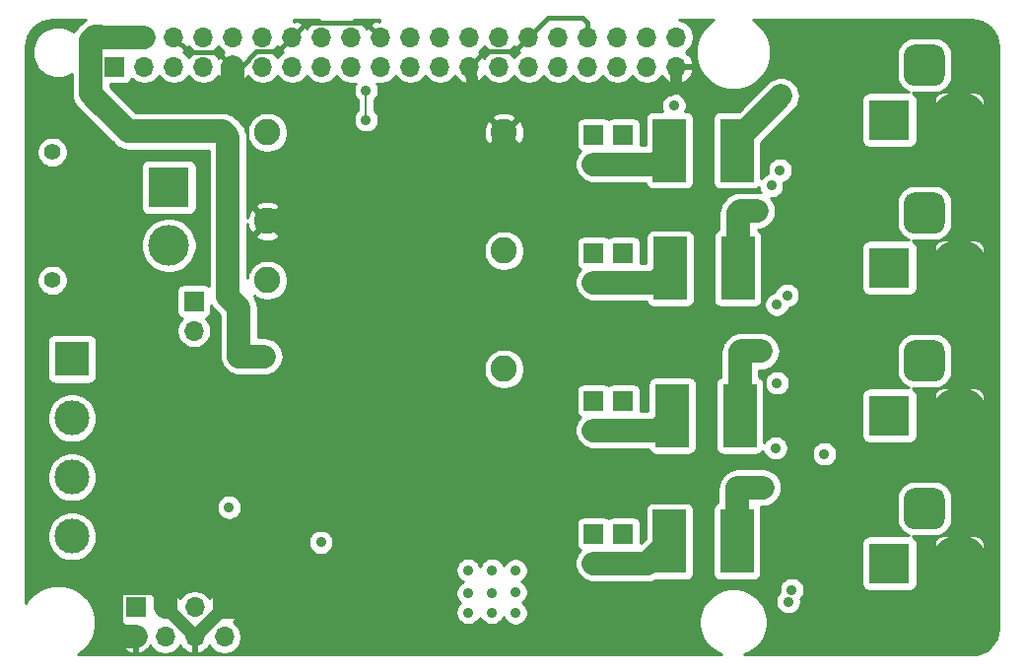
<source format=gbl>
G04 #@! TF.GenerationSoftware,KiCad,Pcbnew,(5.1.5)-3*
G04 #@! TF.CreationDate,2020-10-29T22:27:40+01:00*
G04 #@! TF.ProjectId,alim_hat,616c696d-5f68-4617-942e-6b696361645f,rev?*
G04 #@! TF.SameCoordinates,Original*
G04 #@! TF.FileFunction,Copper,L4,Bot*
G04 #@! TF.FilePolarity,Positive*
%FSLAX46Y46*%
G04 Gerber Fmt 4.6, Leading zero omitted, Abs format (unit mm)*
G04 Created by KiCad (PCBNEW (5.1.5)-3) date 2020-10-29 22:27:40*
%MOMM*%
%LPD*%
G04 APERTURE LIST*
%ADD10O,1.700000X1.700000*%
%ADD11R,1.700000X1.700000*%
%ADD12C,3.500000*%
%ADD13R,3.500000X3.500000*%
%ADD14C,1.400000*%
%ADD15C,2.250000*%
%ADD16C,0.150000*%
%ADD17R,2.900000X5.450000*%
%ADD18C,3.000000*%
%ADD19R,3.000000X3.000000*%
%ADD20C,0.900000*%
%ADD21C,0.200000*%
%ADD22C,0.500000*%
%ADD23C,1.000000*%
%ADD24C,2.000000*%
%ADD25C,1.200000*%
%ADD26C,0.400000*%
%ADD27C,5.000000*%
%ADD28C,0.254000*%
G04 APERTURE END LIST*
D10*
X252070000Y-116980000D03*
D11*
X252070000Y-114440000D03*
D10*
X252070000Y-141110000D03*
D11*
X252070000Y-138570000D03*
D10*
X252070000Y-129680000D03*
D11*
X252070000Y-127140000D03*
D10*
X252070000Y-106820000D03*
D11*
X252070000Y-104280000D03*
D12*
X213030200Y-113793580D03*
D13*
X213030200Y-108793580D03*
D14*
X203030200Y-116793580D03*
X203030200Y-105793580D03*
D10*
X215176500Y-121143060D03*
D11*
X215176500Y-118603060D03*
D15*
X241820000Y-104100000D03*
X241820000Y-114260000D03*
X241820000Y-124420000D03*
X221500000Y-116800000D03*
X221500000Y-111720000D03*
X221500000Y-104100000D03*
D10*
X249530000Y-116980000D03*
D11*
X249530000Y-114440000D03*
D10*
X249530000Y-141110000D03*
D11*
X249530000Y-138570000D03*
D10*
X249530000Y-129680000D03*
D11*
X249530000Y-127140000D03*
D10*
X249530000Y-106820000D03*
D11*
X249530000Y-104280000D03*
G04 #@! TA.AperFunction,ComponentPad*
D16*
G36*
X278890765Y-134664213D02*
G01*
X278975704Y-134676813D01*
X279058999Y-134697677D01*
X279139848Y-134726605D01*
X279217472Y-134763319D01*
X279291124Y-134807464D01*
X279360094Y-134858616D01*
X279423718Y-134916282D01*
X279481384Y-134979906D01*
X279532536Y-135048876D01*
X279576681Y-135122528D01*
X279613395Y-135200152D01*
X279642323Y-135281001D01*
X279663187Y-135364296D01*
X279675787Y-135449235D01*
X279680000Y-135535000D01*
X279680000Y-137285000D01*
X279675787Y-137370765D01*
X279663187Y-137455704D01*
X279642323Y-137538999D01*
X279613395Y-137619848D01*
X279576681Y-137697472D01*
X279532536Y-137771124D01*
X279481384Y-137840094D01*
X279423718Y-137903718D01*
X279360094Y-137961384D01*
X279291124Y-138012536D01*
X279217472Y-138056681D01*
X279139848Y-138093395D01*
X279058999Y-138122323D01*
X278975704Y-138143187D01*
X278890765Y-138155787D01*
X278805000Y-138160000D01*
X277055000Y-138160000D01*
X276969235Y-138155787D01*
X276884296Y-138143187D01*
X276801001Y-138122323D01*
X276720152Y-138093395D01*
X276642528Y-138056681D01*
X276568876Y-138012536D01*
X276499906Y-137961384D01*
X276436282Y-137903718D01*
X276378616Y-137840094D01*
X276327464Y-137771124D01*
X276283319Y-137697472D01*
X276246605Y-137619848D01*
X276217677Y-137538999D01*
X276196813Y-137455704D01*
X276184213Y-137370765D01*
X276180000Y-137285000D01*
X276180000Y-135535000D01*
X276184213Y-135449235D01*
X276196813Y-135364296D01*
X276217677Y-135281001D01*
X276246605Y-135200152D01*
X276283319Y-135122528D01*
X276327464Y-135048876D01*
X276378616Y-134979906D01*
X276436282Y-134916282D01*
X276499906Y-134858616D01*
X276568876Y-134807464D01*
X276642528Y-134763319D01*
X276720152Y-134726605D01*
X276801001Y-134697677D01*
X276884296Y-134676813D01*
X276969235Y-134664213D01*
X277055000Y-134660000D01*
X278805000Y-134660000D01*
X278890765Y-134664213D01*
G37*
G04 #@! TD.AperFunction*
G04 #@! TA.AperFunction,ComponentPad*
G36*
X281753513Y-139363611D02*
G01*
X281826318Y-139374411D01*
X281897714Y-139392295D01*
X281967013Y-139417090D01*
X282033548Y-139448559D01*
X282096678Y-139486398D01*
X282155795Y-139530242D01*
X282210330Y-139579670D01*
X282259758Y-139634205D01*
X282303602Y-139693322D01*
X282341441Y-139756452D01*
X282372910Y-139822987D01*
X282397705Y-139892286D01*
X282415589Y-139963682D01*
X282426389Y-140036487D01*
X282430000Y-140110000D01*
X282430000Y-142110000D01*
X282426389Y-142183513D01*
X282415589Y-142256318D01*
X282397705Y-142327714D01*
X282372910Y-142397013D01*
X282341441Y-142463548D01*
X282303602Y-142526678D01*
X282259758Y-142585795D01*
X282210330Y-142640330D01*
X282155795Y-142689758D01*
X282096678Y-142733602D01*
X282033548Y-142771441D01*
X281967013Y-142802910D01*
X281897714Y-142827705D01*
X281826318Y-142845589D01*
X281753513Y-142856389D01*
X281680000Y-142860000D01*
X280180000Y-142860000D01*
X280106487Y-142856389D01*
X280033682Y-142845589D01*
X279962286Y-142827705D01*
X279892987Y-142802910D01*
X279826452Y-142771441D01*
X279763322Y-142733602D01*
X279704205Y-142689758D01*
X279649670Y-142640330D01*
X279600242Y-142585795D01*
X279556398Y-142526678D01*
X279518559Y-142463548D01*
X279487090Y-142397013D01*
X279462295Y-142327714D01*
X279444411Y-142256318D01*
X279433611Y-142183513D01*
X279430000Y-142110000D01*
X279430000Y-140110000D01*
X279433611Y-140036487D01*
X279444411Y-139963682D01*
X279462295Y-139892286D01*
X279487090Y-139822987D01*
X279518559Y-139756452D01*
X279556398Y-139693322D01*
X279600242Y-139634205D01*
X279649670Y-139579670D01*
X279704205Y-139530242D01*
X279763322Y-139486398D01*
X279826452Y-139448559D01*
X279892987Y-139417090D01*
X279962286Y-139392295D01*
X280033682Y-139374411D01*
X280106487Y-139363611D01*
X280180000Y-139360000D01*
X281680000Y-139360000D01*
X281753513Y-139363611D01*
G37*
G04 #@! TD.AperFunction*
D13*
X274930000Y-141110000D03*
G04 #@! TA.AperFunction,ComponentPad*
D16*
G36*
X278890765Y-109264213D02*
G01*
X278975704Y-109276813D01*
X279058999Y-109297677D01*
X279139848Y-109326605D01*
X279217472Y-109363319D01*
X279291124Y-109407464D01*
X279360094Y-109458616D01*
X279423718Y-109516282D01*
X279481384Y-109579906D01*
X279532536Y-109648876D01*
X279576681Y-109722528D01*
X279613395Y-109800152D01*
X279642323Y-109881001D01*
X279663187Y-109964296D01*
X279675787Y-110049235D01*
X279680000Y-110135000D01*
X279680000Y-111885000D01*
X279675787Y-111970765D01*
X279663187Y-112055704D01*
X279642323Y-112138999D01*
X279613395Y-112219848D01*
X279576681Y-112297472D01*
X279532536Y-112371124D01*
X279481384Y-112440094D01*
X279423718Y-112503718D01*
X279360094Y-112561384D01*
X279291124Y-112612536D01*
X279217472Y-112656681D01*
X279139848Y-112693395D01*
X279058999Y-112722323D01*
X278975704Y-112743187D01*
X278890765Y-112755787D01*
X278805000Y-112760000D01*
X277055000Y-112760000D01*
X276969235Y-112755787D01*
X276884296Y-112743187D01*
X276801001Y-112722323D01*
X276720152Y-112693395D01*
X276642528Y-112656681D01*
X276568876Y-112612536D01*
X276499906Y-112561384D01*
X276436282Y-112503718D01*
X276378616Y-112440094D01*
X276327464Y-112371124D01*
X276283319Y-112297472D01*
X276246605Y-112219848D01*
X276217677Y-112138999D01*
X276196813Y-112055704D01*
X276184213Y-111970765D01*
X276180000Y-111885000D01*
X276180000Y-110135000D01*
X276184213Y-110049235D01*
X276196813Y-109964296D01*
X276217677Y-109881001D01*
X276246605Y-109800152D01*
X276283319Y-109722528D01*
X276327464Y-109648876D01*
X276378616Y-109579906D01*
X276436282Y-109516282D01*
X276499906Y-109458616D01*
X276568876Y-109407464D01*
X276642528Y-109363319D01*
X276720152Y-109326605D01*
X276801001Y-109297677D01*
X276884296Y-109276813D01*
X276969235Y-109264213D01*
X277055000Y-109260000D01*
X278805000Y-109260000D01*
X278890765Y-109264213D01*
G37*
G04 #@! TD.AperFunction*
G04 #@! TA.AperFunction,ComponentPad*
G36*
X281753513Y-113963611D02*
G01*
X281826318Y-113974411D01*
X281897714Y-113992295D01*
X281967013Y-114017090D01*
X282033548Y-114048559D01*
X282096678Y-114086398D01*
X282155795Y-114130242D01*
X282210330Y-114179670D01*
X282259758Y-114234205D01*
X282303602Y-114293322D01*
X282341441Y-114356452D01*
X282372910Y-114422987D01*
X282397705Y-114492286D01*
X282415589Y-114563682D01*
X282426389Y-114636487D01*
X282430000Y-114710000D01*
X282430000Y-116710000D01*
X282426389Y-116783513D01*
X282415589Y-116856318D01*
X282397705Y-116927714D01*
X282372910Y-116997013D01*
X282341441Y-117063548D01*
X282303602Y-117126678D01*
X282259758Y-117185795D01*
X282210330Y-117240330D01*
X282155795Y-117289758D01*
X282096678Y-117333602D01*
X282033548Y-117371441D01*
X281967013Y-117402910D01*
X281897714Y-117427705D01*
X281826318Y-117445589D01*
X281753513Y-117456389D01*
X281680000Y-117460000D01*
X280180000Y-117460000D01*
X280106487Y-117456389D01*
X280033682Y-117445589D01*
X279962286Y-117427705D01*
X279892987Y-117402910D01*
X279826452Y-117371441D01*
X279763322Y-117333602D01*
X279704205Y-117289758D01*
X279649670Y-117240330D01*
X279600242Y-117185795D01*
X279556398Y-117126678D01*
X279518559Y-117063548D01*
X279487090Y-116997013D01*
X279462295Y-116927714D01*
X279444411Y-116856318D01*
X279433611Y-116783513D01*
X279430000Y-116710000D01*
X279430000Y-114710000D01*
X279433611Y-114636487D01*
X279444411Y-114563682D01*
X279462295Y-114492286D01*
X279487090Y-114422987D01*
X279518559Y-114356452D01*
X279556398Y-114293322D01*
X279600242Y-114234205D01*
X279649670Y-114179670D01*
X279704205Y-114130242D01*
X279763322Y-114086398D01*
X279826452Y-114048559D01*
X279892987Y-114017090D01*
X279962286Y-113992295D01*
X280033682Y-113974411D01*
X280106487Y-113963611D01*
X280180000Y-113960000D01*
X281680000Y-113960000D01*
X281753513Y-113963611D01*
G37*
G04 #@! TD.AperFunction*
D13*
X274930000Y-115710000D03*
G04 #@! TA.AperFunction,ComponentPad*
D16*
G36*
X278890765Y-121964213D02*
G01*
X278975704Y-121976813D01*
X279058999Y-121997677D01*
X279139848Y-122026605D01*
X279217472Y-122063319D01*
X279291124Y-122107464D01*
X279360094Y-122158616D01*
X279423718Y-122216282D01*
X279481384Y-122279906D01*
X279532536Y-122348876D01*
X279576681Y-122422528D01*
X279613395Y-122500152D01*
X279642323Y-122581001D01*
X279663187Y-122664296D01*
X279675787Y-122749235D01*
X279680000Y-122835000D01*
X279680000Y-124585000D01*
X279675787Y-124670765D01*
X279663187Y-124755704D01*
X279642323Y-124838999D01*
X279613395Y-124919848D01*
X279576681Y-124997472D01*
X279532536Y-125071124D01*
X279481384Y-125140094D01*
X279423718Y-125203718D01*
X279360094Y-125261384D01*
X279291124Y-125312536D01*
X279217472Y-125356681D01*
X279139848Y-125393395D01*
X279058999Y-125422323D01*
X278975704Y-125443187D01*
X278890765Y-125455787D01*
X278805000Y-125460000D01*
X277055000Y-125460000D01*
X276969235Y-125455787D01*
X276884296Y-125443187D01*
X276801001Y-125422323D01*
X276720152Y-125393395D01*
X276642528Y-125356681D01*
X276568876Y-125312536D01*
X276499906Y-125261384D01*
X276436282Y-125203718D01*
X276378616Y-125140094D01*
X276327464Y-125071124D01*
X276283319Y-124997472D01*
X276246605Y-124919848D01*
X276217677Y-124838999D01*
X276196813Y-124755704D01*
X276184213Y-124670765D01*
X276180000Y-124585000D01*
X276180000Y-122835000D01*
X276184213Y-122749235D01*
X276196813Y-122664296D01*
X276217677Y-122581001D01*
X276246605Y-122500152D01*
X276283319Y-122422528D01*
X276327464Y-122348876D01*
X276378616Y-122279906D01*
X276436282Y-122216282D01*
X276499906Y-122158616D01*
X276568876Y-122107464D01*
X276642528Y-122063319D01*
X276720152Y-122026605D01*
X276801001Y-121997677D01*
X276884296Y-121976813D01*
X276969235Y-121964213D01*
X277055000Y-121960000D01*
X278805000Y-121960000D01*
X278890765Y-121964213D01*
G37*
G04 #@! TD.AperFunction*
G04 #@! TA.AperFunction,ComponentPad*
G36*
X281753513Y-126663611D02*
G01*
X281826318Y-126674411D01*
X281897714Y-126692295D01*
X281967013Y-126717090D01*
X282033548Y-126748559D01*
X282096678Y-126786398D01*
X282155795Y-126830242D01*
X282210330Y-126879670D01*
X282259758Y-126934205D01*
X282303602Y-126993322D01*
X282341441Y-127056452D01*
X282372910Y-127122987D01*
X282397705Y-127192286D01*
X282415589Y-127263682D01*
X282426389Y-127336487D01*
X282430000Y-127410000D01*
X282430000Y-129410000D01*
X282426389Y-129483513D01*
X282415589Y-129556318D01*
X282397705Y-129627714D01*
X282372910Y-129697013D01*
X282341441Y-129763548D01*
X282303602Y-129826678D01*
X282259758Y-129885795D01*
X282210330Y-129940330D01*
X282155795Y-129989758D01*
X282096678Y-130033602D01*
X282033548Y-130071441D01*
X281967013Y-130102910D01*
X281897714Y-130127705D01*
X281826318Y-130145589D01*
X281753513Y-130156389D01*
X281680000Y-130160000D01*
X280180000Y-130160000D01*
X280106487Y-130156389D01*
X280033682Y-130145589D01*
X279962286Y-130127705D01*
X279892987Y-130102910D01*
X279826452Y-130071441D01*
X279763322Y-130033602D01*
X279704205Y-129989758D01*
X279649670Y-129940330D01*
X279600242Y-129885795D01*
X279556398Y-129826678D01*
X279518559Y-129763548D01*
X279487090Y-129697013D01*
X279462295Y-129627714D01*
X279444411Y-129556318D01*
X279433611Y-129483513D01*
X279430000Y-129410000D01*
X279430000Y-127410000D01*
X279433611Y-127336487D01*
X279444411Y-127263682D01*
X279462295Y-127192286D01*
X279487090Y-127122987D01*
X279518559Y-127056452D01*
X279556398Y-126993322D01*
X279600242Y-126934205D01*
X279649670Y-126879670D01*
X279704205Y-126830242D01*
X279763322Y-126786398D01*
X279826452Y-126748559D01*
X279892987Y-126717090D01*
X279962286Y-126692295D01*
X280033682Y-126674411D01*
X280106487Y-126663611D01*
X280180000Y-126660000D01*
X281680000Y-126660000D01*
X281753513Y-126663611D01*
G37*
G04 #@! TD.AperFunction*
D13*
X274930000Y-128410000D03*
G04 #@! TA.AperFunction,ComponentPad*
D16*
G36*
X278890765Y-96564213D02*
G01*
X278975704Y-96576813D01*
X279058999Y-96597677D01*
X279139848Y-96626605D01*
X279217472Y-96663319D01*
X279291124Y-96707464D01*
X279360094Y-96758616D01*
X279423718Y-96816282D01*
X279481384Y-96879906D01*
X279532536Y-96948876D01*
X279576681Y-97022528D01*
X279613395Y-97100152D01*
X279642323Y-97181001D01*
X279663187Y-97264296D01*
X279675787Y-97349235D01*
X279680000Y-97435000D01*
X279680000Y-99185000D01*
X279675787Y-99270765D01*
X279663187Y-99355704D01*
X279642323Y-99438999D01*
X279613395Y-99519848D01*
X279576681Y-99597472D01*
X279532536Y-99671124D01*
X279481384Y-99740094D01*
X279423718Y-99803718D01*
X279360094Y-99861384D01*
X279291124Y-99912536D01*
X279217472Y-99956681D01*
X279139848Y-99993395D01*
X279058999Y-100022323D01*
X278975704Y-100043187D01*
X278890765Y-100055787D01*
X278805000Y-100060000D01*
X277055000Y-100060000D01*
X276969235Y-100055787D01*
X276884296Y-100043187D01*
X276801001Y-100022323D01*
X276720152Y-99993395D01*
X276642528Y-99956681D01*
X276568876Y-99912536D01*
X276499906Y-99861384D01*
X276436282Y-99803718D01*
X276378616Y-99740094D01*
X276327464Y-99671124D01*
X276283319Y-99597472D01*
X276246605Y-99519848D01*
X276217677Y-99438999D01*
X276196813Y-99355704D01*
X276184213Y-99270765D01*
X276180000Y-99185000D01*
X276180000Y-97435000D01*
X276184213Y-97349235D01*
X276196813Y-97264296D01*
X276217677Y-97181001D01*
X276246605Y-97100152D01*
X276283319Y-97022528D01*
X276327464Y-96948876D01*
X276378616Y-96879906D01*
X276436282Y-96816282D01*
X276499906Y-96758616D01*
X276568876Y-96707464D01*
X276642528Y-96663319D01*
X276720152Y-96626605D01*
X276801001Y-96597677D01*
X276884296Y-96576813D01*
X276969235Y-96564213D01*
X277055000Y-96560000D01*
X278805000Y-96560000D01*
X278890765Y-96564213D01*
G37*
G04 #@! TD.AperFunction*
G04 #@! TA.AperFunction,ComponentPad*
G36*
X281753513Y-101263611D02*
G01*
X281826318Y-101274411D01*
X281897714Y-101292295D01*
X281967013Y-101317090D01*
X282033548Y-101348559D01*
X282096678Y-101386398D01*
X282155795Y-101430242D01*
X282210330Y-101479670D01*
X282259758Y-101534205D01*
X282303602Y-101593322D01*
X282341441Y-101656452D01*
X282372910Y-101722987D01*
X282397705Y-101792286D01*
X282415589Y-101863682D01*
X282426389Y-101936487D01*
X282430000Y-102010000D01*
X282430000Y-104010000D01*
X282426389Y-104083513D01*
X282415589Y-104156318D01*
X282397705Y-104227714D01*
X282372910Y-104297013D01*
X282341441Y-104363548D01*
X282303602Y-104426678D01*
X282259758Y-104485795D01*
X282210330Y-104540330D01*
X282155795Y-104589758D01*
X282096678Y-104633602D01*
X282033548Y-104671441D01*
X281967013Y-104702910D01*
X281897714Y-104727705D01*
X281826318Y-104745589D01*
X281753513Y-104756389D01*
X281680000Y-104760000D01*
X280180000Y-104760000D01*
X280106487Y-104756389D01*
X280033682Y-104745589D01*
X279962286Y-104727705D01*
X279892987Y-104702910D01*
X279826452Y-104671441D01*
X279763322Y-104633602D01*
X279704205Y-104589758D01*
X279649670Y-104540330D01*
X279600242Y-104485795D01*
X279556398Y-104426678D01*
X279518559Y-104363548D01*
X279487090Y-104297013D01*
X279462295Y-104227714D01*
X279444411Y-104156318D01*
X279433611Y-104083513D01*
X279430000Y-104010000D01*
X279430000Y-102010000D01*
X279433611Y-101936487D01*
X279444411Y-101863682D01*
X279462295Y-101792286D01*
X279487090Y-101722987D01*
X279518559Y-101656452D01*
X279556398Y-101593322D01*
X279600242Y-101534205D01*
X279649670Y-101479670D01*
X279704205Y-101430242D01*
X279763322Y-101386398D01*
X279826452Y-101348559D01*
X279892987Y-101317090D01*
X279962286Y-101292295D01*
X280033682Y-101274411D01*
X280106487Y-101263611D01*
X280180000Y-101260000D01*
X281680000Y-101260000D01*
X281753513Y-101263611D01*
G37*
G04 #@! TD.AperFunction*
D13*
X274930000Y-103010000D03*
D17*
X261830000Y-139240000D03*
X256030000Y-139240000D03*
X262070000Y-128430000D03*
X256270000Y-128430000D03*
X261900000Y-115770000D03*
X256100000Y-115770000D03*
X261830000Y-105630000D03*
X256030000Y-105630000D03*
D11*
X208382000Y-98438000D03*
D10*
X208382000Y-95898000D03*
X210922000Y-98438000D03*
X210922000Y-95898000D03*
X213462000Y-98438000D03*
X213462000Y-95898000D03*
X216002000Y-98438000D03*
X216002000Y-95898000D03*
X218542000Y-98438000D03*
X218542000Y-95898000D03*
X221082000Y-98438000D03*
X221082000Y-95898000D03*
X223622000Y-98438000D03*
X223622000Y-95898000D03*
X226162000Y-98438000D03*
X226162000Y-95898000D03*
X228702000Y-98438000D03*
X228702000Y-95898000D03*
X231242000Y-98438000D03*
X231242000Y-95898000D03*
X233782000Y-98438000D03*
X233782000Y-95898000D03*
X236322000Y-98438000D03*
X236322000Y-95898000D03*
X238862000Y-98438000D03*
X238862000Y-95898000D03*
X241402000Y-98438000D03*
X241402000Y-95898000D03*
X243942000Y-98438000D03*
X243942000Y-95898000D03*
X246482000Y-98438000D03*
X246482000Y-95898000D03*
X249022000Y-98438000D03*
X249022000Y-95898000D03*
X251562000Y-98438000D03*
X251562000Y-95898000D03*
X254102000Y-98438000D03*
X254102000Y-95898000D03*
X256642000Y-98438000D03*
X256642000Y-95898000D03*
D18*
X204710000Y-138800000D03*
D19*
X204710000Y-123560000D03*
D18*
X204710000Y-133720000D03*
X204710000Y-128640000D03*
D10*
X217785080Y-147447300D03*
X217785080Y-144907300D03*
X215245080Y-147447300D03*
X215245080Y-144907300D03*
X212705080Y-147447300D03*
X212705080Y-144907300D03*
X210165080Y-147447300D03*
D11*
X210165080Y-144907300D03*
D20*
X229972000Y-100470000D03*
X229972000Y-103010000D03*
X219050000Y-123330000D03*
X221390000Y-123330000D03*
X229300000Y-147700000D03*
X227400000Y-147700000D03*
X229200000Y-144900000D03*
X227400000Y-144800000D03*
X227400000Y-146300000D03*
X240383460Y-132613700D03*
X226670000Y-132800000D03*
X229200000Y-146300000D03*
X270358000Y-106346608D03*
X270358000Y-117313000D03*
X270358000Y-130702000D03*
X270358000Y-140842000D03*
X226085700Y-139314300D03*
X218200000Y-136300000D03*
X266232000Y-144412000D03*
X265130000Y-131210000D03*
X265278000Y-125616000D03*
X265260000Y-118870000D03*
X264785000Y-108675000D03*
X256409000Y-101761000D03*
X264900000Y-101690000D03*
X265610000Y-100970000D03*
X269342000Y-131712000D03*
X266548000Y-143396000D03*
X266140000Y-118080000D03*
X265532000Y-107328000D03*
X261900000Y-111045000D03*
X263420000Y-110870000D03*
X262150000Y-122900000D03*
X263900000Y-122900000D03*
X263980000Y-134630000D03*
X261860000Y-134660000D03*
X240750000Y-145340000D03*
X240760000Y-143650000D03*
X240800000Y-141710000D03*
X242790000Y-143610000D03*
X238760000Y-143690000D03*
X238760000Y-145340000D03*
X242790000Y-145370000D03*
X242790000Y-141730000D03*
X238730000Y-141710000D03*
D21*
X229972000Y-100470000D02*
X229972000Y-103010000D01*
D22*
X219050000Y-123330000D02*
X219050000Y-123330000D01*
D23*
X216535400Y-104015840D02*
X216630000Y-103820000D01*
X206604000Y-100645260D02*
X206660000Y-101150000D01*
D24*
X219050000Y-123330000D02*
X221240000Y-123330000D01*
X207179919Y-95898000D02*
X207171919Y-95890000D01*
X207171919Y-95890000D02*
X206610000Y-95890000D01*
X208382000Y-95898000D02*
X207179919Y-95898000D01*
X206331999Y-96168001D02*
X206610000Y-95890000D01*
X206331999Y-100373259D02*
X206331999Y-96168001D01*
X206310001Y-100800001D02*
X206310001Y-97750000D01*
X207410000Y-101900000D02*
X206310001Y-100800001D01*
X207410000Y-101900000D02*
X206660000Y-101150000D01*
X209525840Y-104015840D02*
X207410000Y-101900000D01*
X208382000Y-95898000D02*
X210922000Y-95898000D01*
X216535400Y-104015840D02*
X213105840Y-104015840D01*
X213105840Y-104015840D02*
X209525840Y-104015840D01*
X218120000Y-118200000D02*
X219050000Y-119130000D01*
X218120000Y-104450000D02*
X218120000Y-118200000D01*
X219050000Y-119130000D02*
X219050000Y-123330000D01*
X216535400Y-104015840D02*
X217685840Y-104015840D01*
X217685840Y-104015840D02*
X218120000Y-104450000D01*
D23*
X256134000Y-100470000D02*
X239370000Y-100470000D01*
X238862000Y-98438000D02*
X239370000Y-100470000D01*
X256642000Y-99962000D02*
X256134000Y-100470000D01*
X256642000Y-98438000D02*
X256642000Y-99962000D01*
X212705080Y-143705219D02*
X212700000Y-143700139D01*
X208615079Y-143497299D02*
X208615079Y-147099380D01*
X208755079Y-143357299D02*
X208615079Y-143497299D01*
X212357160Y-143357299D02*
X208755079Y-143357299D01*
X212705080Y-143705219D02*
X212357160Y-143357299D01*
D25*
X212705080Y-144907300D02*
X215245080Y-147447300D01*
X217785080Y-144907300D02*
X215245080Y-147447300D01*
D26*
X242691999Y-97148001D02*
X243092001Y-96747999D01*
X243092001Y-96747999D02*
X243942000Y-95898000D01*
X240151999Y-97148001D02*
X242691999Y-97148001D01*
X238862000Y-98438000D02*
X240151999Y-97148001D01*
X249022000Y-94695919D02*
X249022000Y-95898000D01*
X248567591Y-94241510D02*
X249022000Y-94695919D01*
X217692001Y-97588001D02*
X218542000Y-98438000D01*
X217291999Y-97187999D02*
X217692001Y-97588001D01*
X214751999Y-97187999D02*
X217291999Y-97187999D01*
X213462000Y-95898000D02*
X214751999Y-97187999D01*
X220521997Y-97148001D02*
X222371999Y-97148001D01*
X222371999Y-97148001D02*
X222772001Y-96747999D01*
X219231998Y-98438000D02*
X220521997Y-97148001D01*
X222772001Y-96747999D02*
X223622000Y-95898000D01*
X218542000Y-98438000D02*
X219231998Y-98438000D01*
X230392001Y-95048001D02*
X231242000Y-95898000D01*
X229991999Y-94647999D02*
X230392001Y-95048001D01*
X224872001Y-94647999D02*
X229991999Y-94647999D01*
X223622000Y-95898000D02*
X224872001Y-94647999D01*
X245595540Y-94244460D02*
X245643800Y-94244460D01*
X245598490Y-94241510D02*
X245643800Y-94244460D01*
X243942000Y-95898000D02*
X245595540Y-94244460D01*
X245643800Y-94244460D02*
X248567591Y-94241510D01*
D24*
X208272700Y-147447300D02*
X208270000Y-147450000D01*
X210165080Y-147447300D02*
X208272700Y-147447300D01*
D23*
X208615079Y-147099380D02*
X208270000Y-147450000D01*
D24*
X212705080Y-144907300D02*
X212705080Y-143705219D01*
X217785080Y-144907300D02*
X217785080Y-143705219D01*
X217810000Y-143680299D02*
X217785080Y-143705219D01*
X217785080Y-144907300D02*
X218987161Y-144907300D01*
X218999861Y-144920000D02*
X218987161Y-144907300D01*
D27*
X280930000Y-115710000D02*
X280930000Y-117460000D01*
X280920000Y-117470000D02*
X280930000Y-117460000D01*
X280960000Y-104790000D02*
X280960000Y-105140000D01*
X280930000Y-103010000D02*
X280960000Y-105140000D01*
X280910000Y-130180000D02*
X280910000Y-130890000D01*
X280930000Y-128410000D02*
X280910000Y-130890000D01*
X280930000Y-141110000D02*
X280930000Y-142860000D01*
X280910000Y-142880000D02*
X280930000Y-142860000D01*
D24*
X218542000Y-99640081D02*
X218550000Y-99648081D01*
X218542000Y-98438000D02*
X218542000Y-99640081D01*
X218550000Y-99648081D02*
X218550000Y-100720000D01*
X221500000Y-111720000D02*
X223090990Y-111720000D01*
X223110990Y-111740000D02*
X223090990Y-111720000D01*
X241820000Y-104100000D02*
X241820000Y-105690990D01*
X241790000Y-105720990D02*
X241820000Y-105690990D01*
D23*
X212700000Y-147460000D02*
X212700000Y-147705998D01*
D24*
X261830000Y-104750000D02*
X265610000Y-100970000D01*
X261830000Y-105630000D02*
X261830000Y-104750000D01*
X261900000Y-111045000D02*
X261900000Y-111045000D01*
X261900000Y-115770000D02*
X261900000Y-111045000D01*
X262105000Y-110840000D02*
X263520000Y-110840000D01*
X261900000Y-111045000D02*
X262105000Y-110840000D01*
X274640000Y-115420000D02*
X274930000Y-115710000D01*
X262070000Y-128430000D02*
X262070000Y-122980000D01*
X262070000Y-122980000D02*
X262150000Y-122900000D01*
X262150000Y-122900000D02*
X263900000Y-122900000D01*
X262150000Y-122900000D02*
X262150000Y-122900000D01*
X263900000Y-122900000D02*
X263900000Y-122900000D01*
X274640000Y-128120000D02*
X274930000Y-128410000D01*
D21*
X261044000Y-139586000D02*
X261208920Y-139750920D01*
D24*
X261830000Y-139240000D02*
X261830000Y-134690000D01*
X261830000Y-134690000D02*
X261860000Y-134660000D01*
X261920000Y-134600000D02*
X264050000Y-134600000D01*
X261860000Y-134660000D02*
X261920000Y-134600000D01*
X251964000Y-106820000D02*
X249530000Y-106820000D01*
X254840000Y-106820000D02*
X256030000Y-105630000D01*
X252070000Y-106820000D02*
X254840000Y-106820000D01*
X251964000Y-116980000D02*
X249530000Y-116980000D01*
X254890000Y-116980000D02*
X256100000Y-115770000D01*
X252070000Y-116980000D02*
X254890000Y-116980000D01*
X251816000Y-129680000D02*
X249530000Y-129680000D01*
X255020000Y-129680000D02*
X256270000Y-128430000D01*
X252070000Y-129680000D02*
X255020000Y-129680000D01*
X249530000Y-141110000D02*
X252070000Y-141110000D01*
X254160000Y-141110000D02*
X256030000Y-139240000D01*
X252070000Y-141110000D02*
X254160000Y-141110000D01*
D28*
G36*
X205697248Y-94523969D02*
G01*
X205448286Y-94728286D01*
X205397075Y-94790687D01*
X205232681Y-94955081D01*
X205170286Y-95006287D01*
X204991500Y-95224139D01*
X204965969Y-95255249D01*
X204875546Y-95424417D01*
X204568669Y-95219369D01*
X204161925Y-95050890D01*
X203730128Y-94965000D01*
X203289872Y-94965000D01*
X202858075Y-95050890D01*
X202451331Y-95219369D01*
X202085271Y-95463962D01*
X201773962Y-95775271D01*
X201529369Y-96141331D01*
X201360890Y-96548075D01*
X201275000Y-96979872D01*
X201275000Y-97420128D01*
X201360890Y-97851925D01*
X201529369Y-98258669D01*
X201773962Y-98624729D01*
X202085271Y-98936038D01*
X202451331Y-99180631D01*
X202858075Y-99349110D01*
X203289872Y-99435000D01*
X203730128Y-99435000D01*
X204161925Y-99349110D01*
X204568669Y-99180631D01*
X204675002Y-99109582D01*
X204675001Y-100719681D01*
X204667090Y-100800001D01*
X204675001Y-100880320D01*
X204675001Y-100880322D01*
X204698658Y-101120516D01*
X204792149Y-101428715D01*
X204943970Y-101712752D01*
X205148287Y-101961715D01*
X205210687Y-102012925D01*
X206310676Y-103112916D01*
X206310687Y-103112925D01*
X208312923Y-105115163D01*
X208364126Y-105177554D01*
X208613088Y-105381871D01*
X208747974Y-105453969D01*
X208897125Y-105533692D01*
X209205323Y-105627183D01*
X209525840Y-105658751D01*
X209606162Y-105650840D01*
X216485000Y-105650840D01*
X216485001Y-117310790D01*
X216477685Y-117301875D01*
X216380994Y-117222523D01*
X216270680Y-117163558D01*
X216150982Y-117127248D01*
X216026500Y-117114988D01*
X214326500Y-117114988D01*
X214202018Y-117127248D01*
X214082320Y-117163558D01*
X213972006Y-117222523D01*
X213875315Y-117301875D01*
X213795963Y-117398566D01*
X213736998Y-117508880D01*
X213700688Y-117628578D01*
X213688428Y-117753060D01*
X213688428Y-119453060D01*
X213700688Y-119577542D01*
X213736998Y-119697240D01*
X213795963Y-119807554D01*
X213875315Y-119904245D01*
X213972006Y-119983597D01*
X214082320Y-120042562D01*
X214154880Y-120064573D01*
X214023025Y-120196428D01*
X213860510Y-120439649D01*
X213748568Y-120709902D01*
X213691500Y-120996800D01*
X213691500Y-121289320D01*
X213748568Y-121576218D01*
X213860510Y-121846471D01*
X214023025Y-122089692D01*
X214229868Y-122296535D01*
X214473089Y-122459050D01*
X214743342Y-122570992D01*
X215030240Y-122628060D01*
X215322760Y-122628060D01*
X215609658Y-122570992D01*
X215879911Y-122459050D01*
X216123132Y-122296535D01*
X216329975Y-122089692D01*
X216492490Y-121846471D01*
X216604432Y-121576218D01*
X216661500Y-121289320D01*
X216661500Y-120996800D01*
X216604432Y-120709902D01*
X216492490Y-120439649D01*
X216329975Y-120196428D01*
X216198120Y-120064573D01*
X216270680Y-120042562D01*
X216380994Y-119983597D01*
X216477685Y-119904245D01*
X216557037Y-119807554D01*
X216616002Y-119697240D01*
X216652312Y-119577542D01*
X216664572Y-119453060D01*
X216664572Y-118945501D01*
X216715893Y-119041515D01*
X216753970Y-119112752D01*
X216958287Y-119361714D01*
X217020682Y-119412920D01*
X217415000Y-119807239D01*
X217415001Y-123249668D01*
X217407089Y-123330000D01*
X217438657Y-123650516D01*
X217532148Y-123958715D01*
X217683969Y-124242752D01*
X217888286Y-124491714D01*
X218137248Y-124696031D01*
X218421285Y-124847852D01*
X218729484Y-124941343D01*
X218969678Y-124965000D01*
X219050000Y-124972911D01*
X219130322Y-124965000D01*
X221320322Y-124965000D01*
X221560516Y-124941343D01*
X221868715Y-124847852D01*
X222152752Y-124696031D01*
X222401714Y-124491714D01*
X222602827Y-124246655D01*
X240060000Y-124246655D01*
X240060000Y-124593345D01*
X240127636Y-124933373D01*
X240260308Y-125253673D01*
X240452919Y-125541935D01*
X240698065Y-125787081D01*
X240986327Y-125979692D01*
X241306627Y-126112364D01*
X241646655Y-126180000D01*
X241993345Y-126180000D01*
X242333373Y-126112364D01*
X242653673Y-125979692D01*
X242941935Y-125787081D01*
X243187081Y-125541935D01*
X243379692Y-125253673D01*
X243512364Y-124933373D01*
X243580000Y-124593345D01*
X243580000Y-124246655D01*
X243512364Y-123906627D01*
X243379692Y-123586327D01*
X243187081Y-123298065D01*
X242941935Y-123052919D01*
X242653673Y-122860308D01*
X242333373Y-122727636D01*
X241993345Y-122660000D01*
X241646655Y-122660000D01*
X241306627Y-122727636D01*
X240986327Y-122860308D01*
X240698065Y-123052919D01*
X240452919Y-123298065D01*
X240260308Y-123586327D01*
X240127636Y-123906627D01*
X240060000Y-124246655D01*
X222602827Y-124246655D01*
X222606031Y-124242752D01*
X222757852Y-123958715D01*
X222851343Y-123650516D01*
X222882911Y-123330000D01*
X222851343Y-123009484D01*
X222757852Y-122701285D01*
X222606031Y-122417248D01*
X222401714Y-122168286D01*
X222152752Y-121963969D01*
X221868715Y-121812148D01*
X221560516Y-121718657D01*
X221320322Y-121695000D01*
X220685000Y-121695000D01*
X220685000Y-119210322D01*
X220692911Y-119130000D01*
X220661343Y-118809483D01*
X220567852Y-118501285D01*
X220492169Y-118359692D01*
X220416031Y-118217248D01*
X220360193Y-118149209D01*
X220378065Y-118167081D01*
X220666327Y-118359692D01*
X220986627Y-118492364D01*
X221326655Y-118560000D01*
X221673345Y-118560000D01*
X222013373Y-118492364D01*
X222333673Y-118359692D01*
X222621935Y-118167081D01*
X222867081Y-117921935D01*
X223059692Y-117633673D01*
X223192364Y-117313373D01*
X223258676Y-116980000D01*
X247887089Y-116980000D01*
X247918657Y-117300516D01*
X248012148Y-117608715D01*
X248163969Y-117892752D01*
X248368286Y-118141714D01*
X248617248Y-118346031D01*
X248901285Y-118497852D01*
X249209484Y-118591343D01*
X249449678Y-118615000D01*
X254023747Y-118615000D01*
X254024188Y-118619482D01*
X254060498Y-118739180D01*
X254119463Y-118849494D01*
X254198815Y-118946185D01*
X254295506Y-119025537D01*
X254405820Y-119084502D01*
X254525518Y-119120812D01*
X254650000Y-119133072D01*
X257550000Y-119133072D01*
X257674482Y-119120812D01*
X257794180Y-119084502D01*
X257904494Y-119025537D01*
X258001185Y-118946185D01*
X258080537Y-118849494D01*
X258139502Y-118739180D01*
X258175812Y-118619482D01*
X258188072Y-118495000D01*
X258188072Y-113045000D01*
X258175812Y-112920518D01*
X258139502Y-112800820D01*
X258080537Y-112690506D01*
X258001185Y-112593815D01*
X257904494Y-112514463D01*
X257794180Y-112455498D01*
X257674482Y-112419188D01*
X257550000Y-112406928D01*
X254650000Y-112406928D01*
X254525518Y-112419188D01*
X254405820Y-112455498D01*
X254295506Y-112514463D01*
X254198815Y-112593815D01*
X254119463Y-112690506D01*
X254060498Y-112800820D01*
X254024188Y-112920518D01*
X254011928Y-113045000D01*
X254011928Y-115345000D01*
X253552655Y-115345000D01*
X253558072Y-115290000D01*
X253558072Y-113590000D01*
X253545812Y-113465518D01*
X253509502Y-113345820D01*
X253450537Y-113235506D01*
X253371185Y-113138815D01*
X253274494Y-113059463D01*
X253164180Y-113000498D01*
X253044482Y-112964188D01*
X252920000Y-112951928D01*
X251220000Y-112951928D01*
X251095518Y-112964188D01*
X250975820Y-113000498D01*
X250865506Y-113059463D01*
X250800000Y-113113222D01*
X250734494Y-113059463D01*
X250624180Y-113000498D01*
X250504482Y-112964188D01*
X250380000Y-112951928D01*
X248680000Y-112951928D01*
X248555518Y-112964188D01*
X248435820Y-113000498D01*
X248325506Y-113059463D01*
X248228815Y-113138815D01*
X248149463Y-113235506D01*
X248090498Y-113345820D01*
X248054188Y-113465518D01*
X248041928Y-113590000D01*
X248041928Y-115290000D01*
X248054188Y-115414482D01*
X248090498Y-115534180D01*
X248149463Y-115644494D01*
X248228815Y-115741185D01*
X248325506Y-115820537D01*
X248353958Y-115835745D01*
X248163969Y-116067248D01*
X248012148Y-116351285D01*
X247918657Y-116659484D01*
X247887089Y-116980000D01*
X223258676Y-116980000D01*
X223260000Y-116973345D01*
X223260000Y-116626655D01*
X223192364Y-116286627D01*
X223059692Y-115966327D01*
X222867081Y-115678065D01*
X222621935Y-115432919D01*
X222333673Y-115240308D01*
X222013373Y-115107636D01*
X221673345Y-115040000D01*
X221326655Y-115040000D01*
X220986627Y-115107636D01*
X220666327Y-115240308D01*
X220378065Y-115432919D01*
X220132919Y-115678065D01*
X219940308Y-115966327D01*
X219807636Y-116286627D01*
X219755000Y-116551245D01*
X219755000Y-114086655D01*
X240060000Y-114086655D01*
X240060000Y-114433345D01*
X240127636Y-114773373D01*
X240260308Y-115093673D01*
X240452919Y-115381935D01*
X240698065Y-115627081D01*
X240986327Y-115819692D01*
X241306627Y-115952364D01*
X241646655Y-116020000D01*
X241993345Y-116020000D01*
X242333373Y-115952364D01*
X242653673Y-115819692D01*
X242941935Y-115627081D01*
X243187081Y-115381935D01*
X243379692Y-115093673D01*
X243512364Y-114773373D01*
X243580000Y-114433345D01*
X243580000Y-114086655D01*
X243512364Y-113746627D01*
X243379692Y-113426327D01*
X243187081Y-113138065D01*
X242941935Y-112892919D01*
X242653673Y-112700308D01*
X242333373Y-112567636D01*
X241993345Y-112500000D01*
X241646655Y-112500000D01*
X241306627Y-112567636D01*
X240986327Y-112700308D01*
X240698065Y-112892919D01*
X240452919Y-113138065D01*
X240260308Y-113426327D01*
X240127636Y-113746627D01*
X240060000Y-114086655D01*
X219755000Y-114086655D01*
X219755000Y-112944531D01*
X220455074Y-112944531D01*
X220565921Y-113221714D01*
X220876840Y-113375089D01*
X221211705Y-113464860D01*
X221557650Y-113487576D01*
X221901380Y-113442366D01*
X222229685Y-113330966D01*
X222434079Y-113221714D01*
X222544926Y-112944531D01*
X221500000Y-111899605D01*
X220455074Y-112944531D01*
X219755000Y-112944531D01*
X219755000Y-111949295D01*
X219777634Y-112121380D01*
X219889034Y-112449685D01*
X219998286Y-112654079D01*
X220275469Y-112764926D01*
X221320395Y-111720000D01*
X221679605Y-111720000D01*
X222724531Y-112764926D01*
X223001714Y-112654079D01*
X223155089Y-112343160D01*
X223244860Y-112008295D01*
X223267576Y-111662350D01*
X223222366Y-111318620D01*
X223110966Y-110990315D01*
X223001714Y-110785921D01*
X222724531Y-110675074D01*
X221679605Y-111720000D01*
X221320395Y-111720000D01*
X220275469Y-110675074D01*
X219998286Y-110785921D01*
X219844911Y-111096840D01*
X219755140Y-111431705D01*
X219755000Y-111433837D01*
X219755000Y-110495469D01*
X220455074Y-110495469D01*
X221500000Y-111540395D01*
X222544926Y-110495469D01*
X222434079Y-110218286D01*
X222123160Y-110064911D01*
X221788295Y-109975140D01*
X221442350Y-109952424D01*
X221098620Y-109997634D01*
X220770315Y-110109034D01*
X220565921Y-110218286D01*
X220455074Y-110495469D01*
X219755000Y-110495469D01*
X219755000Y-106820000D01*
X247887089Y-106820000D01*
X247918657Y-107140516D01*
X248012148Y-107448715D01*
X248163969Y-107732752D01*
X248368286Y-107981714D01*
X248617248Y-108186031D01*
X248901285Y-108337852D01*
X249209484Y-108431343D01*
X249449678Y-108455000D01*
X253951777Y-108455000D01*
X253954188Y-108479482D01*
X253990498Y-108599180D01*
X254049463Y-108709494D01*
X254128815Y-108806185D01*
X254225506Y-108885537D01*
X254335820Y-108944502D01*
X254455518Y-108980812D01*
X254580000Y-108993072D01*
X257480000Y-108993072D01*
X257604482Y-108980812D01*
X257724180Y-108944502D01*
X257834494Y-108885537D01*
X257931185Y-108806185D01*
X258010537Y-108709494D01*
X258069502Y-108599180D01*
X258105812Y-108479482D01*
X258118072Y-108355000D01*
X258118072Y-102905000D01*
X259741928Y-102905000D01*
X259741928Y-108355000D01*
X259754188Y-108479482D01*
X259790498Y-108599180D01*
X259849463Y-108709494D01*
X259928815Y-108806185D01*
X260025506Y-108885537D01*
X260135820Y-108944502D01*
X260255518Y-108980812D01*
X260380000Y-108993072D01*
X263280000Y-108993072D01*
X263404482Y-108980812D01*
X263524180Y-108944502D01*
X263634494Y-108885537D01*
X263708535Y-108824773D01*
X263741696Y-108991483D01*
X263823485Y-109188940D01*
X263852440Y-109232274D01*
X263840516Y-109228657D01*
X263600322Y-109205000D01*
X262185322Y-109205000D01*
X262105000Y-109197089D01*
X262024678Y-109205000D01*
X261784484Y-109228657D01*
X261476285Y-109322148D01*
X261192248Y-109473969D01*
X260943286Y-109678286D01*
X260892075Y-109740687D01*
X260800687Y-109832075D01*
X260738286Y-109883286D01*
X260533969Y-110132248D01*
X260382148Y-110416285D01*
X260288657Y-110724484D01*
X260257089Y-111045000D01*
X260265001Y-111125332D01*
X260265001Y-112437546D01*
X260205820Y-112455498D01*
X260095506Y-112514463D01*
X259998815Y-112593815D01*
X259919463Y-112690506D01*
X259860498Y-112800820D01*
X259824188Y-112920518D01*
X259811928Y-113045000D01*
X259811928Y-118495000D01*
X259824188Y-118619482D01*
X259860498Y-118739180D01*
X259919463Y-118849494D01*
X259998815Y-118946185D01*
X260095506Y-119025537D01*
X260205820Y-119084502D01*
X260325518Y-119120812D01*
X260450000Y-119133072D01*
X263350000Y-119133072D01*
X263474482Y-119120812D01*
X263594180Y-119084502D01*
X263704494Y-119025537D01*
X263801185Y-118946185D01*
X263880537Y-118849494D01*
X263926696Y-118763137D01*
X264175000Y-118763137D01*
X264175000Y-118976863D01*
X264216696Y-119186483D01*
X264298485Y-119383940D01*
X264417225Y-119561647D01*
X264568353Y-119712775D01*
X264746060Y-119831515D01*
X264943517Y-119913304D01*
X265153137Y-119955000D01*
X265366863Y-119955000D01*
X265576483Y-119913304D01*
X265773940Y-119831515D01*
X265951647Y-119712775D01*
X266102775Y-119561647D01*
X266221515Y-119383940D01*
X266303304Y-119186483D01*
X266310078Y-119152426D01*
X266456483Y-119123304D01*
X266653940Y-119041515D01*
X266831647Y-118922775D01*
X266982775Y-118771647D01*
X267101515Y-118593940D01*
X267183304Y-118396483D01*
X267225000Y-118186863D01*
X267225000Y-117973137D01*
X267183304Y-117763517D01*
X267101515Y-117566060D01*
X266982775Y-117388353D01*
X266831647Y-117237225D01*
X266653940Y-117118485D01*
X266456483Y-117036696D01*
X266246863Y-116995000D01*
X266033137Y-116995000D01*
X265823517Y-117036696D01*
X265626060Y-117118485D01*
X265448353Y-117237225D01*
X265297225Y-117388353D01*
X265178485Y-117566060D01*
X265096696Y-117763517D01*
X265089922Y-117797574D01*
X264943517Y-117826696D01*
X264746060Y-117908485D01*
X264568353Y-118027225D01*
X264417225Y-118178353D01*
X264298485Y-118356060D01*
X264216696Y-118553517D01*
X264175000Y-118763137D01*
X263926696Y-118763137D01*
X263939502Y-118739180D01*
X263975812Y-118619482D01*
X263988072Y-118495000D01*
X263988072Y-113960000D01*
X272541928Y-113960000D01*
X272541928Y-117460000D01*
X272554188Y-117584482D01*
X272590498Y-117704180D01*
X272649463Y-117814494D01*
X272728815Y-117911185D01*
X272825506Y-117990537D01*
X272935820Y-118049502D01*
X273055518Y-118085812D01*
X273180000Y-118098072D01*
X276680000Y-118098072D01*
X276804482Y-118085812D01*
X276924180Y-118049502D01*
X277034494Y-117990537D01*
X277131185Y-117911185D01*
X277210537Y-117814494D01*
X277269502Y-117704180D01*
X277305812Y-117584482D01*
X277318072Y-117460000D01*
X278791928Y-117460000D01*
X278804188Y-117584482D01*
X278840498Y-117704180D01*
X278899463Y-117814494D01*
X278978815Y-117911185D01*
X279075506Y-117990537D01*
X279185820Y-118049502D01*
X279305518Y-118085812D01*
X279430000Y-118098072D01*
X280644250Y-118095000D01*
X280803000Y-117936250D01*
X280803000Y-115837000D01*
X281057000Y-115837000D01*
X281057000Y-117936250D01*
X281215750Y-118095000D01*
X282430000Y-118098072D01*
X282554482Y-118085812D01*
X282674180Y-118049502D01*
X282784494Y-117990537D01*
X282881185Y-117911185D01*
X282960537Y-117814494D01*
X283019502Y-117704180D01*
X283055812Y-117584482D01*
X283068072Y-117460000D01*
X283065000Y-115995750D01*
X282906250Y-115837000D01*
X281057000Y-115837000D01*
X280803000Y-115837000D01*
X278953750Y-115837000D01*
X278795000Y-115995750D01*
X278791928Y-117460000D01*
X277318072Y-117460000D01*
X277318072Y-113960000D01*
X278791928Y-113960000D01*
X278795000Y-115424250D01*
X278953750Y-115583000D01*
X280803000Y-115583000D01*
X280803000Y-113483750D01*
X281057000Y-113483750D01*
X281057000Y-115583000D01*
X282906250Y-115583000D01*
X283065000Y-115424250D01*
X283068072Y-113960000D01*
X283055812Y-113835518D01*
X283019502Y-113715820D01*
X282960537Y-113605506D01*
X282881185Y-113508815D01*
X282784494Y-113429463D01*
X282674180Y-113370498D01*
X282554482Y-113334188D01*
X282430000Y-113321928D01*
X281215750Y-113325000D01*
X281057000Y-113483750D01*
X280803000Y-113483750D01*
X280644250Y-113325000D01*
X279430000Y-113321928D01*
X279305518Y-113334188D01*
X279185820Y-113370498D01*
X279075506Y-113429463D01*
X278978815Y-113508815D01*
X278899463Y-113605506D01*
X278840498Y-113715820D01*
X278804188Y-113835518D01*
X278791928Y-113960000D01*
X277318072Y-113960000D01*
X277305812Y-113835518D01*
X277269502Y-113715820D01*
X277210537Y-113605506D01*
X277131185Y-113508815D01*
X277034494Y-113429463D01*
X276957869Y-113388506D01*
X277055000Y-113398072D01*
X278805000Y-113398072D01*
X279100186Y-113368999D01*
X279384028Y-113282896D01*
X279645618Y-113143073D01*
X279874903Y-112954903D01*
X280063073Y-112725618D01*
X280202896Y-112464028D01*
X280288999Y-112180186D01*
X280318072Y-111885000D01*
X280318072Y-110135000D01*
X280288999Y-109839814D01*
X280202896Y-109555972D01*
X280063073Y-109294382D01*
X279874903Y-109065097D01*
X279645618Y-108876927D01*
X279384028Y-108737104D01*
X279100186Y-108651001D01*
X278805000Y-108621928D01*
X277055000Y-108621928D01*
X276759814Y-108651001D01*
X276475972Y-108737104D01*
X276214382Y-108876927D01*
X275985097Y-109065097D01*
X275796927Y-109294382D01*
X275657104Y-109555972D01*
X275571001Y-109839814D01*
X275541928Y-110135000D01*
X275541928Y-111885000D01*
X275571001Y-112180186D01*
X275657104Y-112464028D01*
X275796927Y-112725618D01*
X275985097Y-112954903D01*
X276214382Y-113143073D01*
X276475972Y-113282896D01*
X276604643Y-113321928D01*
X273180000Y-113321928D01*
X273055518Y-113334188D01*
X272935820Y-113370498D01*
X272825506Y-113429463D01*
X272728815Y-113508815D01*
X272649463Y-113605506D01*
X272590498Y-113715820D01*
X272554188Y-113835518D01*
X272541928Y-113960000D01*
X263988072Y-113960000D01*
X263988072Y-113045000D01*
X263975812Y-112920518D01*
X263939502Y-112800820D01*
X263880537Y-112690506D01*
X263801185Y-112593815D01*
X263704494Y-112514463D01*
X263625944Y-112472476D01*
X263840516Y-112451343D01*
X264148715Y-112357852D01*
X264432752Y-112206031D01*
X264681714Y-112001714D01*
X264886031Y-111752752D01*
X265037852Y-111468715D01*
X265131343Y-111160516D01*
X265162911Y-110840000D01*
X265131343Y-110519484D01*
X265037852Y-110211285D01*
X264886031Y-109927248D01*
X264748775Y-109760000D01*
X264891863Y-109760000D01*
X265101483Y-109718304D01*
X265298940Y-109636515D01*
X265476647Y-109517775D01*
X265627775Y-109366647D01*
X265746515Y-109188940D01*
X265828304Y-108991483D01*
X265870000Y-108781863D01*
X265870000Y-108568137D01*
X265831519Y-108374678D01*
X265848483Y-108371304D01*
X266045940Y-108289515D01*
X266223647Y-108170775D01*
X266374775Y-108019647D01*
X266493515Y-107841940D01*
X266575304Y-107644483D01*
X266617000Y-107434863D01*
X266617000Y-107221137D01*
X266575304Y-107011517D01*
X266493515Y-106814060D01*
X266374775Y-106636353D01*
X266223647Y-106485225D01*
X266045940Y-106366485D01*
X265848483Y-106284696D01*
X265638863Y-106243000D01*
X265425137Y-106243000D01*
X265215517Y-106284696D01*
X265018060Y-106366485D01*
X264840353Y-106485225D01*
X264689225Y-106636353D01*
X264570485Y-106814060D01*
X264488696Y-107011517D01*
X264447000Y-107221137D01*
X264447000Y-107434863D01*
X264485481Y-107628322D01*
X264468517Y-107631696D01*
X264271060Y-107713485D01*
X264093353Y-107832225D01*
X263942225Y-107983353D01*
X263918072Y-108019501D01*
X263918072Y-104974166D01*
X266822915Y-102069324D01*
X266976030Y-101882753D01*
X267127851Y-101598715D01*
X267221342Y-101290517D01*
X267224347Y-101260000D01*
X272541928Y-101260000D01*
X272541928Y-104760000D01*
X272554188Y-104884482D01*
X272590498Y-105004180D01*
X272649463Y-105114494D01*
X272728815Y-105211185D01*
X272825506Y-105290537D01*
X272935820Y-105349502D01*
X273055518Y-105385812D01*
X273180000Y-105398072D01*
X276680000Y-105398072D01*
X276804482Y-105385812D01*
X276924180Y-105349502D01*
X277034494Y-105290537D01*
X277131185Y-105211185D01*
X277210537Y-105114494D01*
X277269502Y-105004180D01*
X277305812Y-104884482D01*
X277318072Y-104760000D01*
X278791928Y-104760000D01*
X278804188Y-104884482D01*
X278840498Y-105004180D01*
X278899463Y-105114494D01*
X278978815Y-105211185D01*
X279075506Y-105290537D01*
X279185820Y-105349502D01*
X279305518Y-105385812D01*
X279430000Y-105398072D01*
X280644250Y-105395000D01*
X280803000Y-105236250D01*
X280803000Y-103137000D01*
X281057000Y-103137000D01*
X281057000Y-105236250D01*
X281215750Y-105395000D01*
X282430000Y-105398072D01*
X282554482Y-105385812D01*
X282674180Y-105349502D01*
X282784494Y-105290537D01*
X282881185Y-105211185D01*
X282960537Y-105114494D01*
X283019502Y-105004180D01*
X283055812Y-104884482D01*
X283068072Y-104760000D01*
X283065000Y-103295750D01*
X282906250Y-103137000D01*
X281057000Y-103137000D01*
X280803000Y-103137000D01*
X278953750Y-103137000D01*
X278795000Y-103295750D01*
X278791928Y-104760000D01*
X277318072Y-104760000D01*
X277318072Y-101260000D01*
X278791928Y-101260000D01*
X278795000Y-102724250D01*
X278953750Y-102883000D01*
X280803000Y-102883000D01*
X280803000Y-100783750D01*
X281057000Y-100783750D01*
X281057000Y-102883000D01*
X282906250Y-102883000D01*
X283065000Y-102724250D01*
X283068072Y-101260000D01*
X283055812Y-101135518D01*
X283019502Y-101015820D01*
X282960537Y-100905506D01*
X282881185Y-100808815D01*
X282784494Y-100729463D01*
X282674180Y-100670498D01*
X282554482Y-100634188D01*
X282430000Y-100621928D01*
X281215750Y-100625000D01*
X281057000Y-100783750D01*
X280803000Y-100783750D01*
X280644250Y-100625000D01*
X279430000Y-100621928D01*
X279305518Y-100634188D01*
X279185820Y-100670498D01*
X279075506Y-100729463D01*
X278978815Y-100808815D01*
X278899463Y-100905506D01*
X278840498Y-101015820D01*
X278804188Y-101135518D01*
X278791928Y-101260000D01*
X277318072Y-101260000D01*
X277305812Y-101135518D01*
X277269502Y-101015820D01*
X277210537Y-100905506D01*
X277131185Y-100808815D01*
X277034494Y-100729463D01*
X276957869Y-100688506D01*
X277055000Y-100698072D01*
X278805000Y-100698072D01*
X279100186Y-100668999D01*
X279384028Y-100582896D01*
X279645618Y-100443073D01*
X279874903Y-100254903D01*
X280063073Y-100025618D01*
X280202896Y-99764028D01*
X280288999Y-99480186D01*
X280318072Y-99185000D01*
X280318072Y-97435000D01*
X280288999Y-97139814D01*
X280202896Y-96855972D01*
X280063073Y-96594382D01*
X279874903Y-96365097D01*
X279645618Y-96176927D01*
X279384028Y-96037104D01*
X279100186Y-95951001D01*
X278805000Y-95921928D01*
X277055000Y-95921928D01*
X276759814Y-95951001D01*
X276475972Y-96037104D01*
X276214382Y-96176927D01*
X275985097Y-96365097D01*
X275796927Y-96594382D01*
X275657104Y-96855972D01*
X275571001Y-97139814D01*
X275541928Y-97435000D01*
X275541928Y-99185000D01*
X275571001Y-99480186D01*
X275657104Y-99764028D01*
X275796927Y-100025618D01*
X275985097Y-100254903D01*
X276214382Y-100443073D01*
X276475972Y-100582896D01*
X276604643Y-100621928D01*
X273180000Y-100621928D01*
X273055518Y-100634188D01*
X272935820Y-100670498D01*
X272825506Y-100729463D01*
X272728815Y-100808815D01*
X272649463Y-100905506D01*
X272590498Y-101015820D01*
X272554188Y-101135518D01*
X272541928Y-101260000D01*
X267224347Y-101260000D01*
X267252911Y-100970001D01*
X267221342Y-100649484D01*
X267127851Y-100341286D01*
X266976030Y-100057248D01*
X266771713Y-99808287D01*
X266522752Y-99603970D01*
X266238714Y-99452149D01*
X265930516Y-99358658D01*
X265609999Y-99327089D01*
X265289483Y-99358658D01*
X264981285Y-99452149D01*
X264697247Y-99603970D01*
X264510676Y-99757085D01*
X262000834Y-102266928D01*
X260380000Y-102266928D01*
X260255518Y-102279188D01*
X260135820Y-102315498D01*
X260025506Y-102374463D01*
X259928815Y-102453815D01*
X259849463Y-102550506D01*
X259790498Y-102660820D01*
X259754188Y-102780518D01*
X259741928Y-102905000D01*
X258118072Y-102905000D01*
X258105812Y-102780518D01*
X258069502Y-102660820D01*
X258010537Y-102550506D01*
X257931185Y-102453815D01*
X257834494Y-102374463D01*
X257724180Y-102315498D01*
X257604482Y-102279188D01*
X257480000Y-102266928D01*
X257373834Y-102266928D01*
X257452304Y-102077483D01*
X257494000Y-101867863D01*
X257494000Y-101654137D01*
X257452304Y-101444517D01*
X257370515Y-101247060D01*
X257251775Y-101069353D01*
X257100647Y-100918225D01*
X256922940Y-100799485D01*
X256725483Y-100717696D01*
X256515863Y-100676000D01*
X256302137Y-100676000D01*
X256092517Y-100717696D01*
X255895060Y-100799485D01*
X255717353Y-100918225D01*
X255566225Y-101069353D01*
X255447485Y-101247060D01*
X255365696Y-101444517D01*
X255324000Y-101654137D01*
X255324000Y-101867863D01*
X255365696Y-102077483D01*
X255444166Y-102266928D01*
X254580000Y-102266928D01*
X254455518Y-102279188D01*
X254335820Y-102315498D01*
X254225506Y-102374463D01*
X254128815Y-102453815D01*
X254049463Y-102550506D01*
X253990498Y-102660820D01*
X253954188Y-102780518D01*
X253941928Y-102905000D01*
X253941928Y-105185000D01*
X253552655Y-105185000D01*
X253558072Y-105130000D01*
X253558072Y-103430000D01*
X253545812Y-103305518D01*
X253509502Y-103185820D01*
X253450537Y-103075506D01*
X253371185Y-102978815D01*
X253274494Y-102899463D01*
X253164180Y-102840498D01*
X253044482Y-102804188D01*
X252920000Y-102791928D01*
X251220000Y-102791928D01*
X251095518Y-102804188D01*
X250975820Y-102840498D01*
X250865506Y-102899463D01*
X250800000Y-102953222D01*
X250734494Y-102899463D01*
X250624180Y-102840498D01*
X250504482Y-102804188D01*
X250380000Y-102791928D01*
X248680000Y-102791928D01*
X248555518Y-102804188D01*
X248435820Y-102840498D01*
X248325506Y-102899463D01*
X248228815Y-102978815D01*
X248149463Y-103075506D01*
X248090498Y-103185820D01*
X248054188Y-103305518D01*
X248041928Y-103430000D01*
X248041928Y-105130000D01*
X248054188Y-105254482D01*
X248090498Y-105374180D01*
X248149463Y-105484494D01*
X248228815Y-105581185D01*
X248325506Y-105660537D01*
X248353958Y-105675745D01*
X248163969Y-105907248D01*
X248012148Y-106191285D01*
X247918657Y-106499484D01*
X247887089Y-106820000D01*
X219755000Y-106820000D01*
X219755000Y-104530319D01*
X219762911Y-104450000D01*
X219751718Y-104336356D01*
X219750918Y-104328234D01*
X219807636Y-104613373D01*
X219940308Y-104933673D01*
X220132919Y-105221935D01*
X220378065Y-105467081D01*
X220666327Y-105659692D01*
X220986627Y-105792364D01*
X221326655Y-105860000D01*
X221673345Y-105860000D01*
X222013373Y-105792364D01*
X222333673Y-105659692D01*
X222621935Y-105467081D01*
X222764485Y-105324531D01*
X240775074Y-105324531D01*
X240885921Y-105601714D01*
X241196840Y-105755089D01*
X241531705Y-105844860D01*
X241877650Y-105867576D01*
X242221380Y-105822366D01*
X242549685Y-105710966D01*
X242754079Y-105601714D01*
X242864926Y-105324531D01*
X241820000Y-104279605D01*
X240775074Y-105324531D01*
X222764485Y-105324531D01*
X222867081Y-105221935D01*
X223059692Y-104933673D01*
X223192364Y-104613373D01*
X223260000Y-104273345D01*
X223260000Y-104157650D01*
X240052424Y-104157650D01*
X240097634Y-104501380D01*
X240209034Y-104829685D01*
X240318286Y-105034079D01*
X240595469Y-105144926D01*
X241640395Y-104100000D01*
X241999605Y-104100000D01*
X243044531Y-105144926D01*
X243321714Y-105034079D01*
X243475089Y-104723160D01*
X243564860Y-104388295D01*
X243587576Y-104042350D01*
X243542366Y-103698620D01*
X243430966Y-103370315D01*
X243321714Y-103165921D01*
X243044531Y-103055074D01*
X241999605Y-104100000D01*
X241640395Y-104100000D01*
X240595469Y-103055074D01*
X240318286Y-103165921D01*
X240164911Y-103476840D01*
X240075140Y-103811705D01*
X240052424Y-104157650D01*
X223260000Y-104157650D01*
X223260000Y-103926655D01*
X223192364Y-103586627D01*
X223059692Y-103266327D01*
X222867081Y-102978065D01*
X222621935Y-102732919D01*
X222333673Y-102540308D01*
X222013373Y-102407636D01*
X221673345Y-102340000D01*
X221326655Y-102340000D01*
X220986627Y-102407636D01*
X220666327Y-102540308D01*
X220378065Y-102732919D01*
X220132919Y-102978065D01*
X219940308Y-103266327D01*
X219807636Y-103586627D01*
X219740000Y-103926655D01*
X219740000Y-104217380D01*
X219731343Y-104129484D01*
X219637852Y-103821285D01*
X219486031Y-103537248D01*
X219281714Y-103288286D01*
X219219314Y-103237076D01*
X218898765Y-102916527D01*
X218847554Y-102854126D01*
X218598592Y-102649809D01*
X218314555Y-102497988D01*
X218006356Y-102404497D01*
X217766162Y-102380840D01*
X217766159Y-102380840D01*
X217685840Y-102372929D01*
X217605521Y-102380840D01*
X210203080Y-102380840D01*
X208622925Y-100800687D01*
X208622916Y-100800676D01*
X207966999Y-100144760D01*
X207966999Y-99926072D01*
X209232000Y-99926072D01*
X209356482Y-99913812D01*
X209476180Y-99877502D01*
X209586494Y-99818537D01*
X209683185Y-99739185D01*
X209762537Y-99642494D01*
X209821502Y-99532180D01*
X209843513Y-99459620D01*
X209975368Y-99591475D01*
X210218589Y-99753990D01*
X210488842Y-99865932D01*
X210775740Y-99923000D01*
X211068260Y-99923000D01*
X211355158Y-99865932D01*
X211625411Y-99753990D01*
X211868632Y-99591475D01*
X212075475Y-99384632D01*
X212192000Y-99210240D01*
X212308525Y-99384632D01*
X212515368Y-99591475D01*
X212758589Y-99753990D01*
X213028842Y-99865932D01*
X213315740Y-99923000D01*
X213608260Y-99923000D01*
X213895158Y-99865932D01*
X214165411Y-99753990D01*
X214408632Y-99591475D01*
X214615475Y-99384632D01*
X214732000Y-99210240D01*
X214848525Y-99384632D01*
X215055368Y-99591475D01*
X215298589Y-99753990D01*
X215568842Y-99865932D01*
X215855740Y-99923000D01*
X216148260Y-99923000D01*
X216435158Y-99865932D01*
X216705411Y-99753990D01*
X216948632Y-99591475D01*
X217155475Y-99384632D01*
X217277195Y-99202466D01*
X217346822Y-99319355D01*
X217541731Y-99535588D01*
X217775080Y-99709641D01*
X218037901Y-99834825D01*
X218185110Y-99879476D01*
X218415000Y-99758155D01*
X218415000Y-98565000D01*
X218395000Y-98565000D01*
X218395000Y-98311000D01*
X218415000Y-98311000D01*
X218415000Y-98291000D01*
X218669000Y-98291000D01*
X218669000Y-98311000D01*
X218689000Y-98311000D01*
X218689000Y-98565000D01*
X218669000Y-98565000D01*
X218669000Y-99758155D01*
X218898890Y-99879476D01*
X219046099Y-99834825D01*
X219308920Y-99709641D01*
X219542269Y-99535588D01*
X219737178Y-99319355D01*
X219806805Y-99202466D01*
X219928525Y-99384632D01*
X220135368Y-99591475D01*
X220378589Y-99753990D01*
X220648842Y-99865932D01*
X220935740Y-99923000D01*
X221228260Y-99923000D01*
X221515158Y-99865932D01*
X221785411Y-99753990D01*
X222028632Y-99591475D01*
X222235475Y-99384632D01*
X222352000Y-99210240D01*
X222468525Y-99384632D01*
X222675368Y-99591475D01*
X222918589Y-99753990D01*
X223188842Y-99865932D01*
X223475740Y-99923000D01*
X223768260Y-99923000D01*
X224055158Y-99865932D01*
X224325411Y-99753990D01*
X224568632Y-99591475D01*
X224775475Y-99384632D01*
X224892000Y-99210240D01*
X225008525Y-99384632D01*
X225215368Y-99591475D01*
X225458589Y-99753990D01*
X225728842Y-99865932D01*
X226015740Y-99923000D01*
X226308260Y-99923000D01*
X226595158Y-99865932D01*
X226865411Y-99753990D01*
X227108632Y-99591475D01*
X227315475Y-99384632D01*
X227432000Y-99210240D01*
X227548525Y-99384632D01*
X227755368Y-99591475D01*
X227998589Y-99753990D01*
X228268842Y-99865932D01*
X228555740Y-99923000D01*
X228848260Y-99923000D01*
X229060827Y-99880717D01*
X229010485Y-99956060D01*
X228928696Y-100153517D01*
X228887000Y-100363137D01*
X228887000Y-100576863D01*
X228928696Y-100786483D01*
X229010485Y-100983940D01*
X229129225Y-101161647D01*
X229237000Y-101269422D01*
X229237001Y-102210577D01*
X229129225Y-102318353D01*
X229010485Y-102496060D01*
X228928696Y-102693517D01*
X228887000Y-102903137D01*
X228887000Y-103116863D01*
X228928696Y-103326483D01*
X229010485Y-103523940D01*
X229129225Y-103701647D01*
X229280353Y-103852775D01*
X229458060Y-103971515D01*
X229655517Y-104053304D01*
X229865137Y-104095000D01*
X230078863Y-104095000D01*
X230288483Y-104053304D01*
X230485940Y-103971515D01*
X230663647Y-103852775D01*
X230814775Y-103701647D01*
X230933515Y-103523940D01*
X231015304Y-103326483D01*
X231057000Y-103116863D01*
X231057000Y-102903137D01*
X231051497Y-102875469D01*
X240775074Y-102875469D01*
X241820000Y-103920395D01*
X242864926Y-102875469D01*
X242754079Y-102598286D01*
X242443160Y-102444911D01*
X242108295Y-102355140D01*
X241762350Y-102332424D01*
X241418620Y-102377634D01*
X241090315Y-102489034D01*
X240885921Y-102598286D01*
X240775074Y-102875469D01*
X231051497Y-102875469D01*
X231015304Y-102693517D01*
X230933515Y-102496060D01*
X230814775Y-102318353D01*
X230707000Y-102210578D01*
X230707000Y-101269422D01*
X230814775Y-101161647D01*
X230933515Y-100983940D01*
X231015304Y-100786483D01*
X231057000Y-100576863D01*
X231057000Y-100363137D01*
X231015304Y-100153517D01*
X230933515Y-99956060D01*
X230883173Y-99880717D01*
X231095740Y-99923000D01*
X231388260Y-99923000D01*
X231675158Y-99865932D01*
X231945411Y-99753990D01*
X232188632Y-99591475D01*
X232395475Y-99384632D01*
X232512000Y-99210240D01*
X232628525Y-99384632D01*
X232835368Y-99591475D01*
X233078589Y-99753990D01*
X233348842Y-99865932D01*
X233635740Y-99923000D01*
X233928260Y-99923000D01*
X234215158Y-99865932D01*
X234485411Y-99753990D01*
X234728632Y-99591475D01*
X234935475Y-99384632D01*
X235052000Y-99210240D01*
X235168525Y-99384632D01*
X235375368Y-99591475D01*
X235618589Y-99753990D01*
X235888842Y-99865932D01*
X236175740Y-99923000D01*
X236468260Y-99923000D01*
X236755158Y-99865932D01*
X237025411Y-99753990D01*
X237268632Y-99591475D01*
X237475475Y-99384632D01*
X237597195Y-99202466D01*
X237666822Y-99319355D01*
X237861731Y-99535588D01*
X238095080Y-99709641D01*
X238357901Y-99834825D01*
X238505110Y-99879476D01*
X238735000Y-99758155D01*
X238735000Y-98565000D01*
X238715000Y-98565000D01*
X238715000Y-98311000D01*
X238735000Y-98311000D01*
X238735000Y-98291000D01*
X238989000Y-98291000D01*
X238989000Y-98311000D01*
X239009000Y-98311000D01*
X239009000Y-98565000D01*
X238989000Y-98565000D01*
X238989000Y-99758155D01*
X239218890Y-99879476D01*
X239366099Y-99834825D01*
X239628920Y-99709641D01*
X239862269Y-99535588D01*
X240057178Y-99319355D01*
X240126805Y-99202466D01*
X240248525Y-99384632D01*
X240455368Y-99591475D01*
X240698589Y-99753990D01*
X240968842Y-99865932D01*
X241255740Y-99923000D01*
X241548260Y-99923000D01*
X241835158Y-99865932D01*
X242105411Y-99753990D01*
X242348632Y-99591475D01*
X242555475Y-99384632D01*
X242672000Y-99210240D01*
X242788525Y-99384632D01*
X242995368Y-99591475D01*
X243238589Y-99753990D01*
X243508842Y-99865932D01*
X243795740Y-99923000D01*
X244088260Y-99923000D01*
X244375158Y-99865932D01*
X244645411Y-99753990D01*
X244888632Y-99591475D01*
X245095475Y-99384632D01*
X245212000Y-99210240D01*
X245328525Y-99384632D01*
X245535368Y-99591475D01*
X245778589Y-99753990D01*
X246048842Y-99865932D01*
X246335740Y-99923000D01*
X246628260Y-99923000D01*
X246915158Y-99865932D01*
X247185411Y-99753990D01*
X247428632Y-99591475D01*
X247635475Y-99384632D01*
X247752000Y-99210240D01*
X247868525Y-99384632D01*
X248075368Y-99591475D01*
X248318589Y-99753990D01*
X248588842Y-99865932D01*
X248875740Y-99923000D01*
X249168260Y-99923000D01*
X249455158Y-99865932D01*
X249725411Y-99753990D01*
X249968632Y-99591475D01*
X250175475Y-99384632D01*
X250292000Y-99210240D01*
X250408525Y-99384632D01*
X250615368Y-99591475D01*
X250858589Y-99753990D01*
X251128842Y-99865932D01*
X251415740Y-99923000D01*
X251708260Y-99923000D01*
X251995158Y-99865932D01*
X252265411Y-99753990D01*
X252508632Y-99591475D01*
X252715475Y-99384632D01*
X252832000Y-99210240D01*
X252948525Y-99384632D01*
X253155368Y-99591475D01*
X253398589Y-99753990D01*
X253668842Y-99865932D01*
X253955740Y-99923000D01*
X254248260Y-99923000D01*
X254535158Y-99865932D01*
X254805411Y-99753990D01*
X255048632Y-99591475D01*
X255255475Y-99384632D01*
X255377195Y-99202466D01*
X255446822Y-99319355D01*
X255641731Y-99535588D01*
X255875080Y-99709641D01*
X256137901Y-99834825D01*
X256285110Y-99879476D01*
X256515000Y-99758155D01*
X256515000Y-98565000D01*
X256769000Y-98565000D01*
X256769000Y-99758155D01*
X256998890Y-99879476D01*
X257146099Y-99834825D01*
X257408920Y-99709641D01*
X257642269Y-99535588D01*
X257837178Y-99319355D01*
X257986157Y-99069252D01*
X258083481Y-98794891D01*
X257962814Y-98565000D01*
X256769000Y-98565000D01*
X256515000Y-98565000D01*
X256495000Y-98565000D01*
X256495000Y-98311000D01*
X256515000Y-98311000D01*
X256515000Y-98291000D01*
X256769000Y-98291000D01*
X256769000Y-98311000D01*
X257962814Y-98311000D01*
X258083481Y-98081109D01*
X257986157Y-97806748D01*
X257837178Y-97556645D01*
X257642269Y-97340412D01*
X257412594Y-97169100D01*
X257588632Y-97051475D01*
X257795475Y-96844632D01*
X257957990Y-96601411D01*
X258069932Y-96331158D01*
X258127000Y-96044260D01*
X258127000Y-95751740D01*
X258069932Y-95464842D01*
X257957990Y-95194589D01*
X257795475Y-94951368D01*
X257588632Y-94744525D01*
X257345411Y-94582010D01*
X257075158Y-94470068D01*
X256856129Y-94426500D01*
X259852389Y-94426500D01*
X259452907Y-94693425D01*
X259003425Y-95142907D01*
X258650270Y-95671442D01*
X258407012Y-96258719D01*
X258283000Y-96882168D01*
X258283000Y-97517832D01*
X258407012Y-98141281D01*
X258650270Y-98728558D01*
X259003425Y-99257093D01*
X259452907Y-99706575D01*
X259981442Y-100059730D01*
X260568719Y-100302988D01*
X261192168Y-100427000D01*
X261827832Y-100427000D01*
X262451281Y-100302988D01*
X263038558Y-100059730D01*
X263567093Y-99706575D01*
X264016575Y-99257093D01*
X264369730Y-98728558D01*
X264612988Y-98141281D01*
X264737000Y-97517832D01*
X264737000Y-96882168D01*
X264612988Y-96258719D01*
X264369730Y-95671442D01*
X264016575Y-95142907D01*
X263567093Y-94693425D01*
X263167611Y-94426500D01*
X281974155Y-94426500D01*
X282449355Y-94473093D01*
X282871881Y-94600661D01*
X283261581Y-94807868D01*
X283603611Y-95086820D01*
X283884948Y-95426898D01*
X284094870Y-95815139D01*
X284225385Y-96236768D01*
X284275101Y-96709772D01*
X284275100Y-146655546D01*
X284228506Y-147130756D01*
X284100937Y-147553282D01*
X283893731Y-147942980D01*
X283614776Y-148285014D01*
X283274704Y-148566347D01*
X282886456Y-148776272D01*
X282464836Y-148906784D01*
X281991837Y-148956500D01*
X262479700Y-148956500D01*
X262896455Y-148783874D01*
X263375854Y-148463550D01*
X263783550Y-148055854D01*
X264103874Y-147576455D01*
X264324518Y-147043775D01*
X264437000Y-146478284D01*
X264437000Y-145901716D01*
X264324518Y-145336225D01*
X264103874Y-144803545D01*
X263783550Y-144324146D01*
X263764541Y-144305137D01*
X265147000Y-144305137D01*
X265147000Y-144518863D01*
X265188696Y-144728483D01*
X265270485Y-144925940D01*
X265389225Y-145103647D01*
X265540353Y-145254775D01*
X265718060Y-145373515D01*
X265915517Y-145455304D01*
X266125137Y-145497000D01*
X266338863Y-145497000D01*
X266548483Y-145455304D01*
X266745940Y-145373515D01*
X266923647Y-145254775D01*
X267074775Y-145103647D01*
X267193515Y-144925940D01*
X267275304Y-144728483D01*
X267317000Y-144518863D01*
X267317000Y-144305137D01*
X267293156Y-144185266D01*
X267390775Y-144087647D01*
X267509515Y-143909940D01*
X267591304Y-143712483D01*
X267633000Y-143502863D01*
X267633000Y-143289137D01*
X267591304Y-143079517D01*
X267509515Y-142882060D01*
X267390775Y-142704353D01*
X267239647Y-142553225D01*
X267061940Y-142434485D01*
X266864483Y-142352696D01*
X266654863Y-142311000D01*
X266441137Y-142311000D01*
X266231517Y-142352696D01*
X266034060Y-142434485D01*
X265856353Y-142553225D01*
X265705225Y-142704353D01*
X265586485Y-142882060D01*
X265504696Y-143079517D01*
X265463000Y-143289137D01*
X265463000Y-143502863D01*
X265486844Y-143622734D01*
X265389225Y-143720353D01*
X265270485Y-143898060D01*
X265188696Y-144095517D01*
X265147000Y-144305137D01*
X263764541Y-144305137D01*
X263375854Y-143916450D01*
X262896455Y-143596126D01*
X262363775Y-143375482D01*
X261798284Y-143263000D01*
X261221716Y-143263000D01*
X260656225Y-143375482D01*
X260123545Y-143596126D01*
X259644146Y-143916450D01*
X259236450Y-144324146D01*
X258916126Y-144803545D01*
X258695482Y-145336225D01*
X258583000Y-145901716D01*
X258583000Y-146478284D01*
X258695482Y-147043775D01*
X258916126Y-147576455D01*
X259236450Y-148055854D01*
X259644146Y-148463550D01*
X260123545Y-148783874D01*
X260540300Y-148956500D01*
X205193053Y-148956500D01*
X205567093Y-148706575D01*
X206016575Y-148257093D01*
X206319193Y-147804191D01*
X208723599Y-147804191D01*
X208820923Y-148078552D01*
X208969902Y-148328655D01*
X209164811Y-148544888D01*
X209398160Y-148718941D01*
X209660981Y-148844125D01*
X209808190Y-148888776D01*
X210038080Y-148767455D01*
X210038080Y-147574300D01*
X208844266Y-147574300D01*
X208723599Y-147804191D01*
X206319193Y-147804191D01*
X206369730Y-147728558D01*
X206612988Y-147141281D01*
X206737000Y-146517832D01*
X206737000Y-145882168D01*
X206612988Y-145258719D01*
X206369730Y-144671442D01*
X206016575Y-144142907D01*
X205930968Y-144057300D01*
X208677008Y-144057300D01*
X208677008Y-145757300D01*
X208689268Y-145881782D01*
X208725578Y-146001480D01*
X208784543Y-146111794D01*
X208863895Y-146208485D01*
X208960586Y-146287837D01*
X209070900Y-146346802D01*
X209146706Y-146369798D01*
X208969902Y-146565945D01*
X208820923Y-146816048D01*
X208723599Y-147090409D01*
X208844266Y-147320300D01*
X210038080Y-147320300D01*
X210038080Y-147300300D01*
X210292080Y-147300300D01*
X210292080Y-147320300D01*
X210312080Y-147320300D01*
X210312080Y-147574300D01*
X210292080Y-147574300D01*
X210292080Y-148767455D01*
X210521970Y-148888776D01*
X210669179Y-148844125D01*
X210932000Y-148718941D01*
X211165349Y-148544888D01*
X211360258Y-148328655D01*
X211429885Y-148211766D01*
X211551605Y-148393932D01*
X211758448Y-148600775D01*
X212001669Y-148763290D01*
X212271922Y-148875232D01*
X212558820Y-148932300D01*
X212851340Y-148932300D01*
X213138238Y-148875232D01*
X213408491Y-148763290D01*
X213651712Y-148600775D01*
X213858555Y-148393932D01*
X213980275Y-148211766D01*
X214049902Y-148328655D01*
X214244811Y-148544888D01*
X214478160Y-148718941D01*
X214740981Y-148844125D01*
X214888190Y-148888776D01*
X215118080Y-148767455D01*
X215118080Y-147574300D01*
X215098080Y-147574300D01*
X215098080Y-147320300D01*
X215118080Y-147320300D01*
X215118080Y-147300300D01*
X215372080Y-147300300D01*
X215372080Y-147320300D01*
X215392080Y-147320300D01*
X215392080Y-147574300D01*
X215372080Y-147574300D01*
X215372080Y-148767455D01*
X215601970Y-148888776D01*
X215749179Y-148844125D01*
X216012000Y-148718941D01*
X216245349Y-148544888D01*
X216440258Y-148328655D01*
X216509885Y-148211766D01*
X216631605Y-148393932D01*
X216838448Y-148600775D01*
X217081669Y-148763290D01*
X217351922Y-148875232D01*
X217638820Y-148932300D01*
X217931340Y-148932300D01*
X218218238Y-148875232D01*
X218488491Y-148763290D01*
X218731712Y-148600775D01*
X218938555Y-148393932D01*
X219101070Y-148150711D01*
X219213012Y-147880458D01*
X219270080Y-147593560D01*
X219270080Y-147301040D01*
X219213012Y-147014142D01*
X219101070Y-146743889D01*
X218938555Y-146500668D01*
X218731712Y-146293825D01*
X218555674Y-146176200D01*
X218785349Y-146004888D01*
X218980258Y-145788655D01*
X219129237Y-145538552D01*
X219226561Y-145264191D01*
X219105894Y-145034300D01*
X217912080Y-145034300D01*
X217912080Y-145054300D01*
X217658080Y-145054300D01*
X217658080Y-145034300D01*
X217638080Y-145034300D01*
X217638080Y-144780300D01*
X217658080Y-144780300D01*
X217658080Y-143587145D01*
X217912080Y-143587145D01*
X217912080Y-144780300D01*
X219105894Y-144780300D01*
X219226561Y-144550409D01*
X219129237Y-144276048D01*
X218980258Y-144025945D01*
X218785349Y-143809712D01*
X218552000Y-143635659D01*
X218289179Y-143510475D01*
X218141970Y-143465824D01*
X217912080Y-143587145D01*
X217658080Y-143587145D01*
X217428190Y-143465824D01*
X217280981Y-143510475D01*
X217018160Y-143635659D01*
X216784811Y-143809712D01*
X216589902Y-144025945D01*
X216520275Y-144142834D01*
X216398555Y-143960668D01*
X216191712Y-143753825D01*
X215948491Y-143591310D01*
X215678238Y-143479368D01*
X215391340Y-143422300D01*
X215098820Y-143422300D01*
X214811922Y-143479368D01*
X214541669Y-143591310D01*
X214298448Y-143753825D01*
X214091605Y-143960668D01*
X213969885Y-144142834D01*
X213900258Y-144025945D01*
X213705349Y-143809712D01*
X213472000Y-143635659D01*
X213209179Y-143510475D01*
X213061970Y-143465824D01*
X212832080Y-143587145D01*
X212832080Y-144780300D01*
X212852080Y-144780300D01*
X212852080Y-145034300D01*
X212832080Y-145034300D01*
X212832080Y-145054300D01*
X212578080Y-145054300D01*
X212578080Y-145034300D01*
X212558080Y-145034300D01*
X212558080Y-144780300D01*
X212578080Y-144780300D01*
X212578080Y-143587145D01*
X212348190Y-143465824D01*
X212200981Y-143510475D01*
X211938160Y-143635659D01*
X211704811Y-143809712D01*
X211629046Y-143893766D01*
X211604582Y-143813120D01*
X211545617Y-143702806D01*
X211466265Y-143606115D01*
X211369574Y-143526763D01*
X211259260Y-143467798D01*
X211139562Y-143431488D01*
X211015080Y-143419228D01*
X209315080Y-143419228D01*
X209190598Y-143431488D01*
X209070900Y-143467798D01*
X208960586Y-143526763D01*
X208863895Y-143606115D01*
X208784543Y-143702806D01*
X208725578Y-143813120D01*
X208689268Y-143932818D01*
X208677008Y-144057300D01*
X205930968Y-144057300D01*
X205567093Y-143693425D01*
X205038558Y-143340270D01*
X204451281Y-143097012D01*
X203827832Y-142973000D01*
X203192168Y-142973000D01*
X202568719Y-143097012D01*
X201981442Y-143340270D01*
X201452907Y-143693425D01*
X201003425Y-144142907D01*
X200745100Y-144529519D01*
X200745100Y-141603137D01*
X237645000Y-141603137D01*
X237645000Y-141816863D01*
X237686696Y-142026483D01*
X237768485Y-142223940D01*
X237887225Y-142401647D01*
X238038353Y-142552775D01*
X238216060Y-142671515D01*
X238299829Y-142706213D01*
X238246060Y-142728485D01*
X238068353Y-142847225D01*
X237917225Y-142998353D01*
X237798485Y-143176060D01*
X237716696Y-143373517D01*
X237675000Y-143583137D01*
X237675000Y-143796863D01*
X237716696Y-144006483D01*
X237798485Y-144203940D01*
X237917225Y-144381647D01*
X238050578Y-144515000D01*
X237917225Y-144648353D01*
X237798485Y-144826060D01*
X237716696Y-145023517D01*
X237675000Y-145233137D01*
X237675000Y-145446863D01*
X237716696Y-145656483D01*
X237798485Y-145853940D01*
X237917225Y-146031647D01*
X238068353Y-146182775D01*
X238246060Y-146301515D01*
X238443517Y-146383304D01*
X238653137Y-146425000D01*
X238866863Y-146425000D01*
X239076483Y-146383304D01*
X239273940Y-146301515D01*
X239451647Y-146182775D01*
X239602775Y-146031647D01*
X239721515Y-145853940D01*
X239755000Y-145773100D01*
X239788485Y-145853940D01*
X239907225Y-146031647D01*
X240058353Y-146182775D01*
X240236060Y-146301515D01*
X240433517Y-146383304D01*
X240643137Y-146425000D01*
X240856863Y-146425000D01*
X241066483Y-146383304D01*
X241263940Y-146301515D01*
X241441647Y-146182775D01*
X241592775Y-146031647D01*
X241711515Y-145853940D01*
X241763787Y-145727744D01*
X241828485Y-145883940D01*
X241947225Y-146061647D01*
X242098353Y-146212775D01*
X242276060Y-146331515D01*
X242473517Y-146413304D01*
X242683137Y-146455000D01*
X242896863Y-146455000D01*
X243106483Y-146413304D01*
X243303940Y-146331515D01*
X243481647Y-146212775D01*
X243632775Y-146061647D01*
X243751515Y-145883940D01*
X243833304Y-145686483D01*
X243875000Y-145476863D01*
X243875000Y-145263137D01*
X243833304Y-145053517D01*
X243751515Y-144856060D01*
X243632775Y-144678353D01*
X243481647Y-144527225D01*
X243425936Y-144490000D01*
X243481647Y-144452775D01*
X243632775Y-144301647D01*
X243751515Y-144123940D01*
X243833304Y-143926483D01*
X243875000Y-143716863D01*
X243875000Y-143503137D01*
X243833304Y-143293517D01*
X243751515Y-143096060D01*
X243632775Y-142918353D01*
X243481647Y-142767225D01*
X243336139Y-142670000D01*
X243481647Y-142572775D01*
X243632775Y-142421647D01*
X243751515Y-142243940D01*
X243833304Y-142046483D01*
X243875000Y-141836863D01*
X243875000Y-141623137D01*
X243833304Y-141413517D01*
X243751515Y-141216060D01*
X243680648Y-141110000D01*
X247887089Y-141110000D01*
X247918657Y-141430516D01*
X248012148Y-141738715D01*
X248163969Y-142022752D01*
X248368286Y-142271714D01*
X248617248Y-142476031D01*
X248901285Y-142627852D01*
X249209484Y-142721343D01*
X249449678Y-142745000D01*
X254079681Y-142745000D01*
X254160000Y-142752911D01*
X254240319Y-142745000D01*
X254240322Y-142745000D01*
X254480516Y-142721343D01*
X254788715Y-142627852D01*
X254835075Y-142603072D01*
X257480000Y-142603072D01*
X257604482Y-142590812D01*
X257724180Y-142554502D01*
X257834494Y-142495537D01*
X257931185Y-142416185D01*
X258010537Y-142319494D01*
X258069502Y-142209180D01*
X258105812Y-142089482D01*
X258118072Y-141965000D01*
X258118072Y-136515000D01*
X259741928Y-136515000D01*
X259741928Y-141965000D01*
X259754188Y-142089482D01*
X259790498Y-142209180D01*
X259849463Y-142319494D01*
X259928815Y-142416185D01*
X260025506Y-142495537D01*
X260135820Y-142554502D01*
X260255518Y-142590812D01*
X260380000Y-142603072D01*
X263280000Y-142603072D01*
X263404482Y-142590812D01*
X263524180Y-142554502D01*
X263634494Y-142495537D01*
X263731185Y-142416185D01*
X263810537Y-142319494D01*
X263869502Y-142209180D01*
X263905812Y-142089482D01*
X263918072Y-141965000D01*
X263918072Y-139360000D01*
X272541928Y-139360000D01*
X272541928Y-142860000D01*
X272554188Y-142984482D01*
X272590498Y-143104180D01*
X272649463Y-143214494D01*
X272728815Y-143311185D01*
X272825506Y-143390537D01*
X272935820Y-143449502D01*
X273055518Y-143485812D01*
X273180000Y-143498072D01*
X276680000Y-143498072D01*
X276804482Y-143485812D01*
X276924180Y-143449502D01*
X277034494Y-143390537D01*
X277131185Y-143311185D01*
X277210537Y-143214494D01*
X277269502Y-143104180D01*
X277305812Y-142984482D01*
X277318072Y-142860000D01*
X278791928Y-142860000D01*
X278804188Y-142984482D01*
X278840498Y-143104180D01*
X278899463Y-143214494D01*
X278978815Y-143311185D01*
X279075506Y-143390537D01*
X279185820Y-143449502D01*
X279305518Y-143485812D01*
X279430000Y-143498072D01*
X280644250Y-143495000D01*
X280803000Y-143336250D01*
X280803000Y-141237000D01*
X281057000Y-141237000D01*
X281057000Y-143336250D01*
X281215750Y-143495000D01*
X282430000Y-143498072D01*
X282554482Y-143485812D01*
X282674180Y-143449502D01*
X282784494Y-143390537D01*
X282881185Y-143311185D01*
X282960537Y-143214494D01*
X283019502Y-143104180D01*
X283055812Y-142984482D01*
X283068072Y-142860000D01*
X283065000Y-141395750D01*
X282906250Y-141237000D01*
X281057000Y-141237000D01*
X280803000Y-141237000D01*
X278953750Y-141237000D01*
X278795000Y-141395750D01*
X278791928Y-142860000D01*
X277318072Y-142860000D01*
X277318072Y-139360000D01*
X278791928Y-139360000D01*
X278795000Y-140824250D01*
X278953750Y-140983000D01*
X280803000Y-140983000D01*
X280803000Y-138883750D01*
X281057000Y-138883750D01*
X281057000Y-140983000D01*
X282906250Y-140983000D01*
X283065000Y-140824250D01*
X283068072Y-139360000D01*
X283055812Y-139235518D01*
X283019502Y-139115820D01*
X282960537Y-139005506D01*
X282881185Y-138908815D01*
X282784494Y-138829463D01*
X282674180Y-138770498D01*
X282554482Y-138734188D01*
X282430000Y-138721928D01*
X281215750Y-138725000D01*
X281057000Y-138883750D01*
X280803000Y-138883750D01*
X280644250Y-138725000D01*
X279430000Y-138721928D01*
X279305518Y-138734188D01*
X279185820Y-138770498D01*
X279075506Y-138829463D01*
X278978815Y-138908815D01*
X278899463Y-139005506D01*
X278840498Y-139115820D01*
X278804188Y-139235518D01*
X278791928Y-139360000D01*
X277318072Y-139360000D01*
X277305812Y-139235518D01*
X277269502Y-139115820D01*
X277210537Y-139005506D01*
X277131185Y-138908815D01*
X277034494Y-138829463D01*
X276957869Y-138788506D01*
X277055000Y-138798072D01*
X278805000Y-138798072D01*
X279100186Y-138768999D01*
X279384028Y-138682896D01*
X279645618Y-138543073D01*
X279874903Y-138354903D01*
X280063073Y-138125618D01*
X280202896Y-137864028D01*
X280288999Y-137580186D01*
X280318072Y-137285000D01*
X280318072Y-135535000D01*
X280288999Y-135239814D01*
X280202896Y-134955972D01*
X280063073Y-134694382D01*
X279874903Y-134465097D01*
X279645618Y-134276927D01*
X279384028Y-134137104D01*
X279100186Y-134051001D01*
X278805000Y-134021928D01*
X277055000Y-134021928D01*
X276759814Y-134051001D01*
X276475972Y-134137104D01*
X276214382Y-134276927D01*
X275985097Y-134465097D01*
X275796927Y-134694382D01*
X275657104Y-134955972D01*
X275571001Y-135239814D01*
X275541928Y-135535000D01*
X275541928Y-137285000D01*
X275571001Y-137580186D01*
X275657104Y-137864028D01*
X275796927Y-138125618D01*
X275985097Y-138354903D01*
X276214382Y-138543073D01*
X276475972Y-138682896D01*
X276604643Y-138721928D01*
X273180000Y-138721928D01*
X273055518Y-138734188D01*
X272935820Y-138770498D01*
X272825506Y-138829463D01*
X272728815Y-138908815D01*
X272649463Y-139005506D01*
X272590498Y-139115820D01*
X272554188Y-139235518D01*
X272541928Y-139360000D01*
X263918072Y-139360000D01*
X263918072Y-136515000D01*
X263905812Y-136390518D01*
X263869502Y-136270820D01*
X263850356Y-136235000D01*
X264130322Y-136235000D01*
X264370516Y-136211343D01*
X264678715Y-136117852D01*
X264962752Y-135966031D01*
X265211714Y-135761714D01*
X265416031Y-135512752D01*
X265567852Y-135228715D01*
X265661343Y-134920516D01*
X265692911Y-134600000D01*
X265661343Y-134279484D01*
X265567852Y-133971285D01*
X265416031Y-133687248D01*
X265211714Y-133438286D01*
X264962752Y-133233969D01*
X264678715Y-133082148D01*
X264370516Y-132988657D01*
X264130322Y-132965000D01*
X262000322Y-132965000D01*
X261920000Y-132957089D01*
X261839678Y-132965000D01*
X261599484Y-132988657D01*
X261291285Y-133082148D01*
X261007248Y-133233969D01*
X260758286Y-133438286D01*
X260717716Y-133487721D01*
X260668287Y-133528286D01*
X260537831Y-133687248D01*
X260463970Y-133777248D01*
X260312148Y-134061286D01*
X260218658Y-134369484D01*
X260187089Y-134690000D01*
X260195001Y-134770329D01*
X260195001Y-135907546D01*
X260135820Y-135925498D01*
X260025506Y-135984463D01*
X259928815Y-136063815D01*
X259849463Y-136160506D01*
X259790498Y-136270820D01*
X259754188Y-136390518D01*
X259741928Y-136515000D01*
X258118072Y-136515000D01*
X258105812Y-136390518D01*
X258069502Y-136270820D01*
X258010537Y-136160506D01*
X257931185Y-136063815D01*
X257834494Y-135984463D01*
X257724180Y-135925498D01*
X257604482Y-135889188D01*
X257480000Y-135876928D01*
X254580000Y-135876928D01*
X254455518Y-135889188D01*
X254335820Y-135925498D01*
X254225506Y-135984463D01*
X254128815Y-136063815D01*
X254049463Y-136160506D01*
X253990498Y-136270820D01*
X253954188Y-136390518D01*
X253941928Y-136515000D01*
X253941928Y-139015833D01*
X253558072Y-139399690D01*
X253558072Y-137720000D01*
X253545812Y-137595518D01*
X253509502Y-137475820D01*
X253450537Y-137365506D01*
X253371185Y-137268815D01*
X253274494Y-137189463D01*
X253164180Y-137130498D01*
X253044482Y-137094188D01*
X252920000Y-137081928D01*
X251220000Y-137081928D01*
X251095518Y-137094188D01*
X250975820Y-137130498D01*
X250865506Y-137189463D01*
X250800000Y-137243222D01*
X250734494Y-137189463D01*
X250624180Y-137130498D01*
X250504482Y-137094188D01*
X250380000Y-137081928D01*
X248680000Y-137081928D01*
X248555518Y-137094188D01*
X248435820Y-137130498D01*
X248325506Y-137189463D01*
X248228815Y-137268815D01*
X248149463Y-137365506D01*
X248090498Y-137475820D01*
X248054188Y-137595518D01*
X248041928Y-137720000D01*
X248041928Y-139420000D01*
X248054188Y-139544482D01*
X248090498Y-139664180D01*
X248149463Y-139774494D01*
X248228815Y-139871185D01*
X248325506Y-139950537D01*
X248353958Y-139965745D01*
X248163969Y-140197248D01*
X248012148Y-140481285D01*
X247918657Y-140789484D01*
X247887089Y-141110000D01*
X243680648Y-141110000D01*
X243632775Y-141038353D01*
X243481647Y-140887225D01*
X243303940Y-140768485D01*
X243106483Y-140686696D01*
X242896863Y-140645000D01*
X242683137Y-140645000D01*
X242473517Y-140686696D01*
X242276060Y-140768485D01*
X242098353Y-140887225D01*
X241947225Y-141038353D01*
X241828485Y-141216060D01*
X241799142Y-141286900D01*
X241761515Y-141196060D01*
X241642775Y-141018353D01*
X241491647Y-140867225D01*
X241313940Y-140748485D01*
X241116483Y-140666696D01*
X240906863Y-140625000D01*
X240693137Y-140625000D01*
X240483517Y-140666696D01*
X240286060Y-140748485D01*
X240108353Y-140867225D01*
X239957225Y-141018353D01*
X239838485Y-141196060D01*
X239765000Y-141373469D01*
X239691515Y-141196060D01*
X239572775Y-141018353D01*
X239421647Y-140867225D01*
X239243940Y-140748485D01*
X239046483Y-140666696D01*
X238836863Y-140625000D01*
X238623137Y-140625000D01*
X238413517Y-140666696D01*
X238216060Y-140748485D01*
X238038353Y-140867225D01*
X237887225Y-141018353D01*
X237768485Y-141196060D01*
X237686696Y-141393517D01*
X237645000Y-141603137D01*
X200745100Y-141603137D01*
X200745100Y-138589721D01*
X202575000Y-138589721D01*
X202575000Y-139010279D01*
X202657047Y-139422756D01*
X202817988Y-139811302D01*
X203051637Y-140160983D01*
X203349017Y-140458363D01*
X203698698Y-140692012D01*
X204087244Y-140852953D01*
X204499721Y-140935000D01*
X204920279Y-140935000D01*
X205332756Y-140852953D01*
X205721302Y-140692012D01*
X206070983Y-140458363D01*
X206368363Y-140160983D01*
X206602012Y-139811302D01*
X206762953Y-139422756D01*
X206805782Y-139207437D01*
X225000700Y-139207437D01*
X225000700Y-139421163D01*
X225042396Y-139630783D01*
X225124185Y-139828240D01*
X225242925Y-140005947D01*
X225394053Y-140157075D01*
X225571760Y-140275815D01*
X225769217Y-140357604D01*
X225978837Y-140399300D01*
X226192563Y-140399300D01*
X226402183Y-140357604D01*
X226599640Y-140275815D01*
X226777347Y-140157075D01*
X226928475Y-140005947D01*
X227047215Y-139828240D01*
X227129004Y-139630783D01*
X227170700Y-139421163D01*
X227170700Y-139207437D01*
X227129004Y-138997817D01*
X227047215Y-138800360D01*
X226928475Y-138622653D01*
X226777347Y-138471525D01*
X226599640Y-138352785D01*
X226402183Y-138270996D01*
X226192563Y-138229300D01*
X225978837Y-138229300D01*
X225769217Y-138270996D01*
X225571760Y-138352785D01*
X225394053Y-138471525D01*
X225242925Y-138622653D01*
X225124185Y-138800360D01*
X225042396Y-138997817D01*
X225000700Y-139207437D01*
X206805782Y-139207437D01*
X206845000Y-139010279D01*
X206845000Y-138589721D01*
X206762953Y-138177244D01*
X206602012Y-137788698D01*
X206368363Y-137439017D01*
X206070983Y-137141637D01*
X205721302Y-136907988D01*
X205332756Y-136747047D01*
X204920279Y-136665000D01*
X204499721Y-136665000D01*
X204087244Y-136747047D01*
X203698698Y-136907988D01*
X203349017Y-137141637D01*
X203051637Y-137439017D01*
X202817988Y-137788698D01*
X202657047Y-138177244D01*
X202575000Y-138589721D01*
X200745100Y-138589721D01*
X200745100Y-136193137D01*
X217115000Y-136193137D01*
X217115000Y-136406863D01*
X217156696Y-136616483D01*
X217238485Y-136813940D01*
X217357225Y-136991647D01*
X217508353Y-137142775D01*
X217686060Y-137261515D01*
X217883517Y-137343304D01*
X218093137Y-137385000D01*
X218306863Y-137385000D01*
X218516483Y-137343304D01*
X218713940Y-137261515D01*
X218891647Y-137142775D01*
X219042775Y-136991647D01*
X219161515Y-136813940D01*
X219243304Y-136616483D01*
X219285000Y-136406863D01*
X219285000Y-136193137D01*
X219243304Y-135983517D01*
X219161515Y-135786060D01*
X219042775Y-135608353D01*
X218891647Y-135457225D01*
X218713940Y-135338485D01*
X218516483Y-135256696D01*
X218306863Y-135215000D01*
X218093137Y-135215000D01*
X217883517Y-135256696D01*
X217686060Y-135338485D01*
X217508353Y-135457225D01*
X217357225Y-135608353D01*
X217238485Y-135786060D01*
X217156696Y-135983517D01*
X217115000Y-136193137D01*
X200745100Y-136193137D01*
X200745100Y-133509721D01*
X202575000Y-133509721D01*
X202575000Y-133930279D01*
X202657047Y-134342756D01*
X202817988Y-134731302D01*
X203051637Y-135080983D01*
X203349017Y-135378363D01*
X203698698Y-135612012D01*
X204087244Y-135772953D01*
X204499721Y-135855000D01*
X204920279Y-135855000D01*
X205332756Y-135772953D01*
X205721302Y-135612012D01*
X206070983Y-135378363D01*
X206368363Y-135080983D01*
X206602012Y-134731302D01*
X206762953Y-134342756D01*
X206845000Y-133930279D01*
X206845000Y-133509721D01*
X206762953Y-133097244D01*
X206602012Y-132708698D01*
X206368363Y-132359017D01*
X206070983Y-132061637D01*
X205721302Y-131827988D01*
X205332756Y-131667047D01*
X204920279Y-131585000D01*
X204499721Y-131585000D01*
X204087244Y-131667047D01*
X203698698Y-131827988D01*
X203349017Y-132061637D01*
X203051637Y-132359017D01*
X202817988Y-132708698D01*
X202657047Y-133097244D01*
X202575000Y-133509721D01*
X200745100Y-133509721D01*
X200745100Y-128429721D01*
X202575000Y-128429721D01*
X202575000Y-128850279D01*
X202657047Y-129262756D01*
X202817988Y-129651302D01*
X203051637Y-130000983D01*
X203349017Y-130298363D01*
X203698698Y-130532012D01*
X204087244Y-130692953D01*
X204499721Y-130775000D01*
X204920279Y-130775000D01*
X205332756Y-130692953D01*
X205721302Y-130532012D01*
X206070983Y-130298363D01*
X206368363Y-130000983D01*
X206582836Y-129680000D01*
X247887089Y-129680000D01*
X247918657Y-130000516D01*
X248012148Y-130308715D01*
X248163969Y-130592752D01*
X248368286Y-130841714D01*
X248617248Y-131046031D01*
X248901285Y-131197852D01*
X249209484Y-131291343D01*
X249449678Y-131315000D01*
X251896322Y-131315000D01*
X251943000Y-131310403D01*
X251989678Y-131315000D01*
X254204962Y-131315000D01*
X254230498Y-131399180D01*
X254289463Y-131509494D01*
X254368815Y-131606185D01*
X254465506Y-131685537D01*
X254575820Y-131744502D01*
X254695518Y-131780812D01*
X254820000Y-131793072D01*
X257720000Y-131793072D01*
X257844482Y-131780812D01*
X257964180Y-131744502D01*
X258074494Y-131685537D01*
X258171185Y-131606185D01*
X258250537Y-131509494D01*
X258309502Y-131399180D01*
X258345812Y-131279482D01*
X258358072Y-131155000D01*
X258358072Y-125705000D01*
X259981928Y-125705000D01*
X259981928Y-131155000D01*
X259994188Y-131279482D01*
X260030498Y-131399180D01*
X260089463Y-131509494D01*
X260168815Y-131606185D01*
X260265506Y-131685537D01*
X260375820Y-131744502D01*
X260495518Y-131780812D01*
X260620000Y-131793072D01*
X263520000Y-131793072D01*
X263644482Y-131780812D01*
X263764180Y-131744502D01*
X263874494Y-131685537D01*
X263971185Y-131606185D01*
X264050537Y-131509494D01*
X264074427Y-131464800D01*
X264086696Y-131526483D01*
X264168485Y-131723940D01*
X264287225Y-131901647D01*
X264438353Y-132052775D01*
X264616060Y-132171515D01*
X264813517Y-132253304D01*
X265023137Y-132295000D01*
X265236863Y-132295000D01*
X265446483Y-132253304D01*
X265643940Y-132171515D01*
X265821647Y-132052775D01*
X265972775Y-131901647D01*
X266091515Y-131723940D01*
X266140724Y-131605137D01*
X268257000Y-131605137D01*
X268257000Y-131818863D01*
X268298696Y-132028483D01*
X268380485Y-132225940D01*
X268499225Y-132403647D01*
X268650353Y-132554775D01*
X268828060Y-132673515D01*
X269025517Y-132755304D01*
X269235137Y-132797000D01*
X269448863Y-132797000D01*
X269658483Y-132755304D01*
X269855940Y-132673515D01*
X270033647Y-132554775D01*
X270184775Y-132403647D01*
X270303515Y-132225940D01*
X270385304Y-132028483D01*
X270427000Y-131818863D01*
X270427000Y-131605137D01*
X270385304Y-131395517D01*
X270303515Y-131198060D01*
X270184775Y-131020353D01*
X270033647Y-130869225D01*
X269855940Y-130750485D01*
X269658483Y-130668696D01*
X269448863Y-130627000D01*
X269235137Y-130627000D01*
X269025517Y-130668696D01*
X268828060Y-130750485D01*
X268650353Y-130869225D01*
X268499225Y-131020353D01*
X268380485Y-131198060D01*
X268298696Y-131395517D01*
X268257000Y-131605137D01*
X266140724Y-131605137D01*
X266173304Y-131526483D01*
X266215000Y-131316863D01*
X266215000Y-131103137D01*
X266173304Y-130893517D01*
X266091515Y-130696060D01*
X265972775Y-130518353D01*
X265821647Y-130367225D01*
X265643940Y-130248485D01*
X265446483Y-130166696D01*
X265236863Y-130125000D01*
X265023137Y-130125000D01*
X264813517Y-130166696D01*
X264616060Y-130248485D01*
X264438353Y-130367225D01*
X264287225Y-130518353D01*
X264168485Y-130696060D01*
X264158072Y-130721199D01*
X264158072Y-125705000D01*
X264145812Y-125580518D01*
X264124159Y-125509137D01*
X264193000Y-125509137D01*
X264193000Y-125722863D01*
X264234696Y-125932483D01*
X264316485Y-126129940D01*
X264435225Y-126307647D01*
X264586353Y-126458775D01*
X264764060Y-126577515D01*
X264961517Y-126659304D01*
X265171137Y-126701000D01*
X265384863Y-126701000D01*
X265590983Y-126660000D01*
X272541928Y-126660000D01*
X272541928Y-130160000D01*
X272554188Y-130284482D01*
X272590498Y-130404180D01*
X272649463Y-130514494D01*
X272728815Y-130611185D01*
X272825506Y-130690537D01*
X272935820Y-130749502D01*
X273055518Y-130785812D01*
X273180000Y-130798072D01*
X276680000Y-130798072D01*
X276804482Y-130785812D01*
X276924180Y-130749502D01*
X277034494Y-130690537D01*
X277131185Y-130611185D01*
X277210537Y-130514494D01*
X277269502Y-130404180D01*
X277305812Y-130284482D01*
X277318072Y-130160000D01*
X278791928Y-130160000D01*
X278804188Y-130284482D01*
X278840498Y-130404180D01*
X278899463Y-130514494D01*
X278978815Y-130611185D01*
X279075506Y-130690537D01*
X279185820Y-130749502D01*
X279305518Y-130785812D01*
X279430000Y-130798072D01*
X280644250Y-130795000D01*
X280803000Y-130636250D01*
X280803000Y-128537000D01*
X281057000Y-128537000D01*
X281057000Y-130636250D01*
X281215750Y-130795000D01*
X282430000Y-130798072D01*
X282554482Y-130785812D01*
X282674180Y-130749502D01*
X282784494Y-130690537D01*
X282881185Y-130611185D01*
X282960537Y-130514494D01*
X283019502Y-130404180D01*
X283055812Y-130284482D01*
X283068072Y-130160000D01*
X283065000Y-128695750D01*
X282906250Y-128537000D01*
X281057000Y-128537000D01*
X280803000Y-128537000D01*
X278953750Y-128537000D01*
X278795000Y-128695750D01*
X278791928Y-130160000D01*
X277318072Y-130160000D01*
X277318072Y-126660000D01*
X278791928Y-126660000D01*
X278795000Y-128124250D01*
X278953750Y-128283000D01*
X280803000Y-128283000D01*
X280803000Y-126183750D01*
X281057000Y-126183750D01*
X281057000Y-128283000D01*
X282906250Y-128283000D01*
X283065000Y-128124250D01*
X283068072Y-126660000D01*
X283055812Y-126535518D01*
X283019502Y-126415820D01*
X282960537Y-126305506D01*
X282881185Y-126208815D01*
X282784494Y-126129463D01*
X282674180Y-126070498D01*
X282554482Y-126034188D01*
X282430000Y-126021928D01*
X281215750Y-126025000D01*
X281057000Y-126183750D01*
X280803000Y-126183750D01*
X280644250Y-126025000D01*
X279430000Y-126021928D01*
X279305518Y-126034188D01*
X279185820Y-126070498D01*
X279075506Y-126129463D01*
X278978815Y-126208815D01*
X278899463Y-126305506D01*
X278840498Y-126415820D01*
X278804188Y-126535518D01*
X278791928Y-126660000D01*
X277318072Y-126660000D01*
X277305812Y-126535518D01*
X277269502Y-126415820D01*
X277210537Y-126305506D01*
X277131185Y-126208815D01*
X277034494Y-126129463D01*
X276957869Y-126088506D01*
X277055000Y-126098072D01*
X278805000Y-126098072D01*
X279100186Y-126068999D01*
X279384028Y-125982896D01*
X279645618Y-125843073D01*
X279874903Y-125654903D01*
X280063073Y-125425618D01*
X280202896Y-125164028D01*
X280288999Y-124880186D01*
X280318072Y-124585000D01*
X280318072Y-122835000D01*
X280288999Y-122539814D01*
X280202896Y-122255972D01*
X280063073Y-121994382D01*
X279874903Y-121765097D01*
X279645618Y-121576927D01*
X279384028Y-121437104D01*
X279100186Y-121351001D01*
X278805000Y-121321928D01*
X277055000Y-121321928D01*
X276759814Y-121351001D01*
X276475972Y-121437104D01*
X276214382Y-121576927D01*
X275985097Y-121765097D01*
X275796927Y-121994382D01*
X275657104Y-122255972D01*
X275571001Y-122539814D01*
X275541928Y-122835000D01*
X275541928Y-124585000D01*
X275571001Y-124880186D01*
X275657104Y-125164028D01*
X275796927Y-125425618D01*
X275985097Y-125654903D01*
X276214382Y-125843073D01*
X276475972Y-125982896D01*
X276604643Y-126021928D01*
X273180000Y-126021928D01*
X273055518Y-126034188D01*
X272935820Y-126070498D01*
X272825506Y-126129463D01*
X272728815Y-126208815D01*
X272649463Y-126305506D01*
X272590498Y-126415820D01*
X272554188Y-126535518D01*
X272541928Y-126660000D01*
X265590983Y-126660000D01*
X265594483Y-126659304D01*
X265791940Y-126577515D01*
X265969647Y-126458775D01*
X266120775Y-126307647D01*
X266239515Y-126129940D01*
X266321304Y-125932483D01*
X266363000Y-125722863D01*
X266363000Y-125509137D01*
X266321304Y-125299517D01*
X266239515Y-125102060D01*
X266120775Y-124924353D01*
X265969647Y-124773225D01*
X265791940Y-124654485D01*
X265594483Y-124572696D01*
X265384863Y-124531000D01*
X265171137Y-124531000D01*
X264961517Y-124572696D01*
X264764060Y-124654485D01*
X264586353Y-124773225D01*
X264435225Y-124924353D01*
X264316485Y-125102060D01*
X264234696Y-125299517D01*
X264193000Y-125509137D01*
X264124159Y-125509137D01*
X264109502Y-125460820D01*
X264050537Y-125350506D01*
X263971185Y-125253815D01*
X263874494Y-125174463D01*
X263764180Y-125115498D01*
X263705000Y-125097546D01*
X263705000Y-124535000D01*
X263980322Y-124535000D01*
X264220516Y-124511343D01*
X264528715Y-124417852D01*
X264812752Y-124266031D01*
X265061714Y-124061714D01*
X265266031Y-123812752D01*
X265417852Y-123528715D01*
X265511343Y-123220516D01*
X265542911Y-122900000D01*
X265511343Y-122579484D01*
X265417852Y-122271285D01*
X265266031Y-121987248D01*
X265061714Y-121738286D01*
X264812752Y-121533969D01*
X264528715Y-121382148D01*
X264220516Y-121288657D01*
X263980322Y-121265000D01*
X262230319Y-121265000D01*
X262149999Y-121257089D01*
X262069680Y-121265000D01*
X262069678Y-121265000D01*
X261829484Y-121288657D01*
X261521285Y-121382148D01*
X261237248Y-121533969D01*
X260988286Y-121738286D01*
X260952224Y-121782228D01*
X260908287Y-121818286D01*
X260712196Y-122057225D01*
X260703970Y-122067248D01*
X260552148Y-122351286D01*
X260458658Y-122659484D01*
X260427089Y-122980000D01*
X260435001Y-123060329D01*
X260435001Y-125097546D01*
X260375820Y-125115498D01*
X260265506Y-125174463D01*
X260168815Y-125253815D01*
X260089463Y-125350506D01*
X260030498Y-125460820D01*
X259994188Y-125580518D01*
X259981928Y-125705000D01*
X258358072Y-125705000D01*
X258345812Y-125580518D01*
X258309502Y-125460820D01*
X258250537Y-125350506D01*
X258171185Y-125253815D01*
X258074494Y-125174463D01*
X257964180Y-125115498D01*
X257844482Y-125079188D01*
X257720000Y-125066928D01*
X254820000Y-125066928D01*
X254695518Y-125079188D01*
X254575820Y-125115498D01*
X254465506Y-125174463D01*
X254368815Y-125253815D01*
X254289463Y-125350506D01*
X254230498Y-125460820D01*
X254194188Y-125580518D01*
X254181928Y-125705000D01*
X254181928Y-128045000D01*
X253552655Y-128045000D01*
X253558072Y-127990000D01*
X253558072Y-126290000D01*
X253545812Y-126165518D01*
X253509502Y-126045820D01*
X253450537Y-125935506D01*
X253371185Y-125838815D01*
X253274494Y-125759463D01*
X253164180Y-125700498D01*
X253044482Y-125664188D01*
X252920000Y-125651928D01*
X251220000Y-125651928D01*
X251095518Y-125664188D01*
X250975820Y-125700498D01*
X250865506Y-125759463D01*
X250800000Y-125813222D01*
X250734494Y-125759463D01*
X250624180Y-125700498D01*
X250504482Y-125664188D01*
X250380000Y-125651928D01*
X248680000Y-125651928D01*
X248555518Y-125664188D01*
X248435820Y-125700498D01*
X248325506Y-125759463D01*
X248228815Y-125838815D01*
X248149463Y-125935506D01*
X248090498Y-126045820D01*
X248054188Y-126165518D01*
X248041928Y-126290000D01*
X248041928Y-127990000D01*
X248054188Y-128114482D01*
X248090498Y-128234180D01*
X248149463Y-128344494D01*
X248228815Y-128441185D01*
X248325506Y-128520537D01*
X248353958Y-128535745D01*
X248163969Y-128767248D01*
X248012148Y-129051285D01*
X247918657Y-129359484D01*
X247887089Y-129680000D01*
X206582836Y-129680000D01*
X206602012Y-129651302D01*
X206762953Y-129262756D01*
X206845000Y-128850279D01*
X206845000Y-128429721D01*
X206762953Y-128017244D01*
X206602012Y-127628698D01*
X206368363Y-127279017D01*
X206070983Y-126981637D01*
X205721302Y-126747988D01*
X205332756Y-126587047D01*
X204920279Y-126505000D01*
X204499721Y-126505000D01*
X204087244Y-126587047D01*
X203698698Y-126747988D01*
X203349017Y-126981637D01*
X203051637Y-127279017D01*
X202817988Y-127628698D01*
X202657047Y-128017244D01*
X202575000Y-128429721D01*
X200745100Y-128429721D01*
X200745100Y-122060000D01*
X202571928Y-122060000D01*
X202571928Y-125060000D01*
X202584188Y-125184482D01*
X202620498Y-125304180D01*
X202679463Y-125414494D01*
X202758815Y-125511185D01*
X202855506Y-125590537D01*
X202965820Y-125649502D01*
X203085518Y-125685812D01*
X203210000Y-125698072D01*
X206210000Y-125698072D01*
X206334482Y-125685812D01*
X206454180Y-125649502D01*
X206564494Y-125590537D01*
X206661185Y-125511185D01*
X206740537Y-125414494D01*
X206799502Y-125304180D01*
X206835812Y-125184482D01*
X206848072Y-125060000D01*
X206848072Y-122060000D01*
X206835812Y-121935518D01*
X206799502Y-121815820D01*
X206740537Y-121705506D01*
X206661185Y-121608815D01*
X206564494Y-121529463D01*
X206454180Y-121470498D01*
X206334482Y-121434188D01*
X206210000Y-121421928D01*
X203210000Y-121421928D01*
X203085518Y-121434188D01*
X202965820Y-121470498D01*
X202855506Y-121529463D01*
X202758815Y-121608815D01*
X202679463Y-121705506D01*
X202620498Y-121815820D01*
X202584188Y-121935518D01*
X202571928Y-122060000D01*
X200745100Y-122060000D01*
X200745100Y-116662094D01*
X201695200Y-116662094D01*
X201695200Y-116925066D01*
X201746504Y-117182985D01*
X201847139Y-117425939D01*
X201993238Y-117644593D01*
X202179187Y-117830542D01*
X202397841Y-117976641D01*
X202640795Y-118077276D01*
X202898714Y-118128580D01*
X203161686Y-118128580D01*
X203419605Y-118077276D01*
X203662559Y-117976641D01*
X203881213Y-117830542D01*
X204067162Y-117644593D01*
X204213261Y-117425939D01*
X204313896Y-117182985D01*
X204365200Y-116925066D01*
X204365200Y-116662094D01*
X204313896Y-116404175D01*
X204213261Y-116161221D01*
X204067162Y-115942567D01*
X203881213Y-115756618D01*
X203662559Y-115610519D01*
X203419605Y-115509884D01*
X203161686Y-115458580D01*
X202898714Y-115458580D01*
X202640795Y-115509884D01*
X202397841Y-115610519D01*
X202179187Y-115756618D01*
X201993238Y-115942567D01*
X201847139Y-116161221D01*
X201746504Y-116404175D01*
X201695200Y-116662094D01*
X200745100Y-116662094D01*
X200745100Y-113558678D01*
X210645200Y-113558678D01*
X210645200Y-114028482D01*
X210736854Y-114489259D01*
X210916640Y-114923301D01*
X211177650Y-115313929D01*
X211509851Y-115646130D01*
X211900479Y-115907140D01*
X212334521Y-116086926D01*
X212795298Y-116178580D01*
X213265102Y-116178580D01*
X213725879Y-116086926D01*
X214159921Y-115907140D01*
X214550549Y-115646130D01*
X214882750Y-115313929D01*
X215143760Y-114923301D01*
X215323546Y-114489259D01*
X215415200Y-114028482D01*
X215415200Y-113558678D01*
X215323546Y-113097901D01*
X215143760Y-112663859D01*
X214882750Y-112273231D01*
X214550549Y-111941030D01*
X214159921Y-111680020D01*
X213725879Y-111500234D01*
X213265102Y-111408580D01*
X212795298Y-111408580D01*
X212334521Y-111500234D01*
X211900479Y-111680020D01*
X211509851Y-111941030D01*
X211177650Y-112273231D01*
X210916640Y-112663859D01*
X210736854Y-113097901D01*
X210645200Y-113558678D01*
X200745100Y-113558678D01*
X200745100Y-105662094D01*
X201695200Y-105662094D01*
X201695200Y-105925066D01*
X201746504Y-106182985D01*
X201847139Y-106425939D01*
X201993238Y-106644593D01*
X202179187Y-106830542D01*
X202397841Y-106976641D01*
X202640795Y-107077276D01*
X202898714Y-107128580D01*
X203161686Y-107128580D01*
X203419605Y-107077276D01*
X203500954Y-107043580D01*
X210642128Y-107043580D01*
X210642128Y-110543580D01*
X210654388Y-110668062D01*
X210690698Y-110787760D01*
X210749663Y-110898074D01*
X210829015Y-110994765D01*
X210925706Y-111074117D01*
X211036020Y-111133082D01*
X211155718Y-111169392D01*
X211280200Y-111181652D01*
X214780200Y-111181652D01*
X214904682Y-111169392D01*
X215024380Y-111133082D01*
X215134694Y-111074117D01*
X215231385Y-110994765D01*
X215310737Y-110898074D01*
X215369702Y-110787760D01*
X215406012Y-110668062D01*
X215418272Y-110543580D01*
X215418272Y-107043580D01*
X215406012Y-106919098D01*
X215369702Y-106799400D01*
X215310737Y-106689086D01*
X215231385Y-106592395D01*
X215134694Y-106513043D01*
X215024380Y-106454078D01*
X214904682Y-106417768D01*
X214780200Y-106405508D01*
X211280200Y-106405508D01*
X211155718Y-106417768D01*
X211036020Y-106454078D01*
X210925706Y-106513043D01*
X210829015Y-106592395D01*
X210749663Y-106689086D01*
X210690698Y-106799400D01*
X210654388Y-106919098D01*
X210642128Y-107043580D01*
X203500954Y-107043580D01*
X203662559Y-106976641D01*
X203881213Y-106830542D01*
X204067162Y-106644593D01*
X204213261Y-106425939D01*
X204313896Y-106182985D01*
X204365200Y-105925066D01*
X204365200Y-105662094D01*
X204313896Y-105404175D01*
X204213261Y-105161221D01*
X204067162Y-104942567D01*
X203881213Y-104756618D01*
X203662559Y-104610519D01*
X203419605Y-104509884D01*
X203161686Y-104458580D01*
X202898714Y-104458580D01*
X202640795Y-104509884D01*
X202397841Y-104610519D01*
X202179187Y-104756618D01*
X201993238Y-104942567D01*
X201847139Y-105161221D01*
X201746504Y-105404175D01*
X201695200Y-105662094D01*
X200745100Y-105662094D01*
X200745100Y-96727434D01*
X200791692Y-96252244D01*
X200919261Y-95829718D01*
X201126467Y-95440018D01*
X201405422Y-95097987D01*
X201745496Y-94816653D01*
X202133741Y-94606729D01*
X202555362Y-94476215D01*
X203028370Y-94426500D01*
X205879600Y-94426500D01*
X205697248Y-94523969D01*
G37*
X205697248Y-94523969D02*
X205448286Y-94728286D01*
X205397075Y-94790687D01*
X205232681Y-94955081D01*
X205170286Y-95006287D01*
X204991500Y-95224139D01*
X204965969Y-95255249D01*
X204875546Y-95424417D01*
X204568669Y-95219369D01*
X204161925Y-95050890D01*
X203730128Y-94965000D01*
X203289872Y-94965000D01*
X202858075Y-95050890D01*
X202451331Y-95219369D01*
X202085271Y-95463962D01*
X201773962Y-95775271D01*
X201529369Y-96141331D01*
X201360890Y-96548075D01*
X201275000Y-96979872D01*
X201275000Y-97420128D01*
X201360890Y-97851925D01*
X201529369Y-98258669D01*
X201773962Y-98624729D01*
X202085271Y-98936038D01*
X202451331Y-99180631D01*
X202858075Y-99349110D01*
X203289872Y-99435000D01*
X203730128Y-99435000D01*
X204161925Y-99349110D01*
X204568669Y-99180631D01*
X204675002Y-99109582D01*
X204675001Y-100719681D01*
X204667090Y-100800001D01*
X204675001Y-100880320D01*
X204675001Y-100880322D01*
X204698658Y-101120516D01*
X204792149Y-101428715D01*
X204943970Y-101712752D01*
X205148287Y-101961715D01*
X205210687Y-102012925D01*
X206310676Y-103112916D01*
X206310687Y-103112925D01*
X208312923Y-105115163D01*
X208364126Y-105177554D01*
X208613088Y-105381871D01*
X208747974Y-105453969D01*
X208897125Y-105533692D01*
X209205323Y-105627183D01*
X209525840Y-105658751D01*
X209606162Y-105650840D01*
X216485000Y-105650840D01*
X216485001Y-117310790D01*
X216477685Y-117301875D01*
X216380994Y-117222523D01*
X216270680Y-117163558D01*
X216150982Y-117127248D01*
X216026500Y-117114988D01*
X214326500Y-117114988D01*
X214202018Y-117127248D01*
X214082320Y-117163558D01*
X213972006Y-117222523D01*
X213875315Y-117301875D01*
X213795963Y-117398566D01*
X213736998Y-117508880D01*
X213700688Y-117628578D01*
X213688428Y-117753060D01*
X213688428Y-119453060D01*
X213700688Y-119577542D01*
X213736998Y-119697240D01*
X213795963Y-119807554D01*
X213875315Y-119904245D01*
X213972006Y-119983597D01*
X214082320Y-120042562D01*
X214154880Y-120064573D01*
X214023025Y-120196428D01*
X213860510Y-120439649D01*
X213748568Y-120709902D01*
X213691500Y-120996800D01*
X213691500Y-121289320D01*
X213748568Y-121576218D01*
X213860510Y-121846471D01*
X214023025Y-122089692D01*
X214229868Y-122296535D01*
X214473089Y-122459050D01*
X214743342Y-122570992D01*
X215030240Y-122628060D01*
X215322760Y-122628060D01*
X215609658Y-122570992D01*
X215879911Y-122459050D01*
X216123132Y-122296535D01*
X216329975Y-122089692D01*
X216492490Y-121846471D01*
X216604432Y-121576218D01*
X216661500Y-121289320D01*
X216661500Y-120996800D01*
X216604432Y-120709902D01*
X216492490Y-120439649D01*
X216329975Y-120196428D01*
X216198120Y-120064573D01*
X216270680Y-120042562D01*
X216380994Y-119983597D01*
X216477685Y-119904245D01*
X216557037Y-119807554D01*
X216616002Y-119697240D01*
X216652312Y-119577542D01*
X216664572Y-119453060D01*
X216664572Y-118945501D01*
X216715893Y-119041515D01*
X216753970Y-119112752D01*
X216958287Y-119361714D01*
X217020682Y-119412920D01*
X217415000Y-119807239D01*
X217415001Y-123249668D01*
X217407089Y-123330000D01*
X217438657Y-123650516D01*
X217532148Y-123958715D01*
X217683969Y-124242752D01*
X217888286Y-124491714D01*
X218137248Y-124696031D01*
X218421285Y-124847852D01*
X218729484Y-124941343D01*
X218969678Y-124965000D01*
X219050000Y-124972911D01*
X219130322Y-124965000D01*
X221320322Y-124965000D01*
X221560516Y-124941343D01*
X221868715Y-124847852D01*
X222152752Y-124696031D01*
X222401714Y-124491714D01*
X222602827Y-124246655D01*
X240060000Y-124246655D01*
X240060000Y-124593345D01*
X240127636Y-124933373D01*
X240260308Y-125253673D01*
X240452919Y-125541935D01*
X240698065Y-125787081D01*
X240986327Y-125979692D01*
X241306627Y-126112364D01*
X241646655Y-126180000D01*
X241993345Y-126180000D01*
X242333373Y-126112364D01*
X242653673Y-125979692D01*
X242941935Y-125787081D01*
X243187081Y-125541935D01*
X243379692Y-125253673D01*
X243512364Y-124933373D01*
X243580000Y-124593345D01*
X243580000Y-124246655D01*
X243512364Y-123906627D01*
X243379692Y-123586327D01*
X243187081Y-123298065D01*
X242941935Y-123052919D01*
X242653673Y-122860308D01*
X242333373Y-122727636D01*
X241993345Y-122660000D01*
X241646655Y-122660000D01*
X241306627Y-122727636D01*
X240986327Y-122860308D01*
X240698065Y-123052919D01*
X240452919Y-123298065D01*
X240260308Y-123586327D01*
X240127636Y-123906627D01*
X240060000Y-124246655D01*
X222602827Y-124246655D01*
X222606031Y-124242752D01*
X222757852Y-123958715D01*
X222851343Y-123650516D01*
X222882911Y-123330000D01*
X222851343Y-123009484D01*
X222757852Y-122701285D01*
X222606031Y-122417248D01*
X222401714Y-122168286D01*
X222152752Y-121963969D01*
X221868715Y-121812148D01*
X221560516Y-121718657D01*
X221320322Y-121695000D01*
X220685000Y-121695000D01*
X220685000Y-119210322D01*
X220692911Y-119130000D01*
X220661343Y-118809483D01*
X220567852Y-118501285D01*
X220492169Y-118359692D01*
X220416031Y-118217248D01*
X220360193Y-118149209D01*
X220378065Y-118167081D01*
X220666327Y-118359692D01*
X220986627Y-118492364D01*
X221326655Y-118560000D01*
X221673345Y-118560000D01*
X222013373Y-118492364D01*
X222333673Y-118359692D01*
X222621935Y-118167081D01*
X222867081Y-117921935D01*
X223059692Y-117633673D01*
X223192364Y-117313373D01*
X223258676Y-116980000D01*
X247887089Y-116980000D01*
X247918657Y-117300516D01*
X248012148Y-117608715D01*
X248163969Y-117892752D01*
X248368286Y-118141714D01*
X248617248Y-118346031D01*
X248901285Y-118497852D01*
X249209484Y-118591343D01*
X249449678Y-118615000D01*
X254023747Y-118615000D01*
X254024188Y-118619482D01*
X254060498Y-118739180D01*
X254119463Y-118849494D01*
X254198815Y-118946185D01*
X254295506Y-119025537D01*
X254405820Y-119084502D01*
X254525518Y-119120812D01*
X254650000Y-119133072D01*
X257550000Y-119133072D01*
X257674482Y-119120812D01*
X257794180Y-119084502D01*
X257904494Y-119025537D01*
X258001185Y-118946185D01*
X258080537Y-118849494D01*
X258139502Y-118739180D01*
X258175812Y-118619482D01*
X258188072Y-118495000D01*
X258188072Y-113045000D01*
X258175812Y-112920518D01*
X258139502Y-112800820D01*
X258080537Y-112690506D01*
X258001185Y-112593815D01*
X257904494Y-112514463D01*
X257794180Y-112455498D01*
X257674482Y-112419188D01*
X257550000Y-112406928D01*
X254650000Y-112406928D01*
X254525518Y-112419188D01*
X254405820Y-112455498D01*
X254295506Y-112514463D01*
X254198815Y-112593815D01*
X254119463Y-112690506D01*
X254060498Y-112800820D01*
X254024188Y-112920518D01*
X254011928Y-113045000D01*
X254011928Y-115345000D01*
X253552655Y-115345000D01*
X253558072Y-115290000D01*
X253558072Y-113590000D01*
X253545812Y-113465518D01*
X253509502Y-113345820D01*
X253450537Y-113235506D01*
X253371185Y-113138815D01*
X253274494Y-113059463D01*
X253164180Y-113000498D01*
X253044482Y-112964188D01*
X252920000Y-112951928D01*
X251220000Y-112951928D01*
X251095518Y-112964188D01*
X250975820Y-113000498D01*
X250865506Y-113059463D01*
X250800000Y-113113222D01*
X250734494Y-113059463D01*
X250624180Y-113000498D01*
X250504482Y-112964188D01*
X250380000Y-112951928D01*
X248680000Y-112951928D01*
X248555518Y-112964188D01*
X248435820Y-113000498D01*
X248325506Y-113059463D01*
X248228815Y-113138815D01*
X248149463Y-113235506D01*
X248090498Y-113345820D01*
X248054188Y-113465518D01*
X248041928Y-113590000D01*
X248041928Y-115290000D01*
X248054188Y-115414482D01*
X248090498Y-115534180D01*
X248149463Y-115644494D01*
X248228815Y-115741185D01*
X248325506Y-115820537D01*
X248353958Y-115835745D01*
X248163969Y-116067248D01*
X248012148Y-116351285D01*
X247918657Y-116659484D01*
X247887089Y-116980000D01*
X223258676Y-116980000D01*
X223260000Y-116973345D01*
X223260000Y-116626655D01*
X223192364Y-116286627D01*
X223059692Y-115966327D01*
X222867081Y-115678065D01*
X222621935Y-115432919D01*
X222333673Y-115240308D01*
X222013373Y-115107636D01*
X221673345Y-115040000D01*
X221326655Y-115040000D01*
X220986627Y-115107636D01*
X220666327Y-115240308D01*
X220378065Y-115432919D01*
X220132919Y-115678065D01*
X219940308Y-115966327D01*
X219807636Y-116286627D01*
X219755000Y-116551245D01*
X219755000Y-114086655D01*
X240060000Y-114086655D01*
X240060000Y-114433345D01*
X240127636Y-114773373D01*
X240260308Y-115093673D01*
X240452919Y-115381935D01*
X240698065Y-115627081D01*
X240986327Y-115819692D01*
X241306627Y-115952364D01*
X241646655Y-116020000D01*
X241993345Y-116020000D01*
X242333373Y-115952364D01*
X242653673Y-115819692D01*
X242941935Y-115627081D01*
X243187081Y-115381935D01*
X243379692Y-115093673D01*
X243512364Y-114773373D01*
X243580000Y-114433345D01*
X243580000Y-114086655D01*
X243512364Y-113746627D01*
X243379692Y-113426327D01*
X243187081Y-113138065D01*
X242941935Y-112892919D01*
X242653673Y-112700308D01*
X242333373Y-112567636D01*
X241993345Y-112500000D01*
X241646655Y-112500000D01*
X241306627Y-112567636D01*
X240986327Y-112700308D01*
X240698065Y-112892919D01*
X240452919Y-113138065D01*
X240260308Y-113426327D01*
X240127636Y-113746627D01*
X240060000Y-114086655D01*
X219755000Y-114086655D01*
X219755000Y-112944531D01*
X220455074Y-112944531D01*
X220565921Y-113221714D01*
X220876840Y-113375089D01*
X221211705Y-113464860D01*
X221557650Y-113487576D01*
X221901380Y-113442366D01*
X222229685Y-113330966D01*
X222434079Y-113221714D01*
X222544926Y-112944531D01*
X221500000Y-111899605D01*
X220455074Y-112944531D01*
X219755000Y-112944531D01*
X219755000Y-111949295D01*
X219777634Y-112121380D01*
X219889034Y-112449685D01*
X219998286Y-112654079D01*
X220275469Y-112764926D01*
X221320395Y-111720000D01*
X221679605Y-111720000D01*
X222724531Y-112764926D01*
X223001714Y-112654079D01*
X223155089Y-112343160D01*
X223244860Y-112008295D01*
X223267576Y-111662350D01*
X223222366Y-111318620D01*
X223110966Y-110990315D01*
X223001714Y-110785921D01*
X222724531Y-110675074D01*
X221679605Y-111720000D01*
X221320395Y-111720000D01*
X220275469Y-110675074D01*
X219998286Y-110785921D01*
X219844911Y-111096840D01*
X219755140Y-111431705D01*
X219755000Y-111433837D01*
X219755000Y-110495469D01*
X220455074Y-110495469D01*
X221500000Y-111540395D01*
X222544926Y-110495469D01*
X222434079Y-110218286D01*
X222123160Y-110064911D01*
X221788295Y-109975140D01*
X221442350Y-109952424D01*
X221098620Y-109997634D01*
X220770315Y-110109034D01*
X220565921Y-110218286D01*
X220455074Y-110495469D01*
X219755000Y-110495469D01*
X219755000Y-106820000D01*
X247887089Y-106820000D01*
X247918657Y-107140516D01*
X248012148Y-107448715D01*
X248163969Y-107732752D01*
X248368286Y-107981714D01*
X248617248Y-108186031D01*
X248901285Y-108337852D01*
X249209484Y-108431343D01*
X249449678Y-108455000D01*
X253951777Y-108455000D01*
X253954188Y-108479482D01*
X253990498Y-108599180D01*
X254049463Y-108709494D01*
X254128815Y-108806185D01*
X254225506Y-108885537D01*
X254335820Y-108944502D01*
X254455518Y-108980812D01*
X254580000Y-108993072D01*
X257480000Y-108993072D01*
X257604482Y-108980812D01*
X257724180Y-108944502D01*
X257834494Y-108885537D01*
X257931185Y-108806185D01*
X258010537Y-108709494D01*
X258069502Y-108599180D01*
X258105812Y-108479482D01*
X258118072Y-108355000D01*
X258118072Y-102905000D01*
X259741928Y-102905000D01*
X259741928Y-108355000D01*
X259754188Y-108479482D01*
X259790498Y-108599180D01*
X259849463Y-108709494D01*
X259928815Y-108806185D01*
X260025506Y-108885537D01*
X260135820Y-108944502D01*
X260255518Y-108980812D01*
X260380000Y-108993072D01*
X263280000Y-108993072D01*
X263404482Y-108980812D01*
X263524180Y-108944502D01*
X263634494Y-108885537D01*
X263708535Y-108824773D01*
X263741696Y-108991483D01*
X263823485Y-109188940D01*
X263852440Y-109232274D01*
X263840516Y-109228657D01*
X263600322Y-109205000D01*
X262185322Y-109205000D01*
X262105000Y-109197089D01*
X262024678Y-109205000D01*
X261784484Y-109228657D01*
X261476285Y-109322148D01*
X261192248Y-109473969D01*
X260943286Y-109678286D01*
X260892075Y-109740687D01*
X260800687Y-109832075D01*
X260738286Y-109883286D01*
X260533969Y-110132248D01*
X260382148Y-110416285D01*
X260288657Y-110724484D01*
X260257089Y-111045000D01*
X260265001Y-111125332D01*
X260265001Y-112437546D01*
X260205820Y-112455498D01*
X260095506Y-112514463D01*
X259998815Y-112593815D01*
X259919463Y-112690506D01*
X259860498Y-112800820D01*
X259824188Y-112920518D01*
X259811928Y-113045000D01*
X259811928Y-118495000D01*
X259824188Y-118619482D01*
X259860498Y-118739180D01*
X259919463Y-118849494D01*
X259998815Y-118946185D01*
X260095506Y-119025537D01*
X260205820Y-119084502D01*
X260325518Y-119120812D01*
X260450000Y-119133072D01*
X263350000Y-119133072D01*
X263474482Y-119120812D01*
X263594180Y-119084502D01*
X263704494Y-119025537D01*
X263801185Y-118946185D01*
X263880537Y-118849494D01*
X263926696Y-118763137D01*
X264175000Y-118763137D01*
X264175000Y-118976863D01*
X264216696Y-119186483D01*
X264298485Y-119383940D01*
X264417225Y-119561647D01*
X264568353Y-119712775D01*
X264746060Y-119831515D01*
X264943517Y-119913304D01*
X265153137Y-119955000D01*
X265366863Y-119955000D01*
X265576483Y-119913304D01*
X265773940Y-119831515D01*
X265951647Y-119712775D01*
X266102775Y-119561647D01*
X266221515Y-119383940D01*
X266303304Y-119186483D01*
X266310078Y-119152426D01*
X266456483Y-119123304D01*
X266653940Y-119041515D01*
X266831647Y-118922775D01*
X266982775Y-118771647D01*
X267101515Y-118593940D01*
X267183304Y-118396483D01*
X267225000Y-118186863D01*
X267225000Y-117973137D01*
X267183304Y-117763517D01*
X267101515Y-117566060D01*
X266982775Y-117388353D01*
X266831647Y-117237225D01*
X266653940Y-117118485D01*
X266456483Y-117036696D01*
X266246863Y-116995000D01*
X266033137Y-116995000D01*
X265823517Y-117036696D01*
X265626060Y-117118485D01*
X265448353Y-117237225D01*
X265297225Y-117388353D01*
X265178485Y-117566060D01*
X265096696Y-117763517D01*
X265089922Y-117797574D01*
X264943517Y-117826696D01*
X264746060Y-117908485D01*
X264568353Y-118027225D01*
X264417225Y-118178353D01*
X264298485Y-118356060D01*
X264216696Y-118553517D01*
X264175000Y-118763137D01*
X263926696Y-118763137D01*
X263939502Y-118739180D01*
X263975812Y-118619482D01*
X263988072Y-118495000D01*
X263988072Y-113960000D01*
X272541928Y-113960000D01*
X272541928Y-117460000D01*
X272554188Y-117584482D01*
X272590498Y-117704180D01*
X272649463Y-117814494D01*
X272728815Y-117911185D01*
X272825506Y-117990537D01*
X272935820Y-118049502D01*
X273055518Y-118085812D01*
X273180000Y-118098072D01*
X276680000Y-118098072D01*
X276804482Y-118085812D01*
X276924180Y-118049502D01*
X277034494Y-117990537D01*
X277131185Y-117911185D01*
X277210537Y-117814494D01*
X277269502Y-117704180D01*
X277305812Y-117584482D01*
X277318072Y-117460000D01*
X278791928Y-117460000D01*
X278804188Y-117584482D01*
X278840498Y-117704180D01*
X278899463Y-117814494D01*
X278978815Y-117911185D01*
X279075506Y-117990537D01*
X279185820Y-118049502D01*
X279305518Y-118085812D01*
X279430000Y-118098072D01*
X280644250Y-118095000D01*
X280803000Y-117936250D01*
X280803000Y-115837000D01*
X281057000Y-115837000D01*
X281057000Y-117936250D01*
X281215750Y-118095000D01*
X282430000Y-118098072D01*
X282554482Y-118085812D01*
X282674180Y-118049502D01*
X282784494Y-117990537D01*
X282881185Y-117911185D01*
X282960537Y-117814494D01*
X283019502Y-117704180D01*
X283055812Y-117584482D01*
X283068072Y-117460000D01*
X283065000Y-115995750D01*
X282906250Y-115837000D01*
X281057000Y-115837000D01*
X280803000Y-115837000D01*
X278953750Y-115837000D01*
X278795000Y-115995750D01*
X278791928Y-117460000D01*
X277318072Y-117460000D01*
X277318072Y-113960000D01*
X278791928Y-113960000D01*
X278795000Y-115424250D01*
X278953750Y-115583000D01*
X280803000Y-115583000D01*
X280803000Y-113483750D01*
X281057000Y-113483750D01*
X281057000Y-115583000D01*
X282906250Y-115583000D01*
X283065000Y-115424250D01*
X283068072Y-113960000D01*
X283055812Y-113835518D01*
X283019502Y-113715820D01*
X282960537Y-113605506D01*
X282881185Y-113508815D01*
X282784494Y-113429463D01*
X282674180Y-113370498D01*
X282554482Y-113334188D01*
X282430000Y-113321928D01*
X281215750Y-113325000D01*
X281057000Y-113483750D01*
X280803000Y-113483750D01*
X280644250Y-113325000D01*
X279430000Y-113321928D01*
X279305518Y-113334188D01*
X279185820Y-113370498D01*
X279075506Y-113429463D01*
X278978815Y-113508815D01*
X278899463Y-113605506D01*
X278840498Y-113715820D01*
X278804188Y-113835518D01*
X278791928Y-113960000D01*
X277318072Y-113960000D01*
X277305812Y-113835518D01*
X277269502Y-113715820D01*
X277210537Y-113605506D01*
X277131185Y-113508815D01*
X277034494Y-113429463D01*
X276957869Y-113388506D01*
X277055000Y-113398072D01*
X278805000Y-113398072D01*
X279100186Y-113368999D01*
X279384028Y-113282896D01*
X279645618Y-113143073D01*
X279874903Y-112954903D01*
X280063073Y-112725618D01*
X280202896Y-112464028D01*
X280288999Y-112180186D01*
X280318072Y-111885000D01*
X280318072Y-110135000D01*
X280288999Y-109839814D01*
X280202896Y-109555972D01*
X280063073Y-109294382D01*
X279874903Y-109065097D01*
X279645618Y-108876927D01*
X279384028Y-108737104D01*
X279100186Y-108651001D01*
X278805000Y-108621928D01*
X277055000Y-108621928D01*
X276759814Y-108651001D01*
X276475972Y-108737104D01*
X276214382Y-108876927D01*
X275985097Y-109065097D01*
X275796927Y-109294382D01*
X275657104Y-109555972D01*
X275571001Y-109839814D01*
X275541928Y-110135000D01*
X275541928Y-111885000D01*
X275571001Y-112180186D01*
X275657104Y-112464028D01*
X275796927Y-112725618D01*
X275985097Y-112954903D01*
X276214382Y-113143073D01*
X276475972Y-113282896D01*
X276604643Y-113321928D01*
X273180000Y-113321928D01*
X273055518Y-113334188D01*
X272935820Y-113370498D01*
X272825506Y-113429463D01*
X272728815Y-113508815D01*
X272649463Y-113605506D01*
X272590498Y-113715820D01*
X272554188Y-113835518D01*
X272541928Y-113960000D01*
X263988072Y-113960000D01*
X263988072Y-113045000D01*
X263975812Y-112920518D01*
X263939502Y-112800820D01*
X263880537Y-112690506D01*
X263801185Y-112593815D01*
X263704494Y-112514463D01*
X263625944Y-112472476D01*
X263840516Y-112451343D01*
X264148715Y-112357852D01*
X264432752Y-112206031D01*
X264681714Y-112001714D01*
X264886031Y-111752752D01*
X265037852Y-111468715D01*
X265131343Y-111160516D01*
X265162911Y-110840000D01*
X265131343Y-110519484D01*
X265037852Y-110211285D01*
X264886031Y-109927248D01*
X264748775Y-109760000D01*
X264891863Y-109760000D01*
X265101483Y-109718304D01*
X265298940Y-109636515D01*
X265476647Y-109517775D01*
X265627775Y-109366647D01*
X265746515Y-109188940D01*
X265828304Y-108991483D01*
X265870000Y-108781863D01*
X265870000Y-108568137D01*
X265831519Y-108374678D01*
X265848483Y-108371304D01*
X266045940Y-108289515D01*
X266223647Y-108170775D01*
X266374775Y-108019647D01*
X266493515Y-107841940D01*
X266575304Y-107644483D01*
X266617000Y-107434863D01*
X266617000Y-107221137D01*
X266575304Y-107011517D01*
X266493515Y-106814060D01*
X266374775Y-106636353D01*
X266223647Y-106485225D01*
X266045940Y-106366485D01*
X265848483Y-106284696D01*
X265638863Y-106243000D01*
X265425137Y-106243000D01*
X265215517Y-106284696D01*
X265018060Y-106366485D01*
X264840353Y-106485225D01*
X264689225Y-106636353D01*
X264570485Y-106814060D01*
X264488696Y-107011517D01*
X264447000Y-107221137D01*
X264447000Y-107434863D01*
X264485481Y-107628322D01*
X264468517Y-107631696D01*
X264271060Y-107713485D01*
X264093353Y-107832225D01*
X263942225Y-107983353D01*
X263918072Y-108019501D01*
X263918072Y-104974166D01*
X266822915Y-102069324D01*
X266976030Y-101882753D01*
X267127851Y-101598715D01*
X267221342Y-101290517D01*
X267224347Y-101260000D01*
X272541928Y-101260000D01*
X272541928Y-104760000D01*
X272554188Y-104884482D01*
X272590498Y-105004180D01*
X272649463Y-105114494D01*
X272728815Y-105211185D01*
X272825506Y-105290537D01*
X272935820Y-105349502D01*
X273055518Y-105385812D01*
X273180000Y-105398072D01*
X276680000Y-105398072D01*
X276804482Y-105385812D01*
X276924180Y-105349502D01*
X277034494Y-105290537D01*
X277131185Y-105211185D01*
X277210537Y-105114494D01*
X277269502Y-105004180D01*
X277305812Y-104884482D01*
X277318072Y-104760000D01*
X278791928Y-104760000D01*
X278804188Y-104884482D01*
X278840498Y-105004180D01*
X278899463Y-105114494D01*
X278978815Y-105211185D01*
X279075506Y-105290537D01*
X279185820Y-105349502D01*
X279305518Y-105385812D01*
X279430000Y-105398072D01*
X280644250Y-105395000D01*
X280803000Y-105236250D01*
X280803000Y-103137000D01*
X281057000Y-103137000D01*
X281057000Y-105236250D01*
X281215750Y-105395000D01*
X282430000Y-105398072D01*
X282554482Y-105385812D01*
X282674180Y-105349502D01*
X282784494Y-105290537D01*
X282881185Y-105211185D01*
X282960537Y-105114494D01*
X283019502Y-105004180D01*
X283055812Y-104884482D01*
X283068072Y-104760000D01*
X283065000Y-103295750D01*
X282906250Y-103137000D01*
X281057000Y-103137000D01*
X280803000Y-103137000D01*
X278953750Y-103137000D01*
X278795000Y-103295750D01*
X278791928Y-104760000D01*
X277318072Y-104760000D01*
X277318072Y-101260000D01*
X278791928Y-101260000D01*
X278795000Y-102724250D01*
X278953750Y-102883000D01*
X280803000Y-102883000D01*
X280803000Y-100783750D01*
X281057000Y-100783750D01*
X281057000Y-102883000D01*
X282906250Y-102883000D01*
X283065000Y-102724250D01*
X283068072Y-101260000D01*
X283055812Y-101135518D01*
X283019502Y-101015820D01*
X282960537Y-100905506D01*
X282881185Y-100808815D01*
X282784494Y-100729463D01*
X282674180Y-100670498D01*
X282554482Y-100634188D01*
X282430000Y-100621928D01*
X281215750Y-100625000D01*
X281057000Y-100783750D01*
X280803000Y-100783750D01*
X280644250Y-100625000D01*
X279430000Y-100621928D01*
X279305518Y-100634188D01*
X279185820Y-100670498D01*
X279075506Y-100729463D01*
X278978815Y-100808815D01*
X278899463Y-100905506D01*
X278840498Y-101015820D01*
X278804188Y-101135518D01*
X278791928Y-101260000D01*
X277318072Y-101260000D01*
X277305812Y-101135518D01*
X277269502Y-101015820D01*
X277210537Y-100905506D01*
X277131185Y-100808815D01*
X277034494Y-100729463D01*
X276957869Y-100688506D01*
X277055000Y-100698072D01*
X278805000Y-100698072D01*
X279100186Y-100668999D01*
X279384028Y-100582896D01*
X279645618Y-100443073D01*
X279874903Y-100254903D01*
X280063073Y-100025618D01*
X280202896Y-99764028D01*
X280288999Y-99480186D01*
X280318072Y-99185000D01*
X280318072Y-97435000D01*
X280288999Y-97139814D01*
X280202896Y-96855972D01*
X280063073Y-96594382D01*
X279874903Y-96365097D01*
X279645618Y-96176927D01*
X279384028Y-96037104D01*
X279100186Y-95951001D01*
X278805000Y-95921928D01*
X277055000Y-95921928D01*
X276759814Y-95951001D01*
X276475972Y-96037104D01*
X276214382Y-96176927D01*
X275985097Y-96365097D01*
X275796927Y-96594382D01*
X275657104Y-96855972D01*
X275571001Y-97139814D01*
X275541928Y-97435000D01*
X275541928Y-99185000D01*
X275571001Y-99480186D01*
X275657104Y-99764028D01*
X275796927Y-100025618D01*
X275985097Y-100254903D01*
X276214382Y-100443073D01*
X276475972Y-100582896D01*
X276604643Y-100621928D01*
X273180000Y-100621928D01*
X273055518Y-100634188D01*
X272935820Y-100670498D01*
X272825506Y-100729463D01*
X272728815Y-100808815D01*
X272649463Y-100905506D01*
X272590498Y-101015820D01*
X272554188Y-101135518D01*
X272541928Y-101260000D01*
X267224347Y-101260000D01*
X267252911Y-100970001D01*
X267221342Y-100649484D01*
X267127851Y-100341286D01*
X266976030Y-100057248D01*
X266771713Y-99808287D01*
X266522752Y-99603970D01*
X266238714Y-99452149D01*
X265930516Y-99358658D01*
X265609999Y-99327089D01*
X265289483Y-99358658D01*
X264981285Y-99452149D01*
X264697247Y-99603970D01*
X264510676Y-99757085D01*
X262000834Y-102266928D01*
X260380000Y-102266928D01*
X260255518Y-102279188D01*
X260135820Y-102315498D01*
X260025506Y-102374463D01*
X259928815Y-102453815D01*
X259849463Y-102550506D01*
X259790498Y-102660820D01*
X259754188Y-102780518D01*
X259741928Y-102905000D01*
X258118072Y-102905000D01*
X258105812Y-102780518D01*
X258069502Y-102660820D01*
X258010537Y-102550506D01*
X257931185Y-102453815D01*
X257834494Y-102374463D01*
X257724180Y-102315498D01*
X257604482Y-102279188D01*
X257480000Y-102266928D01*
X257373834Y-102266928D01*
X257452304Y-102077483D01*
X257494000Y-101867863D01*
X257494000Y-101654137D01*
X257452304Y-101444517D01*
X257370515Y-101247060D01*
X257251775Y-101069353D01*
X257100647Y-100918225D01*
X256922940Y-100799485D01*
X256725483Y-100717696D01*
X256515863Y-100676000D01*
X256302137Y-100676000D01*
X256092517Y-100717696D01*
X255895060Y-100799485D01*
X255717353Y-100918225D01*
X255566225Y-101069353D01*
X255447485Y-101247060D01*
X255365696Y-101444517D01*
X255324000Y-101654137D01*
X255324000Y-101867863D01*
X255365696Y-102077483D01*
X255444166Y-102266928D01*
X254580000Y-102266928D01*
X254455518Y-102279188D01*
X254335820Y-102315498D01*
X254225506Y-102374463D01*
X254128815Y-102453815D01*
X254049463Y-102550506D01*
X253990498Y-102660820D01*
X253954188Y-102780518D01*
X253941928Y-102905000D01*
X253941928Y-105185000D01*
X253552655Y-105185000D01*
X253558072Y-105130000D01*
X253558072Y-103430000D01*
X253545812Y-103305518D01*
X253509502Y-103185820D01*
X253450537Y-103075506D01*
X253371185Y-102978815D01*
X253274494Y-102899463D01*
X253164180Y-102840498D01*
X253044482Y-102804188D01*
X252920000Y-102791928D01*
X251220000Y-102791928D01*
X251095518Y-102804188D01*
X250975820Y-102840498D01*
X250865506Y-102899463D01*
X250800000Y-102953222D01*
X250734494Y-102899463D01*
X250624180Y-102840498D01*
X250504482Y-102804188D01*
X250380000Y-102791928D01*
X248680000Y-102791928D01*
X248555518Y-102804188D01*
X248435820Y-102840498D01*
X248325506Y-102899463D01*
X248228815Y-102978815D01*
X248149463Y-103075506D01*
X248090498Y-103185820D01*
X248054188Y-103305518D01*
X248041928Y-103430000D01*
X248041928Y-105130000D01*
X248054188Y-105254482D01*
X248090498Y-105374180D01*
X248149463Y-105484494D01*
X248228815Y-105581185D01*
X248325506Y-105660537D01*
X248353958Y-105675745D01*
X248163969Y-105907248D01*
X248012148Y-106191285D01*
X247918657Y-106499484D01*
X247887089Y-106820000D01*
X219755000Y-106820000D01*
X219755000Y-104530319D01*
X219762911Y-104450000D01*
X219751718Y-104336356D01*
X219750918Y-104328234D01*
X219807636Y-104613373D01*
X219940308Y-104933673D01*
X220132919Y-105221935D01*
X220378065Y-105467081D01*
X220666327Y-105659692D01*
X220986627Y-105792364D01*
X221326655Y-105860000D01*
X221673345Y-105860000D01*
X222013373Y-105792364D01*
X222333673Y-105659692D01*
X222621935Y-105467081D01*
X222764485Y-105324531D01*
X240775074Y-105324531D01*
X240885921Y-105601714D01*
X241196840Y-105755089D01*
X241531705Y-105844860D01*
X241877650Y-105867576D01*
X242221380Y-105822366D01*
X242549685Y-105710966D01*
X242754079Y-105601714D01*
X242864926Y-105324531D01*
X241820000Y-104279605D01*
X240775074Y-105324531D01*
X222764485Y-105324531D01*
X222867081Y-105221935D01*
X223059692Y-104933673D01*
X223192364Y-104613373D01*
X223260000Y-104273345D01*
X223260000Y-104157650D01*
X240052424Y-104157650D01*
X240097634Y-104501380D01*
X240209034Y-104829685D01*
X240318286Y-105034079D01*
X240595469Y-105144926D01*
X241640395Y-104100000D01*
X241999605Y-104100000D01*
X243044531Y-105144926D01*
X243321714Y-105034079D01*
X243475089Y-104723160D01*
X243564860Y-104388295D01*
X243587576Y-104042350D01*
X243542366Y-103698620D01*
X243430966Y-103370315D01*
X243321714Y-103165921D01*
X243044531Y-103055074D01*
X241999605Y-104100000D01*
X241640395Y-104100000D01*
X240595469Y-103055074D01*
X240318286Y-103165921D01*
X240164911Y-103476840D01*
X240075140Y-103811705D01*
X240052424Y-104157650D01*
X223260000Y-104157650D01*
X223260000Y-103926655D01*
X223192364Y-103586627D01*
X223059692Y-103266327D01*
X222867081Y-102978065D01*
X222621935Y-102732919D01*
X222333673Y-102540308D01*
X222013373Y-102407636D01*
X221673345Y-102340000D01*
X221326655Y-102340000D01*
X220986627Y-102407636D01*
X220666327Y-102540308D01*
X220378065Y-102732919D01*
X220132919Y-102978065D01*
X219940308Y-103266327D01*
X219807636Y-103586627D01*
X219740000Y-103926655D01*
X219740000Y-104217380D01*
X219731343Y-104129484D01*
X219637852Y-103821285D01*
X219486031Y-103537248D01*
X219281714Y-103288286D01*
X219219314Y-103237076D01*
X218898765Y-102916527D01*
X218847554Y-102854126D01*
X218598592Y-102649809D01*
X218314555Y-102497988D01*
X218006356Y-102404497D01*
X217766162Y-102380840D01*
X217766159Y-102380840D01*
X217685840Y-102372929D01*
X217605521Y-102380840D01*
X210203080Y-102380840D01*
X208622925Y-100800687D01*
X208622916Y-100800676D01*
X207966999Y-100144760D01*
X207966999Y-99926072D01*
X209232000Y-99926072D01*
X209356482Y-99913812D01*
X209476180Y-99877502D01*
X209586494Y-99818537D01*
X209683185Y-99739185D01*
X209762537Y-99642494D01*
X209821502Y-99532180D01*
X209843513Y-99459620D01*
X209975368Y-99591475D01*
X210218589Y-99753990D01*
X210488842Y-99865932D01*
X210775740Y-99923000D01*
X211068260Y-99923000D01*
X211355158Y-99865932D01*
X211625411Y-99753990D01*
X211868632Y-99591475D01*
X212075475Y-99384632D01*
X212192000Y-99210240D01*
X212308525Y-99384632D01*
X212515368Y-99591475D01*
X212758589Y-99753990D01*
X213028842Y-99865932D01*
X213315740Y-99923000D01*
X213608260Y-99923000D01*
X213895158Y-99865932D01*
X214165411Y-99753990D01*
X214408632Y-99591475D01*
X214615475Y-99384632D01*
X214732000Y-99210240D01*
X214848525Y-99384632D01*
X215055368Y-99591475D01*
X215298589Y-99753990D01*
X215568842Y-99865932D01*
X215855740Y-99923000D01*
X216148260Y-99923000D01*
X216435158Y-99865932D01*
X216705411Y-99753990D01*
X216948632Y-99591475D01*
X217155475Y-99384632D01*
X217277195Y-99202466D01*
X217346822Y-99319355D01*
X217541731Y-99535588D01*
X217775080Y-99709641D01*
X218037901Y-99834825D01*
X218185110Y-99879476D01*
X218415000Y-99758155D01*
X218415000Y-98565000D01*
X218395000Y-98565000D01*
X218395000Y-98311000D01*
X218415000Y-98311000D01*
X218415000Y-98291000D01*
X218669000Y-98291000D01*
X218669000Y-98311000D01*
X218689000Y-98311000D01*
X218689000Y-98565000D01*
X218669000Y-98565000D01*
X218669000Y-99758155D01*
X218898890Y-99879476D01*
X219046099Y-99834825D01*
X219308920Y-99709641D01*
X219542269Y-99535588D01*
X219737178Y-99319355D01*
X219806805Y-99202466D01*
X219928525Y-99384632D01*
X220135368Y-99591475D01*
X220378589Y-99753990D01*
X220648842Y-99865932D01*
X220935740Y-99923000D01*
X221228260Y-99923000D01*
X221515158Y-99865932D01*
X221785411Y-99753990D01*
X222028632Y-99591475D01*
X222235475Y-99384632D01*
X222352000Y-99210240D01*
X222468525Y-99384632D01*
X222675368Y-99591475D01*
X222918589Y-99753990D01*
X223188842Y-99865932D01*
X223475740Y-99923000D01*
X223768260Y-99923000D01*
X224055158Y-99865932D01*
X224325411Y-99753990D01*
X224568632Y-99591475D01*
X224775475Y-99384632D01*
X224892000Y-99210240D01*
X225008525Y-99384632D01*
X225215368Y-99591475D01*
X225458589Y-99753990D01*
X225728842Y-99865932D01*
X226015740Y-99923000D01*
X226308260Y-99923000D01*
X226595158Y-99865932D01*
X226865411Y-99753990D01*
X227108632Y-99591475D01*
X227315475Y-99384632D01*
X227432000Y-99210240D01*
X227548525Y-99384632D01*
X227755368Y-99591475D01*
X227998589Y-99753990D01*
X228268842Y-99865932D01*
X228555740Y-99923000D01*
X228848260Y-99923000D01*
X229060827Y-99880717D01*
X229010485Y-99956060D01*
X228928696Y-100153517D01*
X228887000Y-100363137D01*
X228887000Y-100576863D01*
X228928696Y-100786483D01*
X229010485Y-100983940D01*
X229129225Y-101161647D01*
X229237000Y-101269422D01*
X229237001Y-102210577D01*
X229129225Y-102318353D01*
X229010485Y-102496060D01*
X228928696Y-102693517D01*
X228887000Y-102903137D01*
X228887000Y-103116863D01*
X228928696Y-103326483D01*
X229010485Y-103523940D01*
X229129225Y-103701647D01*
X229280353Y-103852775D01*
X229458060Y-103971515D01*
X229655517Y-104053304D01*
X229865137Y-104095000D01*
X230078863Y-104095000D01*
X230288483Y-104053304D01*
X230485940Y-103971515D01*
X230663647Y-103852775D01*
X230814775Y-103701647D01*
X230933515Y-103523940D01*
X231015304Y-103326483D01*
X231057000Y-103116863D01*
X231057000Y-102903137D01*
X231051497Y-102875469D01*
X240775074Y-102875469D01*
X241820000Y-103920395D01*
X242864926Y-102875469D01*
X242754079Y-102598286D01*
X242443160Y-102444911D01*
X242108295Y-102355140D01*
X241762350Y-102332424D01*
X241418620Y-102377634D01*
X241090315Y-102489034D01*
X240885921Y-102598286D01*
X240775074Y-102875469D01*
X231051497Y-102875469D01*
X231015304Y-102693517D01*
X230933515Y-102496060D01*
X230814775Y-102318353D01*
X230707000Y-102210578D01*
X230707000Y-101269422D01*
X230814775Y-101161647D01*
X230933515Y-100983940D01*
X231015304Y-100786483D01*
X231057000Y-100576863D01*
X231057000Y-100363137D01*
X231015304Y-100153517D01*
X230933515Y-99956060D01*
X230883173Y-99880717D01*
X231095740Y-99923000D01*
X231388260Y-99923000D01*
X231675158Y-99865932D01*
X231945411Y-99753990D01*
X232188632Y-99591475D01*
X232395475Y-99384632D01*
X232512000Y-99210240D01*
X232628525Y-99384632D01*
X232835368Y-99591475D01*
X233078589Y-99753990D01*
X233348842Y-99865932D01*
X233635740Y-99923000D01*
X233928260Y-99923000D01*
X234215158Y-99865932D01*
X234485411Y-99753990D01*
X234728632Y-99591475D01*
X234935475Y-99384632D01*
X235052000Y-99210240D01*
X235168525Y-99384632D01*
X235375368Y-99591475D01*
X235618589Y-99753990D01*
X235888842Y-99865932D01*
X236175740Y-99923000D01*
X236468260Y-99923000D01*
X236755158Y-99865932D01*
X237025411Y-99753990D01*
X237268632Y-99591475D01*
X237475475Y-99384632D01*
X237597195Y-99202466D01*
X237666822Y-99319355D01*
X237861731Y-99535588D01*
X238095080Y-99709641D01*
X238357901Y-99834825D01*
X238505110Y-99879476D01*
X238735000Y-99758155D01*
X238735000Y-98565000D01*
X238715000Y-98565000D01*
X238715000Y-98311000D01*
X238735000Y-98311000D01*
X238735000Y-98291000D01*
X238989000Y-98291000D01*
X238989000Y-98311000D01*
X239009000Y-98311000D01*
X239009000Y-98565000D01*
X238989000Y-98565000D01*
X238989000Y-99758155D01*
X239218890Y-99879476D01*
X239366099Y-99834825D01*
X239628920Y-99709641D01*
X239862269Y-99535588D01*
X240057178Y-99319355D01*
X240126805Y-99202466D01*
X240248525Y-99384632D01*
X240455368Y-99591475D01*
X240698589Y-99753990D01*
X240968842Y-99865932D01*
X241255740Y-99923000D01*
X241548260Y-99923000D01*
X241835158Y-99865932D01*
X242105411Y-99753990D01*
X242348632Y-99591475D01*
X242555475Y-99384632D01*
X242672000Y-99210240D01*
X242788525Y-99384632D01*
X242995368Y-99591475D01*
X243238589Y-99753990D01*
X243508842Y-99865932D01*
X243795740Y-99923000D01*
X244088260Y-99923000D01*
X244375158Y-99865932D01*
X244645411Y-99753990D01*
X244888632Y-99591475D01*
X245095475Y-99384632D01*
X245212000Y-99210240D01*
X245328525Y-99384632D01*
X245535368Y-99591475D01*
X245778589Y-99753990D01*
X246048842Y-99865932D01*
X246335740Y-99923000D01*
X246628260Y-99923000D01*
X246915158Y-99865932D01*
X247185411Y-99753990D01*
X247428632Y-99591475D01*
X247635475Y-99384632D01*
X247752000Y-99210240D01*
X247868525Y-99384632D01*
X248075368Y-99591475D01*
X248318589Y-99753990D01*
X248588842Y-99865932D01*
X248875740Y-99923000D01*
X249168260Y-99923000D01*
X249455158Y-99865932D01*
X249725411Y-99753990D01*
X249968632Y-99591475D01*
X250175475Y-99384632D01*
X250292000Y-99210240D01*
X250408525Y-99384632D01*
X250615368Y-99591475D01*
X250858589Y-99753990D01*
X251128842Y-99865932D01*
X251415740Y-99923000D01*
X251708260Y-99923000D01*
X251995158Y-99865932D01*
X252265411Y-99753990D01*
X252508632Y-99591475D01*
X252715475Y-99384632D01*
X252832000Y-99210240D01*
X252948525Y-99384632D01*
X253155368Y-99591475D01*
X253398589Y-99753990D01*
X253668842Y-99865932D01*
X253955740Y-99923000D01*
X254248260Y-99923000D01*
X254535158Y-99865932D01*
X254805411Y-99753990D01*
X255048632Y-99591475D01*
X255255475Y-99384632D01*
X255377195Y-99202466D01*
X255446822Y-99319355D01*
X255641731Y-99535588D01*
X255875080Y-99709641D01*
X256137901Y-99834825D01*
X256285110Y-99879476D01*
X256515000Y-99758155D01*
X256515000Y-98565000D01*
X256769000Y-98565000D01*
X256769000Y-99758155D01*
X256998890Y-99879476D01*
X257146099Y-99834825D01*
X257408920Y-99709641D01*
X257642269Y-99535588D01*
X257837178Y-99319355D01*
X257986157Y-99069252D01*
X258083481Y-98794891D01*
X257962814Y-98565000D01*
X256769000Y-98565000D01*
X256515000Y-98565000D01*
X256495000Y-98565000D01*
X256495000Y-98311000D01*
X256515000Y-98311000D01*
X256515000Y-98291000D01*
X256769000Y-98291000D01*
X256769000Y-98311000D01*
X257962814Y-98311000D01*
X258083481Y-98081109D01*
X257986157Y-97806748D01*
X257837178Y-97556645D01*
X257642269Y-97340412D01*
X257412594Y-97169100D01*
X257588632Y-97051475D01*
X257795475Y-96844632D01*
X257957990Y-96601411D01*
X258069932Y-96331158D01*
X258127000Y-96044260D01*
X258127000Y-95751740D01*
X258069932Y-95464842D01*
X257957990Y-95194589D01*
X257795475Y-94951368D01*
X257588632Y-94744525D01*
X257345411Y-94582010D01*
X257075158Y-94470068D01*
X256856129Y-94426500D01*
X259852389Y-94426500D01*
X259452907Y-94693425D01*
X259003425Y-95142907D01*
X258650270Y-95671442D01*
X258407012Y-96258719D01*
X258283000Y-96882168D01*
X258283000Y-97517832D01*
X258407012Y-98141281D01*
X258650270Y-98728558D01*
X259003425Y-99257093D01*
X259452907Y-99706575D01*
X259981442Y-100059730D01*
X260568719Y-100302988D01*
X261192168Y-100427000D01*
X261827832Y-100427000D01*
X262451281Y-100302988D01*
X263038558Y-100059730D01*
X263567093Y-99706575D01*
X264016575Y-99257093D01*
X264369730Y-98728558D01*
X264612988Y-98141281D01*
X264737000Y-97517832D01*
X264737000Y-96882168D01*
X264612988Y-96258719D01*
X264369730Y-95671442D01*
X264016575Y-95142907D01*
X263567093Y-94693425D01*
X263167611Y-94426500D01*
X281974155Y-94426500D01*
X282449355Y-94473093D01*
X282871881Y-94600661D01*
X283261581Y-94807868D01*
X283603611Y-95086820D01*
X283884948Y-95426898D01*
X284094870Y-95815139D01*
X284225385Y-96236768D01*
X284275101Y-96709772D01*
X284275100Y-146655546D01*
X284228506Y-147130756D01*
X284100937Y-147553282D01*
X283893731Y-147942980D01*
X283614776Y-148285014D01*
X283274704Y-148566347D01*
X282886456Y-148776272D01*
X282464836Y-148906784D01*
X281991837Y-148956500D01*
X262479700Y-148956500D01*
X262896455Y-148783874D01*
X263375854Y-148463550D01*
X263783550Y-148055854D01*
X264103874Y-147576455D01*
X264324518Y-147043775D01*
X264437000Y-146478284D01*
X264437000Y-145901716D01*
X264324518Y-145336225D01*
X264103874Y-144803545D01*
X263783550Y-144324146D01*
X263764541Y-144305137D01*
X265147000Y-144305137D01*
X265147000Y-144518863D01*
X265188696Y-144728483D01*
X265270485Y-144925940D01*
X265389225Y-145103647D01*
X265540353Y-145254775D01*
X265718060Y-145373515D01*
X265915517Y-145455304D01*
X266125137Y-145497000D01*
X266338863Y-145497000D01*
X266548483Y-145455304D01*
X266745940Y-145373515D01*
X266923647Y-145254775D01*
X267074775Y-145103647D01*
X267193515Y-144925940D01*
X267275304Y-144728483D01*
X267317000Y-144518863D01*
X267317000Y-144305137D01*
X267293156Y-144185266D01*
X267390775Y-144087647D01*
X267509515Y-143909940D01*
X267591304Y-143712483D01*
X267633000Y-143502863D01*
X267633000Y-143289137D01*
X267591304Y-143079517D01*
X267509515Y-142882060D01*
X267390775Y-142704353D01*
X267239647Y-142553225D01*
X267061940Y-142434485D01*
X266864483Y-142352696D01*
X266654863Y-142311000D01*
X266441137Y-142311000D01*
X266231517Y-142352696D01*
X266034060Y-142434485D01*
X265856353Y-142553225D01*
X265705225Y-142704353D01*
X265586485Y-142882060D01*
X265504696Y-143079517D01*
X265463000Y-143289137D01*
X265463000Y-143502863D01*
X265486844Y-143622734D01*
X265389225Y-143720353D01*
X265270485Y-143898060D01*
X265188696Y-144095517D01*
X265147000Y-144305137D01*
X263764541Y-144305137D01*
X263375854Y-143916450D01*
X262896455Y-143596126D01*
X262363775Y-143375482D01*
X261798284Y-143263000D01*
X261221716Y-143263000D01*
X260656225Y-143375482D01*
X260123545Y-143596126D01*
X259644146Y-143916450D01*
X259236450Y-144324146D01*
X258916126Y-144803545D01*
X258695482Y-145336225D01*
X258583000Y-145901716D01*
X258583000Y-146478284D01*
X258695482Y-147043775D01*
X258916126Y-147576455D01*
X259236450Y-148055854D01*
X259644146Y-148463550D01*
X260123545Y-148783874D01*
X260540300Y-148956500D01*
X205193053Y-148956500D01*
X205567093Y-148706575D01*
X206016575Y-148257093D01*
X206319193Y-147804191D01*
X208723599Y-147804191D01*
X208820923Y-148078552D01*
X208969902Y-148328655D01*
X209164811Y-148544888D01*
X209398160Y-148718941D01*
X209660981Y-148844125D01*
X209808190Y-148888776D01*
X210038080Y-148767455D01*
X210038080Y-147574300D01*
X208844266Y-147574300D01*
X208723599Y-147804191D01*
X206319193Y-147804191D01*
X206369730Y-147728558D01*
X206612988Y-147141281D01*
X206737000Y-146517832D01*
X206737000Y-145882168D01*
X206612988Y-145258719D01*
X206369730Y-144671442D01*
X206016575Y-144142907D01*
X205930968Y-144057300D01*
X208677008Y-144057300D01*
X208677008Y-145757300D01*
X208689268Y-145881782D01*
X208725578Y-146001480D01*
X208784543Y-146111794D01*
X208863895Y-146208485D01*
X208960586Y-146287837D01*
X209070900Y-146346802D01*
X209146706Y-146369798D01*
X208969902Y-146565945D01*
X208820923Y-146816048D01*
X208723599Y-147090409D01*
X208844266Y-147320300D01*
X210038080Y-147320300D01*
X210038080Y-147300300D01*
X210292080Y-147300300D01*
X210292080Y-147320300D01*
X210312080Y-147320300D01*
X210312080Y-147574300D01*
X210292080Y-147574300D01*
X210292080Y-148767455D01*
X210521970Y-148888776D01*
X210669179Y-148844125D01*
X210932000Y-148718941D01*
X211165349Y-148544888D01*
X211360258Y-148328655D01*
X211429885Y-148211766D01*
X211551605Y-148393932D01*
X211758448Y-148600775D01*
X212001669Y-148763290D01*
X212271922Y-148875232D01*
X212558820Y-148932300D01*
X212851340Y-148932300D01*
X213138238Y-148875232D01*
X213408491Y-148763290D01*
X213651712Y-148600775D01*
X213858555Y-148393932D01*
X213980275Y-148211766D01*
X214049902Y-148328655D01*
X214244811Y-148544888D01*
X214478160Y-148718941D01*
X214740981Y-148844125D01*
X214888190Y-148888776D01*
X215118080Y-148767455D01*
X215118080Y-147574300D01*
X215098080Y-147574300D01*
X215098080Y-147320300D01*
X215118080Y-147320300D01*
X215118080Y-147300300D01*
X215372080Y-147300300D01*
X215372080Y-147320300D01*
X215392080Y-147320300D01*
X215392080Y-147574300D01*
X215372080Y-147574300D01*
X215372080Y-148767455D01*
X215601970Y-148888776D01*
X215749179Y-148844125D01*
X216012000Y-148718941D01*
X216245349Y-148544888D01*
X216440258Y-148328655D01*
X216509885Y-148211766D01*
X216631605Y-148393932D01*
X216838448Y-148600775D01*
X217081669Y-148763290D01*
X217351922Y-148875232D01*
X217638820Y-148932300D01*
X217931340Y-148932300D01*
X218218238Y-148875232D01*
X218488491Y-148763290D01*
X218731712Y-148600775D01*
X218938555Y-148393932D01*
X219101070Y-148150711D01*
X219213012Y-147880458D01*
X219270080Y-147593560D01*
X219270080Y-147301040D01*
X219213012Y-147014142D01*
X219101070Y-146743889D01*
X218938555Y-146500668D01*
X218731712Y-146293825D01*
X218555674Y-146176200D01*
X218785349Y-146004888D01*
X218980258Y-145788655D01*
X219129237Y-145538552D01*
X219226561Y-145264191D01*
X219105894Y-145034300D01*
X217912080Y-145034300D01*
X217912080Y-145054300D01*
X217658080Y-145054300D01*
X217658080Y-145034300D01*
X217638080Y-145034300D01*
X217638080Y-144780300D01*
X217658080Y-144780300D01*
X217658080Y-143587145D01*
X217912080Y-143587145D01*
X217912080Y-144780300D01*
X219105894Y-144780300D01*
X219226561Y-144550409D01*
X219129237Y-144276048D01*
X218980258Y-144025945D01*
X218785349Y-143809712D01*
X218552000Y-143635659D01*
X218289179Y-143510475D01*
X218141970Y-143465824D01*
X217912080Y-143587145D01*
X217658080Y-143587145D01*
X217428190Y-143465824D01*
X217280981Y-143510475D01*
X217018160Y-143635659D01*
X216784811Y-143809712D01*
X216589902Y-144025945D01*
X216520275Y-144142834D01*
X216398555Y-143960668D01*
X216191712Y-143753825D01*
X215948491Y-143591310D01*
X215678238Y-143479368D01*
X215391340Y-143422300D01*
X215098820Y-143422300D01*
X214811922Y-143479368D01*
X214541669Y-143591310D01*
X214298448Y-143753825D01*
X214091605Y-143960668D01*
X213969885Y-144142834D01*
X213900258Y-144025945D01*
X213705349Y-143809712D01*
X213472000Y-143635659D01*
X213209179Y-143510475D01*
X213061970Y-143465824D01*
X212832080Y-143587145D01*
X212832080Y-144780300D01*
X212852080Y-144780300D01*
X212852080Y-145034300D01*
X212832080Y-145034300D01*
X212832080Y-145054300D01*
X212578080Y-145054300D01*
X212578080Y-145034300D01*
X212558080Y-145034300D01*
X212558080Y-144780300D01*
X212578080Y-144780300D01*
X212578080Y-143587145D01*
X212348190Y-143465824D01*
X212200981Y-143510475D01*
X211938160Y-143635659D01*
X211704811Y-143809712D01*
X211629046Y-143893766D01*
X211604582Y-143813120D01*
X211545617Y-143702806D01*
X211466265Y-143606115D01*
X211369574Y-143526763D01*
X211259260Y-143467798D01*
X211139562Y-143431488D01*
X211015080Y-143419228D01*
X209315080Y-143419228D01*
X209190598Y-143431488D01*
X209070900Y-143467798D01*
X208960586Y-143526763D01*
X208863895Y-143606115D01*
X208784543Y-143702806D01*
X208725578Y-143813120D01*
X208689268Y-143932818D01*
X208677008Y-144057300D01*
X205930968Y-144057300D01*
X205567093Y-143693425D01*
X205038558Y-143340270D01*
X204451281Y-143097012D01*
X203827832Y-142973000D01*
X203192168Y-142973000D01*
X202568719Y-143097012D01*
X201981442Y-143340270D01*
X201452907Y-143693425D01*
X201003425Y-144142907D01*
X200745100Y-144529519D01*
X200745100Y-141603137D01*
X237645000Y-141603137D01*
X237645000Y-141816863D01*
X237686696Y-142026483D01*
X237768485Y-142223940D01*
X237887225Y-142401647D01*
X238038353Y-142552775D01*
X238216060Y-142671515D01*
X238299829Y-142706213D01*
X238246060Y-142728485D01*
X238068353Y-142847225D01*
X237917225Y-142998353D01*
X237798485Y-143176060D01*
X237716696Y-143373517D01*
X237675000Y-143583137D01*
X237675000Y-143796863D01*
X237716696Y-144006483D01*
X237798485Y-144203940D01*
X237917225Y-144381647D01*
X238050578Y-144515000D01*
X237917225Y-144648353D01*
X237798485Y-144826060D01*
X237716696Y-145023517D01*
X237675000Y-145233137D01*
X237675000Y-145446863D01*
X237716696Y-145656483D01*
X237798485Y-145853940D01*
X237917225Y-146031647D01*
X238068353Y-146182775D01*
X238246060Y-146301515D01*
X238443517Y-146383304D01*
X238653137Y-146425000D01*
X238866863Y-146425000D01*
X239076483Y-146383304D01*
X239273940Y-146301515D01*
X239451647Y-146182775D01*
X239602775Y-146031647D01*
X239721515Y-145853940D01*
X239755000Y-145773100D01*
X239788485Y-145853940D01*
X239907225Y-146031647D01*
X240058353Y-146182775D01*
X240236060Y-146301515D01*
X240433517Y-146383304D01*
X240643137Y-146425000D01*
X240856863Y-146425000D01*
X241066483Y-146383304D01*
X241263940Y-146301515D01*
X241441647Y-146182775D01*
X241592775Y-146031647D01*
X241711515Y-145853940D01*
X241763787Y-145727744D01*
X241828485Y-145883940D01*
X241947225Y-146061647D01*
X242098353Y-146212775D01*
X242276060Y-146331515D01*
X242473517Y-146413304D01*
X242683137Y-146455000D01*
X242896863Y-146455000D01*
X243106483Y-146413304D01*
X243303940Y-146331515D01*
X243481647Y-146212775D01*
X243632775Y-146061647D01*
X243751515Y-145883940D01*
X243833304Y-145686483D01*
X243875000Y-145476863D01*
X243875000Y-145263137D01*
X243833304Y-145053517D01*
X243751515Y-144856060D01*
X243632775Y-144678353D01*
X243481647Y-144527225D01*
X243425936Y-144490000D01*
X243481647Y-144452775D01*
X243632775Y-144301647D01*
X243751515Y-144123940D01*
X243833304Y-143926483D01*
X243875000Y-143716863D01*
X243875000Y-143503137D01*
X243833304Y-143293517D01*
X243751515Y-143096060D01*
X243632775Y-142918353D01*
X243481647Y-142767225D01*
X243336139Y-142670000D01*
X243481647Y-142572775D01*
X243632775Y-142421647D01*
X243751515Y-142243940D01*
X243833304Y-142046483D01*
X243875000Y-141836863D01*
X243875000Y-141623137D01*
X243833304Y-141413517D01*
X243751515Y-141216060D01*
X243680648Y-141110000D01*
X247887089Y-141110000D01*
X247918657Y-141430516D01*
X248012148Y-141738715D01*
X248163969Y-142022752D01*
X248368286Y-142271714D01*
X248617248Y-142476031D01*
X248901285Y-142627852D01*
X249209484Y-142721343D01*
X249449678Y-142745000D01*
X254079681Y-142745000D01*
X254160000Y-142752911D01*
X254240319Y-142745000D01*
X254240322Y-142745000D01*
X254480516Y-142721343D01*
X254788715Y-142627852D01*
X254835075Y-142603072D01*
X257480000Y-142603072D01*
X257604482Y-142590812D01*
X257724180Y-142554502D01*
X257834494Y-142495537D01*
X257931185Y-142416185D01*
X258010537Y-142319494D01*
X258069502Y-142209180D01*
X258105812Y-142089482D01*
X258118072Y-141965000D01*
X258118072Y-136515000D01*
X259741928Y-136515000D01*
X259741928Y-141965000D01*
X259754188Y-142089482D01*
X259790498Y-142209180D01*
X259849463Y-142319494D01*
X259928815Y-142416185D01*
X260025506Y-142495537D01*
X260135820Y-142554502D01*
X260255518Y-142590812D01*
X260380000Y-142603072D01*
X263280000Y-142603072D01*
X263404482Y-142590812D01*
X263524180Y-142554502D01*
X263634494Y-142495537D01*
X263731185Y-142416185D01*
X263810537Y-142319494D01*
X263869502Y-142209180D01*
X263905812Y-142089482D01*
X263918072Y-141965000D01*
X263918072Y-139360000D01*
X272541928Y-139360000D01*
X272541928Y-142860000D01*
X272554188Y-142984482D01*
X272590498Y-143104180D01*
X272649463Y-143214494D01*
X272728815Y-143311185D01*
X272825506Y-143390537D01*
X272935820Y-143449502D01*
X273055518Y-143485812D01*
X273180000Y-143498072D01*
X276680000Y-143498072D01*
X276804482Y-143485812D01*
X276924180Y-143449502D01*
X277034494Y-143390537D01*
X277131185Y-143311185D01*
X277210537Y-143214494D01*
X277269502Y-143104180D01*
X277305812Y-142984482D01*
X277318072Y-142860000D01*
X278791928Y-142860000D01*
X278804188Y-142984482D01*
X278840498Y-143104180D01*
X278899463Y-143214494D01*
X278978815Y-143311185D01*
X279075506Y-143390537D01*
X279185820Y-143449502D01*
X279305518Y-143485812D01*
X279430000Y-143498072D01*
X280644250Y-143495000D01*
X280803000Y-143336250D01*
X280803000Y-141237000D01*
X281057000Y-141237000D01*
X281057000Y-143336250D01*
X281215750Y-143495000D01*
X282430000Y-143498072D01*
X282554482Y-143485812D01*
X282674180Y-143449502D01*
X282784494Y-143390537D01*
X282881185Y-143311185D01*
X282960537Y-143214494D01*
X283019502Y-143104180D01*
X283055812Y-142984482D01*
X283068072Y-142860000D01*
X283065000Y-141395750D01*
X282906250Y-141237000D01*
X281057000Y-141237000D01*
X280803000Y-141237000D01*
X278953750Y-141237000D01*
X278795000Y-141395750D01*
X278791928Y-142860000D01*
X277318072Y-142860000D01*
X277318072Y-139360000D01*
X278791928Y-139360000D01*
X278795000Y-140824250D01*
X278953750Y-140983000D01*
X280803000Y-140983000D01*
X280803000Y-138883750D01*
X281057000Y-138883750D01*
X281057000Y-140983000D01*
X282906250Y-140983000D01*
X283065000Y-140824250D01*
X283068072Y-139360000D01*
X283055812Y-139235518D01*
X283019502Y-139115820D01*
X282960537Y-139005506D01*
X282881185Y-138908815D01*
X282784494Y-138829463D01*
X282674180Y-138770498D01*
X282554482Y-138734188D01*
X282430000Y-138721928D01*
X281215750Y-138725000D01*
X281057000Y-138883750D01*
X280803000Y-138883750D01*
X280644250Y-138725000D01*
X279430000Y-138721928D01*
X279305518Y-138734188D01*
X279185820Y-138770498D01*
X279075506Y-138829463D01*
X278978815Y-138908815D01*
X278899463Y-139005506D01*
X278840498Y-139115820D01*
X278804188Y-139235518D01*
X278791928Y-139360000D01*
X277318072Y-139360000D01*
X277305812Y-139235518D01*
X277269502Y-139115820D01*
X277210537Y-139005506D01*
X277131185Y-138908815D01*
X277034494Y-138829463D01*
X276957869Y-138788506D01*
X277055000Y-138798072D01*
X278805000Y-138798072D01*
X279100186Y-138768999D01*
X279384028Y-138682896D01*
X279645618Y-138543073D01*
X279874903Y-138354903D01*
X280063073Y-138125618D01*
X280202896Y-137864028D01*
X280288999Y-137580186D01*
X280318072Y-137285000D01*
X280318072Y-135535000D01*
X280288999Y-135239814D01*
X280202896Y-134955972D01*
X280063073Y-134694382D01*
X279874903Y-134465097D01*
X279645618Y-134276927D01*
X279384028Y-134137104D01*
X279100186Y-134051001D01*
X278805000Y-134021928D01*
X277055000Y-134021928D01*
X276759814Y-134051001D01*
X276475972Y-134137104D01*
X276214382Y-134276927D01*
X275985097Y-134465097D01*
X275796927Y-134694382D01*
X275657104Y-134955972D01*
X275571001Y-135239814D01*
X275541928Y-135535000D01*
X275541928Y-137285000D01*
X275571001Y-137580186D01*
X275657104Y-137864028D01*
X275796927Y-138125618D01*
X275985097Y-138354903D01*
X276214382Y-138543073D01*
X276475972Y-138682896D01*
X276604643Y-138721928D01*
X273180000Y-138721928D01*
X273055518Y-138734188D01*
X272935820Y-138770498D01*
X272825506Y-138829463D01*
X272728815Y-138908815D01*
X272649463Y-139005506D01*
X272590498Y-139115820D01*
X272554188Y-139235518D01*
X272541928Y-139360000D01*
X263918072Y-139360000D01*
X263918072Y-136515000D01*
X263905812Y-136390518D01*
X263869502Y-136270820D01*
X263850356Y-136235000D01*
X264130322Y-136235000D01*
X264370516Y-136211343D01*
X264678715Y-136117852D01*
X264962752Y-135966031D01*
X265211714Y-135761714D01*
X265416031Y-135512752D01*
X265567852Y-135228715D01*
X265661343Y-134920516D01*
X265692911Y-134600000D01*
X265661343Y-134279484D01*
X265567852Y-133971285D01*
X265416031Y-133687248D01*
X265211714Y-133438286D01*
X264962752Y-133233969D01*
X264678715Y-133082148D01*
X264370516Y-132988657D01*
X264130322Y-132965000D01*
X262000322Y-132965000D01*
X261920000Y-132957089D01*
X261839678Y-132965000D01*
X261599484Y-132988657D01*
X261291285Y-133082148D01*
X261007248Y-133233969D01*
X260758286Y-133438286D01*
X260717716Y-133487721D01*
X260668287Y-133528286D01*
X260537831Y-133687248D01*
X260463970Y-133777248D01*
X260312148Y-134061286D01*
X260218658Y-134369484D01*
X260187089Y-134690000D01*
X260195001Y-134770329D01*
X260195001Y-135907546D01*
X260135820Y-135925498D01*
X260025506Y-135984463D01*
X259928815Y-136063815D01*
X259849463Y-136160506D01*
X259790498Y-136270820D01*
X259754188Y-136390518D01*
X259741928Y-136515000D01*
X258118072Y-136515000D01*
X258105812Y-136390518D01*
X258069502Y-136270820D01*
X258010537Y-136160506D01*
X257931185Y-136063815D01*
X257834494Y-135984463D01*
X257724180Y-135925498D01*
X257604482Y-135889188D01*
X257480000Y-135876928D01*
X254580000Y-135876928D01*
X254455518Y-135889188D01*
X254335820Y-135925498D01*
X254225506Y-135984463D01*
X254128815Y-136063815D01*
X254049463Y-136160506D01*
X253990498Y-136270820D01*
X253954188Y-136390518D01*
X253941928Y-136515000D01*
X253941928Y-139015833D01*
X253558072Y-139399690D01*
X253558072Y-137720000D01*
X253545812Y-137595518D01*
X253509502Y-137475820D01*
X253450537Y-137365506D01*
X253371185Y-137268815D01*
X253274494Y-137189463D01*
X253164180Y-137130498D01*
X253044482Y-137094188D01*
X252920000Y-137081928D01*
X251220000Y-137081928D01*
X251095518Y-137094188D01*
X250975820Y-137130498D01*
X250865506Y-137189463D01*
X250800000Y-137243222D01*
X250734494Y-137189463D01*
X250624180Y-137130498D01*
X250504482Y-137094188D01*
X250380000Y-137081928D01*
X248680000Y-137081928D01*
X248555518Y-137094188D01*
X248435820Y-137130498D01*
X248325506Y-137189463D01*
X248228815Y-137268815D01*
X248149463Y-137365506D01*
X248090498Y-137475820D01*
X248054188Y-137595518D01*
X248041928Y-137720000D01*
X248041928Y-139420000D01*
X248054188Y-139544482D01*
X248090498Y-139664180D01*
X248149463Y-139774494D01*
X248228815Y-139871185D01*
X248325506Y-139950537D01*
X248353958Y-139965745D01*
X248163969Y-140197248D01*
X248012148Y-140481285D01*
X247918657Y-140789484D01*
X247887089Y-141110000D01*
X243680648Y-141110000D01*
X243632775Y-141038353D01*
X243481647Y-140887225D01*
X243303940Y-140768485D01*
X243106483Y-140686696D01*
X242896863Y-140645000D01*
X242683137Y-140645000D01*
X242473517Y-140686696D01*
X242276060Y-140768485D01*
X242098353Y-140887225D01*
X241947225Y-141038353D01*
X241828485Y-141216060D01*
X241799142Y-141286900D01*
X241761515Y-141196060D01*
X241642775Y-141018353D01*
X241491647Y-140867225D01*
X241313940Y-140748485D01*
X241116483Y-140666696D01*
X240906863Y-140625000D01*
X240693137Y-140625000D01*
X240483517Y-140666696D01*
X240286060Y-140748485D01*
X240108353Y-140867225D01*
X239957225Y-141018353D01*
X239838485Y-141196060D01*
X239765000Y-141373469D01*
X239691515Y-141196060D01*
X239572775Y-141018353D01*
X239421647Y-140867225D01*
X239243940Y-140748485D01*
X239046483Y-140666696D01*
X238836863Y-140625000D01*
X238623137Y-140625000D01*
X238413517Y-140666696D01*
X238216060Y-140748485D01*
X238038353Y-140867225D01*
X237887225Y-141018353D01*
X237768485Y-141196060D01*
X237686696Y-141393517D01*
X237645000Y-141603137D01*
X200745100Y-141603137D01*
X200745100Y-138589721D01*
X202575000Y-138589721D01*
X202575000Y-139010279D01*
X202657047Y-139422756D01*
X202817988Y-139811302D01*
X203051637Y-140160983D01*
X203349017Y-140458363D01*
X203698698Y-140692012D01*
X204087244Y-140852953D01*
X204499721Y-140935000D01*
X204920279Y-140935000D01*
X205332756Y-140852953D01*
X205721302Y-140692012D01*
X206070983Y-140458363D01*
X206368363Y-140160983D01*
X206602012Y-139811302D01*
X206762953Y-139422756D01*
X206805782Y-139207437D01*
X225000700Y-139207437D01*
X225000700Y-139421163D01*
X225042396Y-139630783D01*
X225124185Y-139828240D01*
X225242925Y-140005947D01*
X225394053Y-140157075D01*
X225571760Y-140275815D01*
X225769217Y-140357604D01*
X225978837Y-140399300D01*
X226192563Y-140399300D01*
X226402183Y-140357604D01*
X226599640Y-140275815D01*
X226777347Y-140157075D01*
X226928475Y-140005947D01*
X227047215Y-139828240D01*
X227129004Y-139630783D01*
X227170700Y-139421163D01*
X227170700Y-139207437D01*
X227129004Y-138997817D01*
X227047215Y-138800360D01*
X226928475Y-138622653D01*
X226777347Y-138471525D01*
X226599640Y-138352785D01*
X226402183Y-138270996D01*
X226192563Y-138229300D01*
X225978837Y-138229300D01*
X225769217Y-138270996D01*
X225571760Y-138352785D01*
X225394053Y-138471525D01*
X225242925Y-138622653D01*
X225124185Y-138800360D01*
X225042396Y-138997817D01*
X225000700Y-139207437D01*
X206805782Y-139207437D01*
X206845000Y-139010279D01*
X206845000Y-138589721D01*
X206762953Y-138177244D01*
X206602012Y-137788698D01*
X206368363Y-137439017D01*
X206070983Y-137141637D01*
X205721302Y-136907988D01*
X205332756Y-136747047D01*
X204920279Y-136665000D01*
X204499721Y-136665000D01*
X204087244Y-136747047D01*
X203698698Y-136907988D01*
X203349017Y-137141637D01*
X203051637Y-137439017D01*
X202817988Y-137788698D01*
X202657047Y-138177244D01*
X202575000Y-138589721D01*
X200745100Y-138589721D01*
X200745100Y-136193137D01*
X217115000Y-136193137D01*
X217115000Y-136406863D01*
X217156696Y-136616483D01*
X217238485Y-136813940D01*
X217357225Y-136991647D01*
X217508353Y-137142775D01*
X217686060Y-137261515D01*
X217883517Y-137343304D01*
X218093137Y-137385000D01*
X218306863Y-137385000D01*
X218516483Y-137343304D01*
X218713940Y-137261515D01*
X218891647Y-137142775D01*
X219042775Y-136991647D01*
X219161515Y-136813940D01*
X219243304Y-136616483D01*
X219285000Y-136406863D01*
X219285000Y-136193137D01*
X219243304Y-135983517D01*
X219161515Y-135786060D01*
X219042775Y-135608353D01*
X218891647Y-135457225D01*
X218713940Y-135338485D01*
X218516483Y-135256696D01*
X218306863Y-135215000D01*
X218093137Y-135215000D01*
X217883517Y-135256696D01*
X217686060Y-135338485D01*
X217508353Y-135457225D01*
X217357225Y-135608353D01*
X217238485Y-135786060D01*
X217156696Y-135983517D01*
X217115000Y-136193137D01*
X200745100Y-136193137D01*
X200745100Y-133509721D01*
X202575000Y-133509721D01*
X202575000Y-133930279D01*
X202657047Y-134342756D01*
X202817988Y-134731302D01*
X203051637Y-135080983D01*
X203349017Y-135378363D01*
X203698698Y-135612012D01*
X204087244Y-135772953D01*
X204499721Y-135855000D01*
X204920279Y-135855000D01*
X205332756Y-135772953D01*
X205721302Y-135612012D01*
X206070983Y-135378363D01*
X206368363Y-135080983D01*
X206602012Y-134731302D01*
X206762953Y-134342756D01*
X206845000Y-133930279D01*
X206845000Y-133509721D01*
X206762953Y-133097244D01*
X206602012Y-132708698D01*
X206368363Y-132359017D01*
X206070983Y-132061637D01*
X205721302Y-131827988D01*
X205332756Y-131667047D01*
X204920279Y-131585000D01*
X204499721Y-131585000D01*
X204087244Y-131667047D01*
X203698698Y-131827988D01*
X203349017Y-132061637D01*
X203051637Y-132359017D01*
X202817988Y-132708698D01*
X202657047Y-133097244D01*
X202575000Y-133509721D01*
X200745100Y-133509721D01*
X200745100Y-128429721D01*
X202575000Y-128429721D01*
X202575000Y-128850279D01*
X202657047Y-129262756D01*
X202817988Y-129651302D01*
X203051637Y-130000983D01*
X203349017Y-130298363D01*
X203698698Y-130532012D01*
X204087244Y-130692953D01*
X204499721Y-130775000D01*
X204920279Y-130775000D01*
X205332756Y-130692953D01*
X205721302Y-130532012D01*
X206070983Y-130298363D01*
X206368363Y-130000983D01*
X206582836Y-129680000D01*
X247887089Y-129680000D01*
X247918657Y-130000516D01*
X248012148Y-130308715D01*
X248163969Y-130592752D01*
X248368286Y-130841714D01*
X248617248Y-131046031D01*
X248901285Y-131197852D01*
X249209484Y-131291343D01*
X249449678Y-131315000D01*
X251896322Y-131315000D01*
X251943000Y-131310403D01*
X251989678Y-131315000D01*
X254204962Y-131315000D01*
X254230498Y-131399180D01*
X254289463Y-131509494D01*
X254368815Y-131606185D01*
X254465506Y-131685537D01*
X254575820Y-131744502D01*
X254695518Y-131780812D01*
X254820000Y-131793072D01*
X257720000Y-131793072D01*
X257844482Y-131780812D01*
X257964180Y-131744502D01*
X258074494Y-131685537D01*
X258171185Y-131606185D01*
X258250537Y-131509494D01*
X258309502Y-131399180D01*
X258345812Y-131279482D01*
X258358072Y-131155000D01*
X258358072Y-125705000D01*
X259981928Y-125705000D01*
X259981928Y-131155000D01*
X259994188Y-131279482D01*
X260030498Y-131399180D01*
X260089463Y-131509494D01*
X260168815Y-131606185D01*
X260265506Y-131685537D01*
X260375820Y-131744502D01*
X260495518Y-131780812D01*
X260620000Y-131793072D01*
X263520000Y-131793072D01*
X263644482Y-131780812D01*
X263764180Y-131744502D01*
X263874494Y-131685537D01*
X263971185Y-131606185D01*
X264050537Y-131509494D01*
X264074427Y-131464800D01*
X264086696Y-131526483D01*
X264168485Y-131723940D01*
X264287225Y-131901647D01*
X264438353Y-132052775D01*
X264616060Y-132171515D01*
X264813517Y-132253304D01*
X265023137Y-132295000D01*
X265236863Y-132295000D01*
X265446483Y-132253304D01*
X265643940Y-132171515D01*
X265821647Y-132052775D01*
X265972775Y-131901647D01*
X266091515Y-131723940D01*
X266140724Y-131605137D01*
X268257000Y-131605137D01*
X268257000Y-131818863D01*
X268298696Y-132028483D01*
X268380485Y-132225940D01*
X268499225Y-132403647D01*
X268650353Y-132554775D01*
X268828060Y-132673515D01*
X269025517Y-132755304D01*
X269235137Y-132797000D01*
X269448863Y-132797000D01*
X269658483Y-132755304D01*
X269855940Y-132673515D01*
X270033647Y-132554775D01*
X270184775Y-132403647D01*
X270303515Y-132225940D01*
X270385304Y-132028483D01*
X270427000Y-131818863D01*
X270427000Y-131605137D01*
X270385304Y-131395517D01*
X270303515Y-131198060D01*
X270184775Y-131020353D01*
X270033647Y-130869225D01*
X269855940Y-130750485D01*
X269658483Y-130668696D01*
X269448863Y-130627000D01*
X269235137Y-130627000D01*
X269025517Y-130668696D01*
X268828060Y-130750485D01*
X268650353Y-130869225D01*
X268499225Y-131020353D01*
X268380485Y-131198060D01*
X268298696Y-131395517D01*
X268257000Y-131605137D01*
X266140724Y-131605137D01*
X266173304Y-131526483D01*
X266215000Y-131316863D01*
X266215000Y-131103137D01*
X266173304Y-130893517D01*
X266091515Y-130696060D01*
X265972775Y-130518353D01*
X265821647Y-130367225D01*
X265643940Y-130248485D01*
X265446483Y-130166696D01*
X265236863Y-130125000D01*
X265023137Y-130125000D01*
X264813517Y-130166696D01*
X264616060Y-130248485D01*
X264438353Y-130367225D01*
X264287225Y-130518353D01*
X264168485Y-130696060D01*
X264158072Y-130721199D01*
X264158072Y-125705000D01*
X264145812Y-125580518D01*
X264124159Y-125509137D01*
X264193000Y-125509137D01*
X264193000Y-125722863D01*
X264234696Y-125932483D01*
X264316485Y-126129940D01*
X264435225Y-126307647D01*
X264586353Y-126458775D01*
X264764060Y-126577515D01*
X264961517Y-126659304D01*
X265171137Y-126701000D01*
X265384863Y-126701000D01*
X265590983Y-126660000D01*
X272541928Y-126660000D01*
X272541928Y-130160000D01*
X272554188Y-130284482D01*
X272590498Y-130404180D01*
X272649463Y-130514494D01*
X272728815Y-130611185D01*
X272825506Y-130690537D01*
X272935820Y-130749502D01*
X273055518Y-130785812D01*
X273180000Y-130798072D01*
X276680000Y-130798072D01*
X276804482Y-130785812D01*
X276924180Y-130749502D01*
X277034494Y-130690537D01*
X277131185Y-130611185D01*
X277210537Y-130514494D01*
X277269502Y-130404180D01*
X277305812Y-130284482D01*
X277318072Y-130160000D01*
X278791928Y-130160000D01*
X278804188Y-130284482D01*
X278840498Y-130404180D01*
X278899463Y-130514494D01*
X278978815Y-130611185D01*
X279075506Y-130690537D01*
X279185820Y-130749502D01*
X279305518Y-130785812D01*
X279430000Y-130798072D01*
X280644250Y-130795000D01*
X280803000Y-130636250D01*
X280803000Y-128537000D01*
X281057000Y-128537000D01*
X281057000Y-130636250D01*
X281215750Y-130795000D01*
X282430000Y-130798072D01*
X282554482Y-130785812D01*
X282674180Y-130749502D01*
X282784494Y-130690537D01*
X282881185Y-130611185D01*
X282960537Y-130514494D01*
X283019502Y-130404180D01*
X283055812Y-130284482D01*
X283068072Y-130160000D01*
X283065000Y-128695750D01*
X282906250Y-128537000D01*
X281057000Y-128537000D01*
X280803000Y-128537000D01*
X278953750Y-128537000D01*
X278795000Y-128695750D01*
X278791928Y-130160000D01*
X277318072Y-130160000D01*
X277318072Y-126660000D01*
X278791928Y-126660000D01*
X278795000Y-128124250D01*
X278953750Y-128283000D01*
X280803000Y-128283000D01*
X280803000Y-126183750D01*
X281057000Y-126183750D01*
X281057000Y-128283000D01*
X282906250Y-128283000D01*
X283065000Y-128124250D01*
X283068072Y-126660000D01*
X283055812Y-126535518D01*
X283019502Y-126415820D01*
X282960537Y-126305506D01*
X282881185Y-126208815D01*
X282784494Y-126129463D01*
X282674180Y-126070498D01*
X282554482Y-126034188D01*
X282430000Y-126021928D01*
X281215750Y-126025000D01*
X281057000Y-126183750D01*
X280803000Y-126183750D01*
X280644250Y-126025000D01*
X279430000Y-126021928D01*
X279305518Y-126034188D01*
X279185820Y-126070498D01*
X279075506Y-126129463D01*
X278978815Y-126208815D01*
X278899463Y-126305506D01*
X278840498Y-126415820D01*
X278804188Y-126535518D01*
X278791928Y-126660000D01*
X277318072Y-126660000D01*
X277305812Y-126535518D01*
X277269502Y-126415820D01*
X277210537Y-126305506D01*
X277131185Y-126208815D01*
X277034494Y-126129463D01*
X276957869Y-126088506D01*
X277055000Y-126098072D01*
X278805000Y-126098072D01*
X279100186Y-126068999D01*
X279384028Y-125982896D01*
X279645618Y-125843073D01*
X279874903Y-125654903D01*
X280063073Y-125425618D01*
X280202896Y-125164028D01*
X280288999Y-124880186D01*
X280318072Y-124585000D01*
X280318072Y-122835000D01*
X280288999Y-122539814D01*
X280202896Y-122255972D01*
X280063073Y-121994382D01*
X279874903Y-121765097D01*
X279645618Y-121576927D01*
X279384028Y-121437104D01*
X279100186Y-121351001D01*
X278805000Y-121321928D01*
X277055000Y-121321928D01*
X276759814Y-121351001D01*
X276475972Y-121437104D01*
X276214382Y-121576927D01*
X275985097Y-121765097D01*
X275796927Y-121994382D01*
X275657104Y-122255972D01*
X275571001Y-122539814D01*
X275541928Y-122835000D01*
X275541928Y-124585000D01*
X275571001Y-124880186D01*
X275657104Y-125164028D01*
X275796927Y-125425618D01*
X275985097Y-125654903D01*
X276214382Y-125843073D01*
X276475972Y-125982896D01*
X276604643Y-126021928D01*
X273180000Y-126021928D01*
X273055518Y-126034188D01*
X272935820Y-126070498D01*
X272825506Y-126129463D01*
X272728815Y-126208815D01*
X272649463Y-126305506D01*
X272590498Y-126415820D01*
X272554188Y-126535518D01*
X272541928Y-126660000D01*
X265590983Y-126660000D01*
X265594483Y-126659304D01*
X265791940Y-126577515D01*
X265969647Y-126458775D01*
X266120775Y-126307647D01*
X266239515Y-126129940D01*
X266321304Y-125932483D01*
X266363000Y-125722863D01*
X266363000Y-125509137D01*
X266321304Y-125299517D01*
X266239515Y-125102060D01*
X266120775Y-124924353D01*
X265969647Y-124773225D01*
X265791940Y-124654485D01*
X265594483Y-124572696D01*
X265384863Y-124531000D01*
X265171137Y-124531000D01*
X264961517Y-124572696D01*
X264764060Y-124654485D01*
X264586353Y-124773225D01*
X264435225Y-124924353D01*
X264316485Y-125102060D01*
X264234696Y-125299517D01*
X264193000Y-125509137D01*
X264124159Y-125509137D01*
X264109502Y-125460820D01*
X264050537Y-125350506D01*
X263971185Y-125253815D01*
X263874494Y-125174463D01*
X263764180Y-125115498D01*
X263705000Y-125097546D01*
X263705000Y-124535000D01*
X263980322Y-124535000D01*
X264220516Y-124511343D01*
X264528715Y-124417852D01*
X264812752Y-124266031D01*
X265061714Y-124061714D01*
X265266031Y-123812752D01*
X265417852Y-123528715D01*
X265511343Y-123220516D01*
X265542911Y-122900000D01*
X265511343Y-122579484D01*
X265417852Y-122271285D01*
X265266031Y-121987248D01*
X265061714Y-121738286D01*
X264812752Y-121533969D01*
X264528715Y-121382148D01*
X264220516Y-121288657D01*
X263980322Y-121265000D01*
X262230319Y-121265000D01*
X262149999Y-121257089D01*
X262069680Y-121265000D01*
X262069678Y-121265000D01*
X261829484Y-121288657D01*
X261521285Y-121382148D01*
X261237248Y-121533969D01*
X260988286Y-121738286D01*
X260952224Y-121782228D01*
X260908287Y-121818286D01*
X260712196Y-122057225D01*
X260703970Y-122067248D01*
X260552148Y-122351286D01*
X260458658Y-122659484D01*
X260427089Y-122980000D01*
X260435001Y-123060329D01*
X260435001Y-125097546D01*
X260375820Y-125115498D01*
X260265506Y-125174463D01*
X260168815Y-125253815D01*
X260089463Y-125350506D01*
X260030498Y-125460820D01*
X259994188Y-125580518D01*
X259981928Y-125705000D01*
X258358072Y-125705000D01*
X258345812Y-125580518D01*
X258309502Y-125460820D01*
X258250537Y-125350506D01*
X258171185Y-125253815D01*
X258074494Y-125174463D01*
X257964180Y-125115498D01*
X257844482Y-125079188D01*
X257720000Y-125066928D01*
X254820000Y-125066928D01*
X254695518Y-125079188D01*
X254575820Y-125115498D01*
X254465506Y-125174463D01*
X254368815Y-125253815D01*
X254289463Y-125350506D01*
X254230498Y-125460820D01*
X254194188Y-125580518D01*
X254181928Y-125705000D01*
X254181928Y-128045000D01*
X253552655Y-128045000D01*
X253558072Y-127990000D01*
X253558072Y-126290000D01*
X253545812Y-126165518D01*
X253509502Y-126045820D01*
X253450537Y-125935506D01*
X253371185Y-125838815D01*
X253274494Y-125759463D01*
X253164180Y-125700498D01*
X253044482Y-125664188D01*
X252920000Y-125651928D01*
X251220000Y-125651928D01*
X251095518Y-125664188D01*
X250975820Y-125700498D01*
X250865506Y-125759463D01*
X250800000Y-125813222D01*
X250734494Y-125759463D01*
X250624180Y-125700498D01*
X250504482Y-125664188D01*
X250380000Y-125651928D01*
X248680000Y-125651928D01*
X248555518Y-125664188D01*
X248435820Y-125700498D01*
X248325506Y-125759463D01*
X248228815Y-125838815D01*
X248149463Y-125935506D01*
X248090498Y-126045820D01*
X248054188Y-126165518D01*
X248041928Y-126290000D01*
X248041928Y-127990000D01*
X248054188Y-128114482D01*
X248090498Y-128234180D01*
X248149463Y-128344494D01*
X248228815Y-128441185D01*
X248325506Y-128520537D01*
X248353958Y-128535745D01*
X248163969Y-128767248D01*
X248012148Y-129051285D01*
X247918657Y-129359484D01*
X247887089Y-129680000D01*
X206582836Y-129680000D01*
X206602012Y-129651302D01*
X206762953Y-129262756D01*
X206845000Y-128850279D01*
X206845000Y-128429721D01*
X206762953Y-128017244D01*
X206602012Y-127628698D01*
X206368363Y-127279017D01*
X206070983Y-126981637D01*
X205721302Y-126747988D01*
X205332756Y-126587047D01*
X204920279Y-126505000D01*
X204499721Y-126505000D01*
X204087244Y-126587047D01*
X203698698Y-126747988D01*
X203349017Y-126981637D01*
X203051637Y-127279017D01*
X202817988Y-127628698D01*
X202657047Y-128017244D01*
X202575000Y-128429721D01*
X200745100Y-128429721D01*
X200745100Y-122060000D01*
X202571928Y-122060000D01*
X202571928Y-125060000D01*
X202584188Y-125184482D01*
X202620498Y-125304180D01*
X202679463Y-125414494D01*
X202758815Y-125511185D01*
X202855506Y-125590537D01*
X202965820Y-125649502D01*
X203085518Y-125685812D01*
X203210000Y-125698072D01*
X206210000Y-125698072D01*
X206334482Y-125685812D01*
X206454180Y-125649502D01*
X206564494Y-125590537D01*
X206661185Y-125511185D01*
X206740537Y-125414494D01*
X206799502Y-125304180D01*
X206835812Y-125184482D01*
X206848072Y-125060000D01*
X206848072Y-122060000D01*
X206835812Y-121935518D01*
X206799502Y-121815820D01*
X206740537Y-121705506D01*
X206661185Y-121608815D01*
X206564494Y-121529463D01*
X206454180Y-121470498D01*
X206334482Y-121434188D01*
X206210000Y-121421928D01*
X203210000Y-121421928D01*
X203085518Y-121434188D01*
X202965820Y-121470498D01*
X202855506Y-121529463D01*
X202758815Y-121608815D01*
X202679463Y-121705506D01*
X202620498Y-121815820D01*
X202584188Y-121935518D01*
X202571928Y-122060000D01*
X200745100Y-122060000D01*
X200745100Y-116662094D01*
X201695200Y-116662094D01*
X201695200Y-116925066D01*
X201746504Y-117182985D01*
X201847139Y-117425939D01*
X201993238Y-117644593D01*
X202179187Y-117830542D01*
X202397841Y-117976641D01*
X202640795Y-118077276D01*
X202898714Y-118128580D01*
X203161686Y-118128580D01*
X203419605Y-118077276D01*
X203662559Y-117976641D01*
X203881213Y-117830542D01*
X204067162Y-117644593D01*
X204213261Y-117425939D01*
X204313896Y-117182985D01*
X204365200Y-116925066D01*
X204365200Y-116662094D01*
X204313896Y-116404175D01*
X204213261Y-116161221D01*
X204067162Y-115942567D01*
X203881213Y-115756618D01*
X203662559Y-115610519D01*
X203419605Y-115509884D01*
X203161686Y-115458580D01*
X202898714Y-115458580D01*
X202640795Y-115509884D01*
X202397841Y-115610519D01*
X202179187Y-115756618D01*
X201993238Y-115942567D01*
X201847139Y-116161221D01*
X201746504Y-116404175D01*
X201695200Y-116662094D01*
X200745100Y-116662094D01*
X200745100Y-113558678D01*
X210645200Y-113558678D01*
X210645200Y-114028482D01*
X210736854Y-114489259D01*
X210916640Y-114923301D01*
X211177650Y-115313929D01*
X211509851Y-115646130D01*
X211900479Y-115907140D01*
X212334521Y-116086926D01*
X212795298Y-116178580D01*
X213265102Y-116178580D01*
X213725879Y-116086926D01*
X214159921Y-115907140D01*
X214550549Y-115646130D01*
X214882750Y-115313929D01*
X215143760Y-114923301D01*
X215323546Y-114489259D01*
X215415200Y-114028482D01*
X215415200Y-113558678D01*
X215323546Y-113097901D01*
X215143760Y-112663859D01*
X214882750Y-112273231D01*
X214550549Y-111941030D01*
X214159921Y-111680020D01*
X213725879Y-111500234D01*
X213265102Y-111408580D01*
X212795298Y-111408580D01*
X212334521Y-111500234D01*
X211900479Y-111680020D01*
X211509851Y-111941030D01*
X211177650Y-112273231D01*
X210916640Y-112663859D01*
X210736854Y-113097901D01*
X210645200Y-113558678D01*
X200745100Y-113558678D01*
X200745100Y-105662094D01*
X201695200Y-105662094D01*
X201695200Y-105925066D01*
X201746504Y-106182985D01*
X201847139Y-106425939D01*
X201993238Y-106644593D01*
X202179187Y-106830542D01*
X202397841Y-106976641D01*
X202640795Y-107077276D01*
X202898714Y-107128580D01*
X203161686Y-107128580D01*
X203419605Y-107077276D01*
X203500954Y-107043580D01*
X210642128Y-107043580D01*
X210642128Y-110543580D01*
X210654388Y-110668062D01*
X210690698Y-110787760D01*
X210749663Y-110898074D01*
X210829015Y-110994765D01*
X210925706Y-111074117D01*
X211036020Y-111133082D01*
X211155718Y-111169392D01*
X211280200Y-111181652D01*
X214780200Y-111181652D01*
X214904682Y-111169392D01*
X215024380Y-111133082D01*
X215134694Y-111074117D01*
X215231385Y-110994765D01*
X215310737Y-110898074D01*
X215369702Y-110787760D01*
X215406012Y-110668062D01*
X215418272Y-110543580D01*
X215418272Y-107043580D01*
X215406012Y-106919098D01*
X215369702Y-106799400D01*
X215310737Y-106689086D01*
X215231385Y-106592395D01*
X215134694Y-106513043D01*
X215024380Y-106454078D01*
X214904682Y-106417768D01*
X214780200Y-106405508D01*
X211280200Y-106405508D01*
X211155718Y-106417768D01*
X211036020Y-106454078D01*
X210925706Y-106513043D01*
X210829015Y-106592395D01*
X210749663Y-106689086D01*
X210690698Y-106799400D01*
X210654388Y-106919098D01*
X210642128Y-107043580D01*
X203500954Y-107043580D01*
X203662559Y-106976641D01*
X203881213Y-106830542D01*
X204067162Y-106644593D01*
X204213261Y-106425939D01*
X204313896Y-106182985D01*
X204365200Y-105925066D01*
X204365200Y-105662094D01*
X204313896Y-105404175D01*
X204213261Y-105161221D01*
X204067162Y-104942567D01*
X203881213Y-104756618D01*
X203662559Y-104610519D01*
X203419605Y-104509884D01*
X203161686Y-104458580D01*
X202898714Y-104458580D01*
X202640795Y-104509884D01*
X202397841Y-104610519D01*
X202179187Y-104756618D01*
X201993238Y-104942567D01*
X201847139Y-105161221D01*
X201746504Y-105404175D01*
X201695200Y-105662094D01*
X200745100Y-105662094D01*
X200745100Y-96727434D01*
X200791692Y-96252244D01*
X200919261Y-95829718D01*
X201126467Y-95440018D01*
X201405422Y-95097987D01*
X201745496Y-94816653D01*
X202133741Y-94606729D01*
X202555362Y-94476215D01*
X203028370Y-94426500D01*
X205879600Y-94426500D01*
X205697248Y-94523969D01*
G36*
X240248525Y-96844632D02*
G01*
X240455368Y-97051475D01*
X240629760Y-97168000D01*
X240455368Y-97284525D01*
X240248525Y-97491368D01*
X240126805Y-97673534D01*
X240057178Y-97556645D01*
X239862269Y-97340412D01*
X239632594Y-97169100D01*
X239808632Y-97051475D01*
X240015475Y-96844632D01*
X240132000Y-96670240D01*
X240248525Y-96844632D01*
G37*
X240248525Y-96844632D02*
X240455368Y-97051475D01*
X240629760Y-97168000D01*
X240455368Y-97284525D01*
X240248525Y-97491368D01*
X240126805Y-97673534D01*
X240057178Y-97556645D01*
X239862269Y-97340412D01*
X239632594Y-97169100D01*
X239808632Y-97051475D01*
X240015475Y-96844632D01*
X240132000Y-96670240D01*
X240248525Y-96844632D01*
G36*
X217388525Y-96844632D02*
G01*
X217595368Y-97051475D01*
X217771406Y-97169100D01*
X217541731Y-97340412D01*
X217346822Y-97556645D01*
X217277195Y-97673534D01*
X217155475Y-97491368D01*
X216948632Y-97284525D01*
X216774240Y-97168000D01*
X216948632Y-97051475D01*
X217155475Y-96844632D01*
X217272000Y-96670240D01*
X217388525Y-96844632D01*
G37*
X217388525Y-96844632D02*
X217595368Y-97051475D01*
X217771406Y-97169100D01*
X217541731Y-97340412D01*
X217346822Y-97556645D01*
X217277195Y-97673534D01*
X217155475Y-97491368D01*
X216948632Y-97284525D01*
X216774240Y-97168000D01*
X216948632Y-97051475D01*
X217155475Y-96844632D01*
X217272000Y-96670240D01*
X217388525Y-96844632D01*
G36*
X242746822Y-96779355D02*
G01*
X242941731Y-96995588D01*
X243171406Y-97166900D01*
X242995368Y-97284525D01*
X242788525Y-97491368D01*
X242672000Y-97665760D01*
X242555475Y-97491368D01*
X242348632Y-97284525D01*
X242174240Y-97168000D01*
X242348632Y-97051475D01*
X242555475Y-96844632D01*
X242677195Y-96662466D01*
X242746822Y-96779355D01*
G37*
X242746822Y-96779355D02*
X242941731Y-96995588D01*
X243171406Y-97166900D01*
X242995368Y-97284525D01*
X242788525Y-97491368D01*
X242672000Y-97665760D01*
X242555475Y-97491368D01*
X242348632Y-97284525D01*
X242174240Y-97168000D01*
X242348632Y-97051475D01*
X242555475Y-96844632D01*
X242677195Y-96662466D01*
X242746822Y-96779355D01*
G36*
X222426822Y-96779355D02*
G01*
X222621731Y-96995588D01*
X222851406Y-97166900D01*
X222675368Y-97284525D01*
X222468525Y-97491368D01*
X222352000Y-97665760D01*
X222235475Y-97491368D01*
X222028632Y-97284525D01*
X221854240Y-97168000D01*
X222028632Y-97051475D01*
X222235475Y-96844632D01*
X222357195Y-96662466D01*
X222426822Y-96779355D01*
G37*
X222426822Y-96779355D02*
X222621731Y-96995588D01*
X222851406Y-97166900D01*
X222675368Y-97284525D01*
X222468525Y-97491368D01*
X222352000Y-97665760D01*
X222235475Y-97491368D01*
X222028632Y-97284525D01*
X221854240Y-97168000D01*
X222028632Y-97051475D01*
X222235475Y-96844632D01*
X222357195Y-96662466D01*
X222426822Y-96779355D01*
G36*
X214848525Y-96844632D02*
G01*
X215055368Y-97051475D01*
X215229760Y-97168000D01*
X215055368Y-97284525D01*
X214848525Y-97491368D01*
X214732000Y-97665760D01*
X214615475Y-97491368D01*
X214408632Y-97284525D01*
X214232594Y-97166900D01*
X214462269Y-96995588D01*
X214657178Y-96779355D01*
X214726805Y-96662466D01*
X214848525Y-96844632D01*
G37*
X214848525Y-96844632D02*
X215055368Y-97051475D01*
X215229760Y-97168000D01*
X215055368Y-97284525D01*
X214848525Y-97491368D01*
X214732000Y-97665760D01*
X214615475Y-97491368D01*
X214408632Y-97284525D01*
X214232594Y-97166900D01*
X214462269Y-96995588D01*
X214657178Y-96779355D01*
X214726805Y-96662466D01*
X214848525Y-96844632D01*
G36*
X244069000Y-95771000D02*
G01*
X244089000Y-95771000D01*
X244089000Y-96025000D01*
X244069000Y-96025000D01*
X244069000Y-96045000D01*
X243815000Y-96045000D01*
X243815000Y-96025000D01*
X243795000Y-96025000D01*
X243795000Y-95771000D01*
X243815000Y-95771000D01*
X243815000Y-95751000D01*
X244069000Y-95751000D01*
X244069000Y-95771000D01*
G37*
X244069000Y-95771000D02*
X244089000Y-95771000D01*
X244089000Y-96025000D01*
X244069000Y-96025000D01*
X244069000Y-96045000D01*
X243815000Y-96045000D01*
X243815000Y-96025000D01*
X243795000Y-96025000D01*
X243795000Y-95771000D01*
X243815000Y-95771000D01*
X243815000Y-95751000D01*
X244069000Y-95751000D01*
X244069000Y-95771000D01*
G36*
X223749000Y-95771000D02*
G01*
X223769000Y-95771000D01*
X223769000Y-96025000D01*
X223749000Y-96025000D01*
X223749000Y-96045000D01*
X223495000Y-96045000D01*
X223495000Y-96025000D01*
X223475000Y-96025000D01*
X223475000Y-95771000D01*
X223495000Y-95771000D01*
X223495000Y-95751000D01*
X223749000Y-95751000D01*
X223749000Y-95771000D01*
G37*
X223749000Y-95771000D02*
X223769000Y-95771000D01*
X223769000Y-96025000D01*
X223749000Y-96025000D01*
X223749000Y-96045000D01*
X223495000Y-96045000D01*
X223495000Y-96025000D01*
X223475000Y-96025000D01*
X223475000Y-95771000D01*
X223495000Y-95771000D01*
X223495000Y-95751000D01*
X223749000Y-95751000D01*
X223749000Y-95771000D01*
G36*
X231369000Y-95771000D02*
G01*
X231389000Y-95771000D01*
X231389000Y-96025000D01*
X231369000Y-96025000D01*
X231369000Y-96045000D01*
X231115000Y-96045000D01*
X231115000Y-96025000D01*
X231095000Y-96025000D01*
X231095000Y-95771000D01*
X231115000Y-95771000D01*
X231115000Y-95751000D01*
X231369000Y-95751000D01*
X231369000Y-95771000D01*
G37*
X231369000Y-95771000D02*
X231389000Y-95771000D01*
X231389000Y-96025000D01*
X231369000Y-96025000D01*
X231369000Y-96045000D01*
X231115000Y-96045000D01*
X231115000Y-96025000D01*
X231095000Y-96025000D01*
X231095000Y-95771000D01*
X231115000Y-95771000D01*
X231115000Y-95751000D01*
X231369000Y-95751000D01*
X231369000Y-95771000D01*
G36*
X249149000Y-95771000D02*
G01*
X249169000Y-95771000D01*
X249169000Y-96025000D01*
X249149000Y-96025000D01*
X249149000Y-96045000D01*
X248895000Y-96045000D01*
X248895000Y-96025000D01*
X248875000Y-96025000D01*
X248875000Y-95771000D01*
X248895000Y-95771000D01*
X248895000Y-95751000D01*
X249149000Y-95751000D01*
X249149000Y-95771000D01*
G37*
X249149000Y-95771000D02*
X249169000Y-95771000D01*
X249169000Y-96025000D01*
X249149000Y-96025000D01*
X249149000Y-96045000D01*
X248895000Y-96045000D01*
X248895000Y-96025000D01*
X248875000Y-96025000D01*
X248875000Y-95771000D01*
X248895000Y-95771000D01*
X248895000Y-95751000D01*
X249149000Y-95751000D01*
X249149000Y-95771000D01*
G36*
X213589000Y-95771000D02*
G01*
X213609000Y-95771000D01*
X213609000Y-96025000D01*
X213589000Y-96025000D01*
X213589000Y-96045000D01*
X213335000Y-96045000D01*
X213335000Y-96025000D01*
X213315000Y-96025000D01*
X213315000Y-95771000D01*
X213335000Y-95771000D01*
X213335000Y-95751000D01*
X213589000Y-95751000D01*
X213589000Y-95771000D01*
G37*
X213589000Y-95771000D02*
X213609000Y-95771000D01*
X213609000Y-96025000D01*
X213589000Y-96025000D01*
X213589000Y-96045000D01*
X213335000Y-96045000D01*
X213335000Y-96025000D01*
X213315000Y-96025000D01*
X213315000Y-95771000D01*
X213335000Y-95771000D01*
X213335000Y-95751000D01*
X213589000Y-95751000D01*
X213589000Y-95771000D01*
G36*
X225728842Y-94470068D02*
G01*
X225458589Y-94582010D01*
X225215368Y-94744525D01*
X225008525Y-94951368D01*
X224886805Y-95133534D01*
X224817178Y-95016645D01*
X224622269Y-94800412D01*
X224388920Y-94626359D01*
X224126099Y-94501175D01*
X223978890Y-94456524D01*
X223749002Y-94577844D01*
X223749002Y-94426500D01*
X225947871Y-94426500D01*
X225728842Y-94470068D01*
G37*
X225728842Y-94470068D02*
X225458589Y-94582010D01*
X225215368Y-94744525D01*
X225008525Y-94951368D01*
X224886805Y-95133534D01*
X224817178Y-95016645D01*
X224622269Y-94800412D01*
X224388920Y-94626359D01*
X224126099Y-94501175D01*
X223978890Y-94456524D01*
X223749002Y-94577844D01*
X223749002Y-94426500D01*
X225947871Y-94426500D01*
X225728842Y-94470068D01*
G36*
X231114998Y-94577844D02*
G01*
X230885110Y-94456524D01*
X230737901Y-94501175D01*
X230475080Y-94626359D01*
X230241731Y-94800412D01*
X230046822Y-95016645D01*
X229977195Y-95133534D01*
X229855475Y-94951368D01*
X229648632Y-94744525D01*
X229405411Y-94582010D01*
X229135158Y-94470068D01*
X228916129Y-94426500D01*
X231114998Y-94426500D01*
X231114998Y-94577844D01*
G37*
X231114998Y-94577844D02*
X230885110Y-94456524D01*
X230737901Y-94501175D01*
X230475080Y-94626359D01*
X230241731Y-94800412D01*
X230046822Y-95016645D01*
X229977195Y-95133534D01*
X229855475Y-94951368D01*
X229648632Y-94744525D01*
X229405411Y-94582010D01*
X229135158Y-94470068D01*
X228916129Y-94426500D01*
X231114998Y-94426500D01*
X231114998Y-94577844D01*
M02*

</source>
